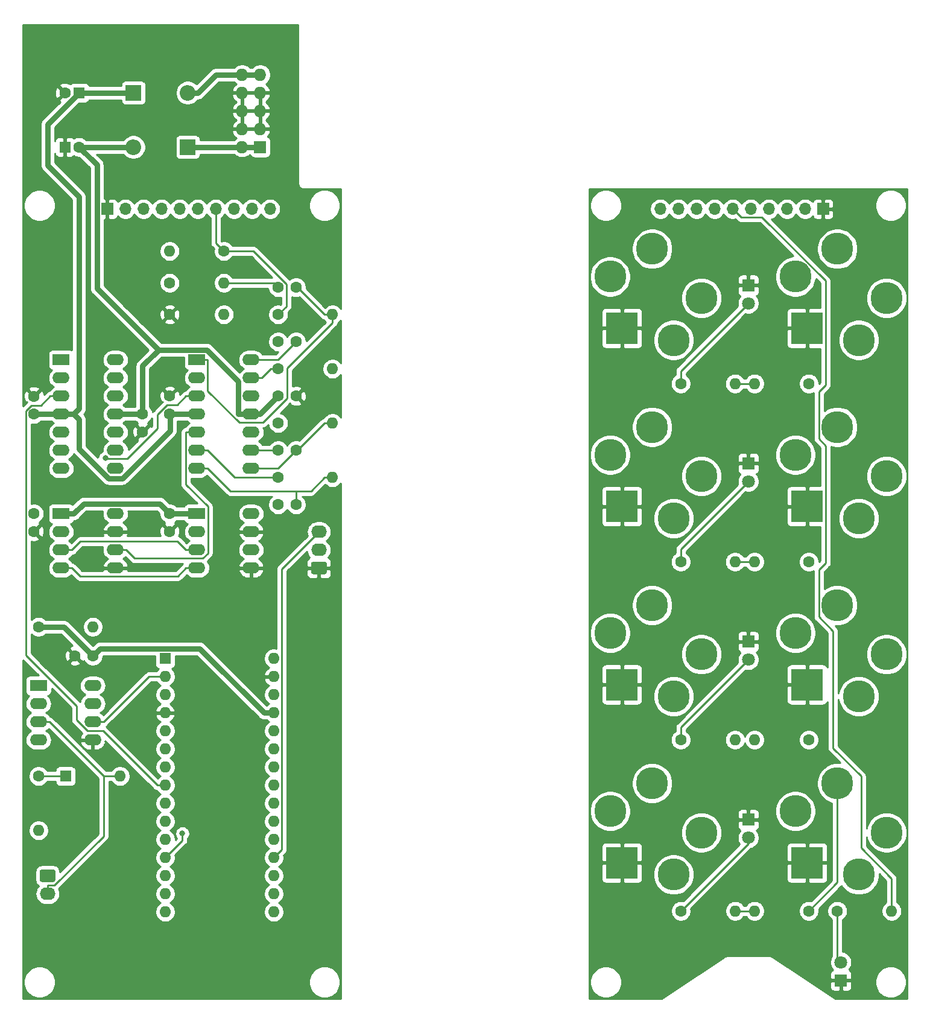
<source format=gbr>
%TF.GenerationSoftware,KiCad,Pcbnew,5.1.9-73d0e3b20d~88~ubuntu20.04.1*%
%TF.CreationDate,2021-03-06T21:53:08-05:00*%
%TF.ProjectId,MCVI,4d435649-2e6b-4696-9361-645f70636258,rev?*%
%TF.SameCoordinates,Original*%
%TF.FileFunction,Copper,L2,Bot*%
%TF.FilePolarity,Positive*%
%FSLAX46Y46*%
G04 Gerber Fmt 4.6, Leading zero omitted, Abs format (unit mm)*
G04 Created by KiCad (PCBNEW 5.1.9-73d0e3b20d~88~ubuntu20.04.1) date 2021-03-06 21:53:08*
%MOMM*%
%LPD*%
G01*
G04 APERTURE LIST*
%TA.AperFunction,ComponentPad*%
%ADD10C,4.500001*%
%TD*%
%TA.AperFunction,ComponentPad*%
%ADD11C,4.500000*%
%TD*%
%TA.AperFunction,ComponentPad*%
%ADD12R,4.500001X4.500001*%
%TD*%
%TA.AperFunction,ComponentPad*%
%ADD13O,1.600000X1.600000*%
%TD*%
%TA.AperFunction,ComponentPad*%
%ADD14C,1.600000*%
%TD*%
%TA.AperFunction,ComponentPad*%
%ADD15O,2.190000X1.740000*%
%TD*%
%TA.AperFunction,ComponentPad*%
%ADD16C,1.800000*%
%TD*%
%TA.AperFunction,ComponentPad*%
%ADD17R,1.800000X1.800000*%
%TD*%
%TA.AperFunction,ComponentPad*%
%ADD18O,1.700000X1.700000*%
%TD*%
%TA.AperFunction,ComponentPad*%
%ADD19R,1.700000X1.700000*%
%TD*%
%TA.AperFunction,ComponentPad*%
%ADD20O,2.400000X1.600000*%
%TD*%
%TA.AperFunction,ComponentPad*%
%ADD21R,2.400000X1.600000*%
%TD*%
%TA.AperFunction,ComponentPad*%
%ADD22R,1.600000X1.600000*%
%TD*%
%TA.AperFunction,ComponentPad*%
%ADD23O,2.200000X2.200000*%
%TD*%
%TA.AperFunction,ComponentPad*%
%ADD24R,2.200000X2.200000*%
%TD*%
%TA.AperFunction,ComponentPad*%
%ADD25O,1.727200X1.727200*%
%TD*%
%TA.AperFunction,ComponentPad*%
%ADD26R,1.727200X1.727200*%
%TD*%
%TA.AperFunction,ViaPad*%
%ADD27C,0.800000*%
%TD*%
%TA.AperFunction,Conductor*%
%ADD28C,0.750000*%
%TD*%
%TA.AperFunction,Conductor*%
%ADD29C,0.250000*%
%TD*%
%TA.AperFunction,Conductor*%
%ADD30C,0.254000*%
%TD*%
%TA.AperFunction,Conductor*%
%ADD31C,0.100000*%
%TD*%
G04 APERTURE END LIST*
D10*
%TO.P,J14,RN*%
%TO.N,N/C*%
X157500000Y-135900000D03*
D11*
%TO.P,J14,TN*%
X148600000Y-127000000D03*
D10*
%TO.P,J14,R*%
X161400000Y-130000000D03*
D12*
%TO.P,J14,S*%
%TO.N,GND1*%
X150260000Y-134240000D03*
D11*
%TO.P,J14,T*%
%TO.N,/Panel components/TRIGGER*%
X154500000Y-123100000D03*
%TD*%
D13*
%TO.P,R9,2*%
%TO.N,Net-(C13-Pad1)*%
X83625000Y-97560000D03*
D14*
%TO.P,R9,1*%
%TO.N,/CONTROL_A*%
X76005000Y-97560000D03*
%TD*%
D13*
%TO.P,R8,2*%
%TO.N,Net-(C12-Pad1)*%
X83625000Y-89940000D03*
D14*
%TO.P,R8,1*%
%TO.N,/PITCH_BEND_A*%
X76005000Y-89940000D03*
%TD*%
D13*
%TO.P,R7,2*%
%TO.N,Net-(C11-Pad1)*%
X83625000Y-105180000D03*
D14*
%TO.P,R7,1*%
%TO.N,/VELOCITY_A*%
X76005000Y-105180000D03*
%TD*%
D13*
%TO.P,R5,2*%
%TO.N,Net-(C10-Pad1)*%
X83625000Y-82320000D03*
D14*
%TO.P,R5,1*%
%TO.N,/NOTE_A*%
X76005000Y-82320000D03*
%TD*%
D15*
%TO.P,J4,2*%
%TO.N,/MIDIPIN5*%
X43620000Y-163600000D03*
%TO.P,J4,1*%
%TO.N,/MIDIPIN4*%
%TA.AperFunction,ComponentPad*%
G36*
G01*
X42774999Y-160190000D02*
X44465001Y-160190000D01*
G75*
G02*
X44715000Y-160439999I0J-249999D01*
G01*
X44715000Y-161680001D01*
G75*
G02*
X44465001Y-161930000I-249999J0D01*
G01*
X42774999Y-161930000D01*
G75*
G02*
X42525000Y-161680001I0J249999D01*
G01*
X42525000Y-160439999D01*
G75*
G02*
X42774999Y-160190000I249999J0D01*
G01*
G37*
%TD.AperFunction*%
%TD*%
%TO.P,J3,3*%
%TO.N,/SW3*%
X81720000Y-112800000D03*
%TO.P,J3,2*%
%TO.N,/SW1*%
X81720000Y-115340000D03*
%TO.P,J3,1*%
%TO.N,GND*%
%TA.AperFunction,ComponentPad*%
G36*
G01*
X82565001Y-118750000D02*
X80874999Y-118750000D01*
G75*
G02*
X80625000Y-118500001I0J249999D01*
G01*
X80625000Y-117259999D01*
G75*
G02*
X80874999Y-117010000I249999J0D01*
G01*
X82565001Y-117010000D01*
G75*
G02*
X82815000Y-117259999I0J-249999D01*
G01*
X82815000Y-118500001D01*
G75*
G02*
X82565001Y-118750000I-249999J0D01*
G01*
G37*
%TD.AperFunction*%
%TD*%
D14*
%TO.P,C13,2*%
%TO.N,/CONTROL_A*%
X76005000Y-101370000D03*
%TO.P,C13,1*%
%TO.N,Net-(C13-Pad1)*%
X78505000Y-101370000D03*
%TD*%
%TO.P,C12,2*%
%TO.N,/PITCH_BEND_A*%
X76005000Y-86130000D03*
%TO.P,C12,1*%
%TO.N,Net-(C12-Pad1)*%
X78505000Y-86130000D03*
%TD*%
%TO.P,C11,2*%
%TO.N,/VELOCITY_A*%
X76005000Y-108990000D03*
%TO.P,C11,1*%
%TO.N,Net-(C11-Pad1)*%
X78505000Y-108990000D03*
%TD*%
%TO.P,C10,2*%
%TO.N,Net-(C10-Pad2)*%
X76005000Y-78510000D03*
%TO.P,C10,1*%
%TO.N,Net-(C10-Pad1)*%
X78505000Y-78510000D03*
%TD*%
D13*
%TO.P,R18,2*%
%TO.N,/Panel components/CLOCK_4PQ_C*%
X140120000Y-92000000D03*
D14*
%TO.P,R18,1*%
%TO.N,Net-(D8-Pad2)*%
X132500000Y-92000000D03*
%TD*%
D10*
%TO.P,J15,RN*%
%TO.N,N/C*%
X157500000Y-110900000D03*
D11*
%TO.P,J15,TN*%
X148600000Y-102000000D03*
D10*
%TO.P,J15,R*%
X161400000Y-105000000D03*
D12*
%TO.P,J15,S*%
%TO.N,GND1*%
X150260000Y-109240000D03*
D11*
%TO.P,J15,T*%
%TO.N,/Panel components/CLOCK_1PQ*%
X154500000Y-98100000D03*
%TD*%
D10*
%TO.P,J11,RN*%
%TO.N,N/C*%
X131500000Y-135900000D03*
D11*
%TO.P,J11,TN*%
X122600000Y-127000000D03*
D10*
%TO.P,J11,R*%
X135400000Y-130000000D03*
D12*
%TO.P,J11,S*%
%TO.N,GND1*%
X124260000Y-134240000D03*
D11*
%TO.P,J11,T*%
%TO.N,/Panel components/VELOCITY*%
X128500000Y-123100000D03*
%TD*%
D16*
%TO.P,D8,2*%
%TO.N,Net-(D8-Pad2)*%
X142000000Y-80740000D03*
D17*
%TO.P,D8,1*%
%TO.N,GND1*%
X142000000Y-78200000D03*
%TD*%
D13*
%TO.P,R16,2*%
%TO.N,/Panel components/CLOCK_1PQ_C*%
X140120000Y-117000000D03*
D14*
%TO.P,R16,1*%
%TO.N,Net-(D7-Pad2)*%
X132500000Y-117000000D03*
%TD*%
D16*
%TO.P,D7,2*%
%TO.N,Net-(D7-Pad2)*%
X142000000Y-105740000D03*
D17*
%TO.P,D7,1*%
%TO.N,GND1*%
X142000000Y-103200000D03*
%TD*%
D13*
%TO.P,R11,2*%
%TO.N,/Panel components/GATE_C*%
X142880000Y-166000000D03*
D14*
%TO.P,R11,1*%
%TO.N,/Panel components/GATE*%
X150500000Y-166000000D03*
%TD*%
D16*
%TO.P,D4,2*%
%TO.N,Net-(D4-Pad2)*%
X155000000Y-173210000D03*
D17*
%TO.P,D4,1*%
%TO.N,GND1*%
X155000000Y-175750000D03*
%TD*%
D13*
%TO.P,R15,2*%
%TO.N,/Panel components/CLOCK_1PQ_C*%
X142880000Y-117000000D03*
D14*
%TO.P,R15,1*%
%TO.N,/Panel components/CLOCK_1PQ*%
X150500000Y-117000000D03*
%TD*%
D13*
%TO.P,R13,2*%
%TO.N,/Panel components/TRIGGER_C*%
X142880000Y-142000000D03*
D14*
%TO.P,R13,1*%
%TO.N,/Panel components/TRIGGER*%
X150500000Y-142000000D03*
%TD*%
D13*
%TO.P,R10,2*%
%TO.N,/Panel components/MIDI_LED_C*%
X162120000Y-166000000D03*
D14*
%TO.P,R10,1*%
%TO.N,Net-(D4-Pad2)*%
X154500000Y-166000000D03*
%TD*%
D16*
%TO.P,D6,2*%
%TO.N,Net-(D6-Pad2)*%
X142000000Y-130740000D03*
D17*
%TO.P,D6,1*%
%TO.N,GND1*%
X142000000Y-128200000D03*
%TD*%
D13*
%TO.P,R17,2*%
%TO.N,/Panel components/CLOCK_4PQ_C*%
X142880000Y-92000000D03*
D14*
%TO.P,R17,1*%
%TO.N,/Panel components/CLOCK_4PQ*%
X150500000Y-92000000D03*
%TD*%
D10*
%TO.P,J12,RN*%
%TO.N,N/C*%
X131500000Y-110900000D03*
D11*
%TO.P,J12,TN*%
X122600000Y-102000000D03*
D10*
%TO.P,J12,R*%
X135400000Y-105000000D03*
D12*
%TO.P,J12,S*%
%TO.N,GND1*%
X124260000Y-109240000D03*
D11*
%TO.P,J12,T*%
%TO.N,/Panel components/NOTE*%
X128500000Y-98100000D03*
%TD*%
D10*
%TO.P,J10,RN*%
%TO.N,N/C*%
X131500000Y-160900000D03*
D11*
%TO.P,J10,TN*%
X122600000Y-152000000D03*
D10*
%TO.P,J10,R*%
X135400000Y-155000000D03*
D12*
%TO.P,J10,S*%
%TO.N,GND1*%
X124260000Y-159240000D03*
D11*
%TO.P,J10,T*%
%TO.N,/Panel components/CONTROL*%
X128500000Y-148100000D03*
%TD*%
D10*
%TO.P,J16,RN*%
%TO.N,N/C*%
X157500000Y-85900000D03*
D11*
%TO.P,J16,TN*%
X148600000Y-77000000D03*
D10*
%TO.P,J16,R*%
X161400000Y-80000000D03*
D12*
%TO.P,J16,S*%
%TO.N,GND1*%
X150260000Y-84240000D03*
D11*
%TO.P,J16,T*%
%TO.N,/Panel components/CLOCK_4PQ*%
X154500000Y-73100000D03*
%TD*%
D18*
%TO.P,J8,10*%
%TO.N,/Panel components/PITCH_BEND*%
X129640000Y-67500000D03*
%TO.P,J8,9*%
%TO.N,/Panel components/CONTROL*%
X132180000Y-67500000D03*
%TO.P,J8,8*%
%TO.N,/Panel components/VELOCITY*%
X134720000Y-67500000D03*
%TO.P,J8,7*%
%TO.N,/Panel components/NOTE*%
X137260000Y-67500000D03*
%TO.P,J8,6*%
%TO.N,/Panel components/MIDI_LED_C*%
X139800000Y-67500000D03*
%TO.P,J8,5*%
%TO.N,/Panel components/GATE_C*%
X142340000Y-67500000D03*
%TO.P,J8,4*%
%TO.N,/Panel components/TRIGGER_C*%
X144880000Y-67500000D03*
%TO.P,J8,3*%
%TO.N,/Panel components/CLOCK_1PQ_C*%
X147420000Y-67500000D03*
%TO.P,J8,2*%
%TO.N,/Panel components/CLOCK_4PQ_C*%
X149960000Y-67500000D03*
D19*
%TO.P,J8,1*%
%TO.N,GND1*%
X152500000Y-67500000D03*
%TD*%
D13*
%TO.P,R14,2*%
%TO.N,/Panel components/TRIGGER_C*%
X140120000Y-142000000D03*
D14*
%TO.P,R14,1*%
%TO.N,Net-(D6-Pad2)*%
X132500000Y-142000000D03*
%TD*%
D16*
%TO.P,D5,2*%
%TO.N,Net-(D5-Pad2)*%
X142000000Y-155740000D03*
D17*
%TO.P,D5,1*%
%TO.N,GND1*%
X142000000Y-153200000D03*
%TD*%
D13*
%TO.P,R12,2*%
%TO.N,/Panel components/GATE_C*%
X140140000Y-166000000D03*
D14*
%TO.P,R12,1*%
%TO.N,Net-(D5-Pad2)*%
X132520000Y-166000000D03*
%TD*%
D10*
%TO.P,J9,RN*%
%TO.N,N/C*%
X131500000Y-85900000D03*
D11*
%TO.P,J9,TN*%
X122600000Y-77000000D03*
D10*
%TO.P,J9,R*%
X135400000Y-80000000D03*
D12*
%TO.P,J9,S*%
%TO.N,GND1*%
X124260000Y-84240000D03*
D11*
%TO.P,J9,T*%
%TO.N,/Panel components/PITCH_BEND*%
X128500000Y-73100000D03*
%TD*%
D10*
%TO.P,J13,RN*%
%TO.N,N/C*%
X157500000Y-160900000D03*
D11*
%TO.P,J13,TN*%
X148600000Y-152000000D03*
D10*
%TO.P,J13,R*%
X161400000Y-155000000D03*
D12*
%TO.P,J13,S*%
%TO.N,GND1*%
X150260000Y-159240000D03*
D11*
%TO.P,J13,T*%
%TO.N,/Panel components/GATE*%
X154500000Y-148100000D03*
%TD*%
D20*
%TO.P,IC2,14*%
%TO.N,/GATE_A*%
X53145000Y-88670000D03*
%TO.P,IC2,7*%
%TO.N,/CLOCK_1PQ_A*%
X45525000Y-103910000D03*
%TO.P,IC2,13*%
%TO.N,/GATE_A*%
X53145000Y-91210000D03*
%TO.P,IC2,6*%
%TO.N,/CLOCK_1PQ_A*%
X45525000Y-101370000D03*
%TO.P,IC2,12*%
%TO.N,/GATE_B*%
X53145000Y-93750000D03*
%TO.P,IC2,5*%
%TO.N,/CLOCK_1PQ_B*%
X45525000Y-98830000D03*
%TO.P,IC2,11*%
%TO.N,-12V*%
X53145000Y-96290000D03*
%TO.P,IC2,4*%
%TO.N,+12V*%
X45525000Y-96290000D03*
%TO.P,IC2,10*%
%TO.N,/TRIGGER_B*%
X53145000Y-98830000D03*
%TO.P,IC2,3*%
%TO.N,/CLOCK_4PQ_B*%
X45525000Y-93750000D03*
%TO.P,IC2,9*%
%TO.N,/TRIGGER_A*%
X53145000Y-101370000D03*
%TO.P,IC2,2*%
%TO.N,/CLOCK_4PQ_A*%
X45525000Y-91210000D03*
%TO.P,IC2,8*%
%TO.N,/TRIGGER_A*%
X53145000Y-103910000D03*
D21*
%TO.P,IC2,1*%
%TO.N,/CLOCK_4PQ_A*%
X45525000Y-88670000D03*
%TD*%
D13*
%TO.P,D1,2*%
%TO.N,/MIDIPIN5*%
X53780000Y-147090000D03*
D22*
%TO.P,D1,1*%
%TO.N,Net-(D1-Pad1)*%
X46160000Y-147090000D03*
%TD*%
D20*
%TO.P,U1,8*%
%TO.N,+5V*%
X49970000Y-134390000D03*
%TO.P,U1,4*%
%TO.N,N/C*%
X42350000Y-142010000D03*
%TO.P,U1,7*%
%TO.N,Net-(U1-Pad7)*%
X49970000Y-136930000D03*
%TO.P,U1,3*%
%TO.N,/MIDIPIN5*%
X42350000Y-139470000D03*
%TO.P,U1,6*%
%TO.N,/RX0*%
X49970000Y-139470000D03*
%TO.P,U1,2*%
%TO.N,Net-(D1-Pad1)*%
X42350000Y-136930000D03*
%TO.P,U1,5*%
%TO.N,GND*%
X49970000Y-142010000D03*
D21*
%TO.P,U1,1*%
%TO.N,Net-(U1-Pad1)*%
X42350000Y-134390000D03*
%TD*%
D14*
%TO.P,C4,2*%
%TO.N,GND*%
X41715000Y-112760000D03*
%TO.P,C4,1*%
%TO.N,+5V*%
X41715000Y-110260000D03*
%TD*%
%TO.P,C5,2*%
%TO.N,GND*%
X60765000Y-112760000D03*
%TO.P,C5,1*%
%TO.N,+5V*%
X60765000Y-110260000D03*
%TD*%
%TO.P,C8,2*%
%TO.N,GND*%
X60765000Y-93750000D03*
%TO.P,C8,1*%
%TO.N,+12V*%
X60765000Y-96250000D03*
%TD*%
D20*
%TO.P,IC1,14*%
%TO.N,Net-(C12-Pad1)*%
X72195000Y-88670000D03*
%TO.P,IC1,7*%
%TO.N,Net-(C11-Pad1)*%
X64575000Y-103910000D03*
%TO.P,IC1,13*%
%TO.N,/PITCH_BEND_A*%
X72195000Y-91210000D03*
%TO.P,IC1,6*%
%TO.N,/VELOCITY_A*%
X64575000Y-101370000D03*
%TO.P,IC1,12*%
%TO.N,/PITCH_BEND_B*%
X72195000Y-93750000D03*
%TO.P,IC1,5*%
%TO.N,/VELOCITY_B*%
X64575000Y-98830000D03*
%TO.P,IC1,11*%
%TO.N,-12V*%
X72195000Y-96290000D03*
%TO.P,IC1,4*%
%TO.N,+12V*%
X64575000Y-96290000D03*
%TO.P,IC1,10*%
%TO.N,/CONTROL_B*%
X72195000Y-98830000D03*
%TO.P,IC1,3*%
%TO.N,/NOTE_B*%
X64575000Y-93750000D03*
%TO.P,IC1,9*%
%TO.N,/CONTROL_A*%
X72195000Y-101370000D03*
%TO.P,IC1,2*%
%TO.N,Net-(C10-Pad2)*%
X64575000Y-91210000D03*
%TO.P,IC1,8*%
%TO.N,Net-(C13-Pad1)*%
X72195000Y-103910000D03*
D21*
%TO.P,IC1,1*%
%TO.N,Net-(C10-Pad1)*%
X64575000Y-88670000D03*
%TD*%
D14*
%TO.P,C6,2*%
%TO.N,GND*%
X41715000Y-93790000D03*
%TO.P,C6,1*%
%TO.N,+12V*%
X41715000Y-96290000D03*
%TD*%
D23*
%TO.P,D2,2*%
%TO.N,Net-(D2-Pad2)*%
X63305000Y-51205000D03*
D24*
%TO.P,D2,1*%
%TO.N,+12V*%
X55685000Y-51205000D03*
%TD*%
D13*
%TO.P,R6,2*%
%TO.N,Net-(R4-Pad1)*%
X60765000Y-73430000D03*
D14*
%TO.P,R6,1*%
%TO.N,/NOTE_A*%
X68385000Y-73430000D03*
%TD*%
D13*
%TO.P,R4,2*%
%TO.N,Net-(C10-Pad2)*%
X68385000Y-77875000D03*
D14*
%TO.P,R4,1*%
%TO.N,Net-(R4-Pad1)*%
X60765000Y-77875000D03*
%TD*%
%TO.P,C9,2*%
%TO.N,-12V*%
X76005000Y-93750000D03*
%TO.P,C9,1*%
%TO.N,GND*%
X78505000Y-93750000D03*
%TD*%
%TO.P,C2,2*%
%TO.N,GND*%
X46065000Y-51205000D03*
D22*
%TO.P,C2,1*%
%TO.N,+12V*%
X48065000Y-51205000D03*
%TD*%
D14*
%TO.P,C7,2*%
%TO.N,-12V*%
X56955000Y-96290000D03*
%TO.P,C7,1*%
%TO.N,GND*%
X56955000Y-98790000D03*
%TD*%
D25*
%TO.P,J1,10*%
%TO.N,Net-(D2-Pad2)*%
X70925000Y-48665000D03*
%TO.P,J1,9*%
X73465000Y-48665000D03*
%TO.P,J1,8*%
%TO.N,GND*%
X70925000Y-51205000D03*
%TO.P,J1,7*%
X73465000Y-51205000D03*
%TO.P,J1,6*%
X70925000Y-53745000D03*
%TO.P,J1,5*%
X73465000Y-53745000D03*
%TO.P,J1,4*%
X70925000Y-56285000D03*
%TO.P,J1,3*%
X73465000Y-56285000D03*
%TO.P,J1,2*%
%TO.N,Net-(D3-Pad1)*%
X70925000Y-58825000D03*
D26*
%TO.P,J1,1*%
X73465000Y-58825000D03*
%TD*%
D13*
%TO.P,R2,2*%
%TO.N,/RX0*%
X49970000Y-126135000D03*
D14*
%TO.P,R2,1*%
%TO.N,+5V*%
X42350000Y-126135000D03*
%TD*%
D13*
%TO.P,R3,2*%
%TO.N,Net-(C10-Pad2)*%
X68385000Y-82320000D03*
D14*
%TO.P,R3,1*%
%TO.N,GND*%
X60765000Y-82320000D03*
%TD*%
D13*
%TO.P,R1,2*%
%TO.N,/MIDIPIN4*%
X42350000Y-154710000D03*
D14*
%TO.P,R1,1*%
%TO.N,Net-(D1-Pad1)*%
X42350000Y-147090000D03*
%TD*%
D18*
%TO.P,J2,10*%
%TO.N,/PITCH_BEND_A*%
X74860000Y-67500000D03*
%TO.P,J2,9*%
%TO.N,/CONTROL_A*%
X72320000Y-67500000D03*
%TO.P,J2,8*%
%TO.N,/VELOCITY_A*%
X69780000Y-67500000D03*
%TO.P,J2,7*%
%TO.N,/NOTE_A*%
X67240000Y-67500000D03*
%TO.P,J2,6*%
%TO.N,/MIDI_LED_A*%
X64700000Y-67500000D03*
%TO.P,J2,5*%
%TO.N,/GATE_A*%
X62160000Y-67500000D03*
%TO.P,J2,4*%
%TO.N,/TRIGGER_A*%
X59620000Y-67500000D03*
%TO.P,J2,3*%
%TO.N,/CLOCK_1PQ_A*%
X57080000Y-67500000D03*
%TO.P,J2,2*%
%TO.N,/CLOCK_4PQ_A*%
X54540000Y-67500000D03*
D19*
%TO.P,J2,1*%
%TO.N,GND*%
X52000000Y-67500000D03*
%TD*%
D23*
%TO.P,D3,2*%
%TO.N,-12V*%
X55685000Y-58825000D03*
D24*
%TO.P,D3,1*%
%TO.N,Net-(D3-Pad1)*%
X63305000Y-58825000D03*
%TD*%
D20*
%TO.P,DAC2,8*%
%TO.N,/PITCH_BEND_B*%
X72195000Y-110260000D03*
%TO.P,DAC2,4*%
%TO.N,/SDI*%
X64575000Y-117880000D03*
%TO.P,DAC2,7*%
%TO.N,GND*%
X72195000Y-112800000D03*
%TO.P,DAC2,3*%
%TO.N,/SCK*%
X64575000Y-115340000D03*
%TO.P,DAC2,6*%
%TO.N,/CONTROL_B*%
X72195000Y-115340000D03*
%TO.P,DAC2,2*%
%TO.N,/DAC2_SEL*%
X64575000Y-112800000D03*
%TO.P,DAC2,5*%
%TO.N,GND*%
X72195000Y-117880000D03*
D21*
%TO.P,DAC2,1*%
%TO.N,+5V*%
X64575000Y-110260000D03*
%TD*%
D20*
%TO.P,DAC1,8*%
%TO.N,/NOTE_B*%
X53145000Y-110260000D03*
%TO.P,DAC1,4*%
%TO.N,/SDI*%
X45525000Y-117880000D03*
%TO.P,DAC1,7*%
%TO.N,GND*%
X53145000Y-112800000D03*
%TO.P,DAC1,3*%
%TO.N,/SCK*%
X45525000Y-115340000D03*
%TO.P,DAC1,6*%
%TO.N,/VELOCITY_B*%
X53145000Y-115340000D03*
%TO.P,DAC1,2*%
%TO.N,/DAC1_SEL*%
X45525000Y-112800000D03*
%TO.P,DAC1,5*%
%TO.N,GND*%
X53145000Y-117880000D03*
D21*
%TO.P,DAC1,1*%
%TO.N,+5V*%
X45525000Y-110260000D03*
%TD*%
D13*
%TO.P,A1,16*%
%TO.N,/SCK*%
X75370000Y-166140000D03*
%TO.P,A1,15*%
%TO.N,Net-(A1-Pad15)*%
X60130000Y-166140000D03*
%TO.P,A1,30*%
%TO.N,+12V*%
X75370000Y-130580000D03*
%TO.P,A1,14*%
%TO.N,/SDI*%
X60130000Y-163600000D03*
%TO.P,A1,29*%
%TO.N,GND*%
X75370000Y-133120000D03*
%TO.P,A1,13*%
%TO.N,/MIDI_LED_A*%
X60130000Y-161060000D03*
%TO.P,A1,28*%
%TO.N,Net-(A1-Pad28)*%
X75370000Y-135660000D03*
%TO.P,A1,12*%
%TO.N,/DAC2_SEL*%
X60130000Y-158520000D03*
%TO.P,A1,27*%
%TO.N,+5V*%
X75370000Y-138200000D03*
%TO.P,A1,11*%
%TO.N,/DAC1_SEL*%
X60130000Y-155980000D03*
%TO.P,A1,26*%
%TO.N,Net-(A1-Pad26)*%
X75370000Y-140740000D03*
%TO.P,A1,10*%
%TO.N,Net-(A1-Pad10)*%
X60130000Y-153440000D03*
%TO.P,A1,25*%
%TO.N,Net-(A1-Pad25)*%
X75370000Y-143280000D03*
%TO.P,A1,9*%
%TO.N,Net-(A1-Pad9)*%
X60130000Y-150900000D03*
%TO.P,A1,24*%
%TO.N,Net-(A1-Pad24)*%
X75370000Y-145820000D03*
%TO.P,A1,8*%
%TO.N,/CLOCK_4PQ_B*%
X60130000Y-148360000D03*
%TO.P,A1,23*%
%TO.N,Net-(A1-Pad23)*%
X75370000Y-148360000D03*
%TO.P,A1,7*%
%TO.N,/CLOCK_1PQ_B*%
X60130000Y-145820000D03*
%TO.P,A1,22*%
%TO.N,Net-(A1-Pad22)*%
X75370000Y-150900000D03*
%TO.P,A1,6*%
%TO.N,/TRIGGER_B*%
X60130000Y-143280000D03*
%TO.P,A1,21*%
%TO.N,/SW1*%
X75370000Y-153440000D03*
%TO.P,A1,5*%
%TO.N,/GATE_B*%
X60130000Y-140740000D03*
%TO.P,A1,20*%
%TO.N,Net-(A1-Pad20)*%
X75370000Y-155980000D03*
%TO.P,A1,4*%
%TO.N,GND*%
X60130000Y-138200000D03*
%TO.P,A1,19*%
%TO.N,/SW3*%
X75370000Y-158520000D03*
%TO.P,A1,3*%
%TO.N,Net-(A1-Pad3)*%
X60130000Y-135660000D03*
%TO.P,A1,18*%
%TO.N,Net-(A1-Pad18)*%
X75370000Y-161060000D03*
%TO.P,A1,2*%
%TO.N,/RX0*%
X60130000Y-133120000D03*
%TO.P,A1,17*%
%TO.N,Net-(A1-Pad17)*%
X75370000Y-163600000D03*
D22*
%TO.P,A1,1*%
%TO.N,Net-(A1-Pad1)*%
X60130000Y-130580000D03*
%TD*%
D14*
%TO.P,C1,2*%
%TO.N,+5V*%
X49970000Y-130201000D03*
%TO.P,C1,1*%
%TO.N,GND*%
X47470000Y-130201000D03*
%TD*%
%TO.P,C3,2*%
%TO.N,-12V*%
X48065000Y-58825000D03*
D22*
%TO.P,C3,1*%
%TO.N,GND*%
X46065000Y-58825000D03*
%TD*%
D27*
%TO.N,/DAC2_SEL*%
X62545300Y-155119400D03*
%TO.N,/NOTE_B*%
X51740500Y-102464300D03*
%TD*%
D28*
%TO.N,+12V*%
X60805000Y-96290000D02*
X60765000Y-96250000D01*
X64575000Y-96290000D02*
X60805000Y-96290000D01*
X45525000Y-96290000D02*
X47300300Y-96290000D01*
X41715000Y-96290000D02*
X45525000Y-96290000D01*
X54009700Y-51205000D02*
X55685000Y-51205000D01*
X48752600Y-51205000D02*
X54009700Y-51205000D01*
X52181700Y-105295400D02*
X54118600Y-105295400D01*
X54118600Y-105295400D02*
X60805000Y-98609000D01*
X48065000Y-101178700D02*
X52181700Y-105295400D01*
X60805000Y-98609000D02*
X60805000Y-96290000D01*
X48065000Y-97054700D02*
X48065000Y-101178700D01*
X47300300Y-96290000D02*
X48065000Y-97054700D01*
X48065000Y-95525300D02*
X47300300Y-96290000D01*
X48065000Y-65810000D02*
X48065000Y-95525300D01*
X43620000Y-61365000D02*
X48065000Y-65810000D01*
X43620000Y-55650000D02*
X43620000Y-61365000D01*
X48065000Y-51205000D02*
X43620000Y-55650000D01*
%TO.N,+5V*%
X49970000Y-130201000D02*
X45904000Y-126135000D01*
X45904000Y-126135000D02*
X42350000Y-126135000D01*
X73994700Y-138200000D02*
X64999300Y-129204600D01*
X64999300Y-129204600D02*
X50966400Y-129204600D01*
X50966400Y-129204600D02*
X49970000Y-130201000D01*
X60765000Y-110260000D02*
X59389700Y-108884700D01*
X59389700Y-108884700D02*
X48675600Y-108884700D01*
X48675600Y-108884700D02*
X47300300Y-110260000D01*
X64575000Y-110260000D02*
X60765000Y-110260000D01*
X45525000Y-110260000D02*
X47300300Y-110260000D01*
X75370000Y-138200000D02*
X73994700Y-138200000D01*
D29*
%TO.N,/RX0*%
X51495300Y-139470000D02*
X57845300Y-133120000D01*
X57845300Y-133120000D02*
X59004700Y-133120000D01*
X49970000Y-139470000D02*
X51495300Y-139470000D01*
X60130000Y-133120000D02*
X59004700Y-133120000D01*
D28*
%TO.N,-12V*%
X72195000Y-96290000D02*
X70419700Y-96290000D01*
X59184800Y-87294600D02*
X56955000Y-89524400D01*
X56955000Y-89524400D02*
X56955000Y-96290000D01*
X70419700Y-96290000D02*
X70419700Y-91701100D01*
X70419700Y-91701100D02*
X66013200Y-87294600D01*
X66013200Y-87294600D02*
X59184800Y-87294600D01*
X54009700Y-58825000D02*
X48065000Y-58825000D01*
X55685000Y-58825000D02*
X54009700Y-58825000D01*
X56955000Y-96290000D02*
X54920300Y-96290000D01*
X53145000Y-96290000D02*
X54920300Y-96290000D01*
X73465000Y-96290000D02*
X76005000Y-93750000D01*
X72195000Y-96290000D02*
X73465000Y-96290000D01*
X50552500Y-78662300D02*
X59184800Y-87294600D01*
X50552500Y-61312500D02*
X50552500Y-78662300D01*
X48065000Y-58825000D02*
X50552500Y-61312500D01*
%TO.N,Net-(D3-Pad1)*%
X70925000Y-58825000D02*
X63305000Y-58825000D01*
X73465000Y-58825000D02*
X70925000Y-58825000D01*
D29*
%TO.N,/SCK*%
X45525000Y-115340000D02*
X47050300Y-115340000D01*
X64575000Y-115340000D02*
X63049700Y-115340000D01*
X63049700Y-115340000D02*
X61859200Y-114149500D01*
X61859200Y-114149500D02*
X48240800Y-114149500D01*
X48240800Y-114149500D02*
X47050300Y-115340000D01*
%TO.N,/SDI*%
X45525000Y-117880000D02*
X47050300Y-117880000D01*
X64575000Y-117880000D02*
X63049700Y-117880000D01*
X63049700Y-117880000D02*
X61915200Y-119014500D01*
X61915200Y-119014500D02*
X48184800Y-119014500D01*
X48184800Y-119014500D02*
X47050300Y-117880000D01*
%TO.N,/DAC2_SEL*%
X62545300Y-156104700D02*
X62545300Y-155119400D01*
X60130000Y-158520000D02*
X62545300Y-156104700D01*
%TO.N,/CONTROL_A*%
X72195000Y-101370000D02*
X76005000Y-101370000D01*
%TO.N,/VELOCITY_A*%
X64575000Y-101370000D02*
X66100300Y-101370000D01*
X66100300Y-101370000D02*
X69910300Y-105180000D01*
X69910300Y-105180000D02*
X76005000Y-105180000D01*
%TO.N,/PITCH_BEND_A*%
X72195000Y-91210000D02*
X73720300Y-91210000D01*
X76005000Y-89940000D02*
X74990300Y-89940000D01*
X74990300Y-89940000D02*
X73720300Y-91210000D01*
%TO.N,/NOTE_A*%
X76005000Y-82320000D02*
X77147700Y-81177300D01*
X77147700Y-81177300D02*
X77147700Y-78045200D01*
X77147700Y-78045200D02*
X72532500Y-73430000D01*
X72532500Y-73430000D02*
X68385000Y-73430000D01*
X67240000Y-67500000D02*
X67240000Y-72285000D01*
X67240000Y-72285000D02*
X68385000Y-73430000D01*
%TO.N,/SW3*%
X76495300Y-157394700D02*
X75370000Y-158520000D01*
X76495300Y-118006050D02*
X76495300Y-157394700D01*
X81701350Y-112800000D02*
X76495300Y-118006050D01*
X81720000Y-112800000D02*
X81701350Y-112800000D01*
%TO.N,/MIDIPIN5*%
X43620000Y-163600000D02*
X43620000Y-162404700D01*
X51495300Y-147090000D02*
X51495300Y-155500600D01*
X51495300Y-155500600D02*
X44591200Y-162404700D01*
X44591200Y-162404700D02*
X43620000Y-162404700D01*
X51495300Y-147090000D02*
X53780000Y-147090000D01*
X43875300Y-139470000D02*
X51495300Y-147090000D01*
X42350000Y-139470000D02*
X43875300Y-139470000D01*
%TO.N,Net-(D5-Pad2)*%
X142000000Y-156520000D02*
X132520000Y-166000000D01*
X142000000Y-155740000D02*
X142000000Y-156520000D01*
%TO.N,Net-(D6-Pad2)*%
X142000000Y-130740000D02*
X132500000Y-140240000D01*
X132500000Y-140240000D02*
X132500000Y-142000000D01*
%TO.N,Net-(D7-Pad2)*%
X142000000Y-105740000D02*
X132500000Y-115240000D01*
X132500000Y-115240000D02*
X132500000Y-117000000D01*
%TO.N,Net-(D8-Pad2)*%
X142000000Y-80740000D02*
X132500000Y-90240000D01*
X132500000Y-90240000D02*
X132500000Y-92000000D01*
%TO.N,/Panel components/GATE*%
X154500000Y-148100000D02*
X154500000Y-162000000D01*
X154500000Y-162000000D02*
X150500000Y-166000000D01*
%TO.N,/CLOCK_4PQ_B*%
X45525000Y-93750000D02*
X43999700Y-93750000D01*
X60130000Y-148360000D02*
X59004700Y-148360000D01*
X59004700Y-148360000D02*
X51384700Y-140740000D01*
X51384700Y-140740000D02*
X49224800Y-140740000D01*
X49224800Y-140740000D02*
X47693600Y-139208800D01*
X47693600Y-139208800D02*
X47693600Y-137214900D01*
X47693600Y-137214900D02*
X40589600Y-130110900D01*
X40589600Y-130110900D02*
X40589600Y-95823700D01*
X40589600Y-95823700D02*
X41373300Y-95040000D01*
X41373300Y-95040000D02*
X42709700Y-95040000D01*
X42709700Y-95040000D02*
X43999700Y-93750000D01*
%TO.N,Net-(C10-Pad2)*%
X68385000Y-77875000D02*
X75370000Y-77875000D01*
X75370000Y-77875000D02*
X76005000Y-78510000D01*
%TO.N,Net-(C10-Pad1)*%
X83625000Y-82320000D02*
X82499700Y-82320000D01*
X78505000Y-78510000D02*
X78689700Y-78510000D01*
X78689700Y-78510000D02*
X82499700Y-82320000D01*
X83625000Y-82320000D02*
X83625000Y-83445300D01*
X64575000Y-88670000D02*
X66100300Y-88670000D01*
X66100300Y-88670000D02*
X66100300Y-93007100D01*
X66100300Y-93007100D02*
X70551200Y-97458000D01*
X70551200Y-97458000D02*
X73893600Y-97458000D01*
X73893600Y-97458000D02*
X77255000Y-94096600D01*
X77255000Y-94096600D02*
X77255000Y-89815300D01*
X77255000Y-89815300D02*
X83625000Y-83445300D01*
%TO.N,Net-(C11-Pad1)*%
X83625000Y-105180000D02*
X82499700Y-105180000D01*
X78505000Y-107085000D02*
X69275300Y-107085000D01*
X69275300Y-107085000D02*
X66100300Y-103910000D01*
X82499700Y-105180000D02*
X80594700Y-107085000D01*
X80594700Y-107085000D02*
X78505000Y-107085000D01*
X78505000Y-107085000D02*
X78505000Y-108990000D01*
X64575000Y-103910000D02*
X66100300Y-103910000D01*
%TO.N,Net-(C12-Pad1)*%
X72195000Y-88670000D02*
X75965000Y-88670000D01*
X75965000Y-88670000D02*
X78505000Y-86130000D01*
%TO.N,Net-(C13-Pad1)*%
X78505000Y-101370000D02*
X78689700Y-101370000D01*
X78689700Y-101370000D02*
X82499700Y-97560000D01*
X72195000Y-103910000D02*
X75965000Y-103910000D01*
X75965000Y-103910000D02*
X78505000Y-101370000D01*
X83625000Y-97560000D02*
X82499700Y-97560000D01*
%TO.N,Net-(D1-Pad1)*%
X42350000Y-147090000D02*
X46160000Y-147090000D01*
D28*
%TO.N,Net-(D2-Pad2)*%
X63305000Y-51205000D02*
X64730300Y-51205000D01*
X70925000Y-48665000D02*
X67270300Y-48665000D01*
X67270300Y-48665000D02*
X64730300Y-51205000D01*
X73465000Y-48665000D02*
X70925000Y-48665000D01*
D29*
%TO.N,Net-(D4-Pad2)*%
X154500000Y-172710000D02*
X154500000Y-166000000D01*
X155000000Y-173210000D02*
X154500000Y-172710000D01*
%TO.N,/Panel components/MIDI_LED_C*%
X162120000Y-161464200D02*
X162120000Y-166000000D01*
X157817600Y-157161800D02*
X162120000Y-161464200D01*
X157817600Y-147089800D02*
X157817600Y-157161800D01*
X152888100Y-100728100D02*
X152888100Y-117161900D01*
X140975300Y-68675300D02*
X143917500Y-68675300D01*
X143917500Y-68675300D02*
X152837800Y-77595600D01*
X152837800Y-77595600D02*
X152837800Y-92212200D01*
X153880000Y-126720000D02*
X153880000Y-143152200D01*
X153880000Y-143152200D02*
X157817600Y-147089800D01*
X152837800Y-92212200D02*
X151901600Y-93148400D01*
X151901600Y-93148400D02*
X151901600Y-99741600D01*
X151901600Y-99741600D02*
X152888100Y-100728100D01*
X139800000Y-67500000D02*
X140975300Y-68675300D01*
X152888100Y-117161900D02*
X151901600Y-118148400D01*
X151901600Y-124741600D02*
X153880000Y-126720000D01*
X151901600Y-118148400D02*
X151901600Y-124741600D01*
%TO.N,/Panel components/CLOCK_4PQ_C*%
X140120000Y-92000000D02*
X142880000Y-92000000D01*
%TO.N,/Panel components/CLOCK_1PQ_C*%
X142880000Y-117000000D02*
X140120000Y-117000000D01*
%TO.N,/Panel components/GATE_C*%
X140140000Y-166000000D02*
X142880000Y-166000000D01*
%TO.N,/VELOCITY_B*%
X53145000Y-115340000D02*
X54670300Y-115340000D01*
X64575000Y-98830000D02*
X63049700Y-98830000D01*
X54670300Y-115340000D02*
X55860900Y-116530600D01*
X55860900Y-116530600D02*
X65388100Y-116530600D01*
X65388100Y-116530600D02*
X66122900Y-115795800D01*
X66122900Y-115795800D02*
X66122900Y-109234600D01*
X66122900Y-109234600D02*
X63049700Y-106161400D01*
X63049700Y-106161400D02*
X63049700Y-98830000D01*
%TO.N,/NOTE_B*%
X64575000Y-93750000D02*
X63049700Y-93750000D01*
X51740500Y-102464300D02*
X51791000Y-102514800D01*
X51791000Y-102514800D02*
X54836200Y-102514800D01*
X54836200Y-102514800D02*
X59035800Y-98315200D01*
X59035800Y-98315200D02*
X59035800Y-96384900D01*
X59035800Y-96384900D02*
X60420700Y-95000000D01*
X60420700Y-95000000D02*
X61799700Y-95000000D01*
X61799700Y-95000000D02*
X63049700Y-93750000D01*
%TD*%
D30*
%TO.N,GND*%
X44105392Y-97309608D02*
X44323899Y-97488932D01*
X44456858Y-97560000D01*
X44323899Y-97631068D01*
X44105392Y-97810392D01*
X43926068Y-98028899D01*
X43792818Y-98278192D01*
X43710764Y-98548691D01*
X43683057Y-98830000D01*
X43710764Y-99111309D01*
X43792818Y-99381808D01*
X43926068Y-99631101D01*
X44105392Y-99849608D01*
X44323899Y-100028932D01*
X44456858Y-100100000D01*
X44323899Y-100171068D01*
X44105392Y-100350392D01*
X43926068Y-100568899D01*
X43792818Y-100818192D01*
X43710764Y-101088691D01*
X43683057Y-101370000D01*
X43710764Y-101651309D01*
X43792818Y-101921808D01*
X43926068Y-102171101D01*
X44105392Y-102389608D01*
X44323899Y-102568932D01*
X44456858Y-102640000D01*
X44323899Y-102711068D01*
X44105392Y-102890392D01*
X43926068Y-103108899D01*
X43792818Y-103358192D01*
X43710764Y-103628691D01*
X43683057Y-103910000D01*
X43710764Y-104191309D01*
X43792818Y-104461808D01*
X43926068Y-104711101D01*
X44105392Y-104929608D01*
X44323899Y-105108932D01*
X44573192Y-105242182D01*
X44843691Y-105324236D01*
X45054508Y-105345000D01*
X45995492Y-105345000D01*
X46206309Y-105324236D01*
X46476808Y-105242182D01*
X46726101Y-105108932D01*
X46944608Y-104929608D01*
X47123932Y-104711101D01*
X47257182Y-104461808D01*
X47339236Y-104191309D01*
X47366943Y-103910000D01*
X47339236Y-103628691D01*
X47257182Y-103358192D01*
X47123932Y-103108899D01*
X46944608Y-102890392D01*
X46726101Y-102711068D01*
X46593142Y-102640000D01*
X46726101Y-102568932D01*
X46944608Y-102389608D01*
X47123932Y-102171101D01*
X47257182Y-101921808D01*
X47287163Y-101822973D01*
X47347368Y-101896333D01*
X47385901Y-101927956D01*
X51432444Y-105974500D01*
X51464067Y-106013033D01*
X51617860Y-106139247D01*
X51729149Y-106198732D01*
X51793320Y-106233032D01*
X51983705Y-106290785D01*
X52181700Y-106310286D01*
X52231308Y-106305400D01*
X54068992Y-106305400D01*
X54118600Y-106310286D01*
X54316594Y-106290785D01*
X54506980Y-106233032D01*
X54682440Y-106139247D01*
X54836233Y-106013033D01*
X54867861Y-105974494D01*
X61484100Y-99358256D01*
X61522633Y-99326633D01*
X61648847Y-99172840D01*
X61742632Y-98997380D01*
X61748212Y-98978986D01*
X61800385Y-98806995D01*
X61819886Y-98609000D01*
X61815000Y-98559392D01*
X61815000Y-97300000D01*
X63147507Y-97300000D01*
X63155392Y-97309608D01*
X63373899Y-97488932D01*
X63506858Y-97560000D01*
X63373899Y-97631068D01*
X63155392Y-97810392D01*
X62976068Y-98028899D01*
X62950861Y-98076058D01*
X62900714Y-98080997D01*
X62757453Y-98124454D01*
X62625424Y-98195026D01*
X62509699Y-98289999D01*
X62414726Y-98405724D01*
X62344154Y-98537753D01*
X62300697Y-98681014D01*
X62286023Y-98830000D01*
X62289701Y-98867343D01*
X62289700Y-106124078D01*
X62286024Y-106161400D01*
X62289700Y-106198722D01*
X62289700Y-106198732D01*
X62300697Y-106310385D01*
X62343056Y-106450026D01*
X62344154Y-106453646D01*
X62414726Y-106585676D01*
X62438792Y-106615000D01*
X62509699Y-106701401D01*
X62538703Y-106725204D01*
X64635426Y-108821928D01*
X63375000Y-108821928D01*
X63250518Y-108834188D01*
X63130820Y-108870498D01*
X63020506Y-108929463D01*
X62923815Y-109008815D01*
X62844463Y-109105506D01*
X62785498Y-109215820D01*
X62775130Y-109250000D01*
X61784396Y-109250000D01*
X61679759Y-109145363D01*
X61444727Y-108988320D01*
X61183574Y-108880147D01*
X60906335Y-108825000D01*
X60758355Y-108825000D01*
X60138961Y-108205606D01*
X60107333Y-108167067D01*
X59953540Y-108040853D01*
X59778080Y-107947068D01*
X59587694Y-107889315D01*
X59439308Y-107874700D01*
X59389700Y-107869814D01*
X59340092Y-107874700D01*
X48725208Y-107874700D01*
X48675600Y-107869814D01*
X48477605Y-107889315D01*
X48287220Y-107947068D01*
X48111760Y-108040853D01*
X47957967Y-108167067D01*
X47926343Y-108205601D01*
X47147045Y-108984900D01*
X47079494Y-108929463D01*
X46969180Y-108870498D01*
X46849482Y-108834188D01*
X46725000Y-108821928D01*
X44325000Y-108821928D01*
X44200518Y-108834188D01*
X44080820Y-108870498D01*
X43970506Y-108929463D01*
X43873815Y-109008815D01*
X43794463Y-109105506D01*
X43735498Y-109215820D01*
X43699188Y-109335518D01*
X43686928Y-109460000D01*
X43686928Y-111060000D01*
X43699188Y-111184482D01*
X43735498Y-111304180D01*
X43794463Y-111414494D01*
X43873815Y-111511185D01*
X43970506Y-111590537D01*
X44080820Y-111649502D01*
X44200518Y-111685812D01*
X44218482Y-111687581D01*
X44105392Y-111780392D01*
X43926068Y-111998899D01*
X43792818Y-112248192D01*
X43710764Y-112518691D01*
X43683057Y-112800000D01*
X43710764Y-113081309D01*
X43792818Y-113351808D01*
X43926068Y-113601101D01*
X44105392Y-113819608D01*
X44323899Y-113998932D01*
X44456858Y-114070000D01*
X44323899Y-114141068D01*
X44105392Y-114320392D01*
X43926068Y-114538899D01*
X43792818Y-114788192D01*
X43710764Y-115058691D01*
X43683057Y-115340000D01*
X43710764Y-115621309D01*
X43792818Y-115891808D01*
X43926068Y-116141101D01*
X44105392Y-116359608D01*
X44323899Y-116538932D01*
X44456858Y-116610000D01*
X44323899Y-116681068D01*
X44105392Y-116860392D01*
X43926068Y-117078899D01*
X43792818Y-117328192D01*
X43710764Y-117598691D01*
X43683057Y-117880000D01*
X43710764Y-118161309D01*
X43792818Y-118431808D01*
X43926068Y-118681101D01*
X44105392Y-118899608D01*
X44323899Y-119078932D01*
X44573192Y-119212182D01*
X44843691Y-119294236D01*
X45054508Y-119315000D01*
X45995492Y-119315000D01*
X46206309Y-119294236D01*
X46476808Y-119212182D01*
X46726101Y-119078932D01*
X46944608Y-118899608D01*
X46967370Y-118871872D01*
X47621001Y-119525503D01*
X47644799Y-119554501D01*
X47760524Y-119649474D01*
X47892553Y-119720046D01*
X48035814Y-119763503D01*
X48147467Y-119774500D01*
X48147476Y-119774500D01*
X48184799Y-119778176D01*
X48222122Y-119774500D01*
X61877878Y-119774500D01*
X61915200Y-119778176D01*
X61952522Y-119774500D01*
X61952533Y-119774500D01*
X62064186Y-119763503D01*
X62207447Y-119720046D01*
X62339476Y-119649474D01*
X62455201Y-119554501D01*
X62479004Y-119525498D01*
X63132630Y-118871872D01*
X63155392Y-118899608D01*
X63373899Y-119078932D01*
X63623192Y-119212182D01*
X63893691Y-119294236D01*
X64104508Y-119315000D01*
X65045492Y-119315000D01*
X65256309Y-119294236D01*
X65526808Y-119212182D01*
X65776101Y-119078932D01*
X65994608Y-118899608D01*
X66173932Y-118681101D01*
X66307182Y-118431808D01*
X66368690Y-118229039D01*
X70403096Y-118229039D01*
X70420633Y-118311818D01*
X70531285Y-118571646D01*
X70690500Y-118804895D01*
X70892161Y-119002601D01*
X71128517Y-119157166D01*
X71390486Y-119262650D01*
X71668000Y-119315000D01*
X72068000Y-119315000D01*
X72068000Y-118007000D01*
X72322000Y-118007000D01*
X72322000Y-119315000D01*
X72722000Y-119315000D01*
X72999514Y-119262650D01*
X73261483Y-119157166D01*
X73497839Y-119002601D01*
X73699500Y-118804895D01*
X73858715Y-118571646D01*
X73969367Y-118311818D01*
X73986904Y-118229039D01*
X73864915Y-118007000D01*
X72322000Y-118007000D01*
X72068000Y-118007000D01*
X70525085Y-118007000D01*
X70403096Y-118229039D01*
X66368690Y-118229039D01*
X66389236Y-118161309D01*
X66416943Y-117880000D01*
X66389236Y-117598691D01*
X66307182Y-117328192D01*
X66173932Y-117078899D01*
X66057038Y-116936463D01*
X66633904Y-116359598D01*
X66662901Y-116335801D01*
X66742874Y-116238354D01*
X66757874Y-116220077D01*
X66828446Y-116088047D01*
X66849209Y-116019598D01*
X66871903Y-115944786D01*
X66882900Y-115833133D01*
X66882900Y-115833124D01*
X66886576Y-115795801D01*
X66882900Y-115758478D01*
X66882900Y-115340000D01*
X70353057Y-115340000D01*
X70380764Y-115621309D01*
X70462818Y-115891808D01*
X70596068Y-116141101D01*
X70775392Y-116359608D01*
X70993899Y-116538932D01*
X71121741Y-116607265D01*
X70892161Y-116757399D01*
X70690500Y-116955105D01*
X70531285Y-117188354D01*
X70420633Y-117448182D01*
X70403096Y-117530961D01*
X70525085Y-117753000D01*
X72068000Y-117753000D01*
X72068000Y-117733000D01*
X72322000Y-117733000D01*
X72322000Y-117753000D01*
X73864915Y-117753000D01*
X73986904Y-117530961D01*
X73969367Y-117448182D01*
X73858715Y-117188354D01*
X73699500Y-116955105D01*
X73497839Y-116757399D01*
X73268259Y-116607265D01*
X73396101Y-116538932D01*
X73614608Y-116359608D01*
X73793932Y-116141101D01*
X73927182Y-115891808D01*
X74009236Y-115621309D01*
X74036943Y-115340000D01*
X74009236Y-115058691D01*
X73927182Y-114788192D01*
X73793932Y-114538899D01*
X73614608Y-114320392D01*
X73396101Y-114141068D01*
X73268259Y-114072735D01*
X73497839Y-113922601D01*
X73699500Y-113724895D01*
X73858715Y-113491646D01*
X73969367Y-113231818D01*
X73986904Y-113149039D01*
X73864915Y-112927000D01*
X72322000Y-112927000D01*
X72322000Y-112947000D01*
X72068000Y-112947000D01*
X72068000Y-112927000D01*
X70525085Y-112927000D01*
X70403096Y-113149039D01*
X70420633Y-113231818D01*
X70531285Y-113491646D01*
X70690500Y-113724895D01*
X70892161Y-113922601D01*
X71121741Y-114072735D01*
X70993899Y-114141068D01*
X70775392Y-114320392D01*
X70596068Y-114538899D01*
X70462818Y-114788192D01*
X70380764Y-115058691D01*
X70353057Y-115340000D01*
X66882900Y-115340000D01*
X66882900Y-110260000D01*
X70353057Y-110260000D01*
X70380764Y-110541309D01*
X70462818Y-110811808D01*
X70596068Y-111061101D01*
X70775392Y-111279608D01*
X70993899Y-111458932D01*
X71121741Y-111527265D01*
X70892161Y-111677399D01*
X70690500Y-111875105D01*
X70531285Y-112108354D01*
X70420633Y-112368182D01*
X70403096Y-112450961D01*
X70525085Y-112673000D01*
X72068000Y-112673000D01*
X72068000Y-112653000D01*
X72322000Y-112653000D01*
X72322000Y-112673000D01*
X73864915Y-112673000D01*
X73986904Y-112450961D01*
X73969367Y-112368182D01*
X73858715Y-112108354D01*
X73699500Y-111875105D01*
X73497839Y-111677399D01*
X73268259Y-111527265D01*
X73396101Y-111458932D01*
X73614608Y-111279608D01*
X73793932Y-111061101D01*
X73927182Y-110811808D01*
X74009236Y-110541309D01*
X74036943Y-110260000D01*
X74009236Y-109978691D01*
X73927182Y-109708192D01*
X73793932Y-109458899D01*
X73614608Y-109240392D01*
X73396101Y-109061068D01*
X73146808Y-108927818D01*
X72876309Y-108845764D01*
X72665492Y-108825000D01*
X71724508Y-108825000D01*
X71513691Y-108845764D01*
X71243192Y-108927818D01*
X70993899Y-109061068D01*
X70775392Y-109240392D01*
X70596068Y-109458899D01*
X70462818Y-109708192D01*
X70380764Y-109978691D01*
X70353057Y-110260000D01*
X66882900Y-110260000D01*
X66882900Y-109271922D01*
X66886576Y-109234599D01*
X66882900Y-109197276D01*
X66882900Y-109197267D01*
X66871903Y-109085614D01*
X66828446Y-108942353D01*
X66820677Y-108927818D01*
X66757874Y-108810323D01*
X66686699Y-108723597D01*
X66662901Y-108694599D01*
X66633903Y-108670801D01*
X63809700Y-105846599D01*
X63809700Y-105298758D01*
X63893691Y-105324236D01*
X64104508Y-105345000D01*
X65045492Y-105345000D01*
X65256309Y-105324236D01*
X65526808Y-105242182D01*
X65776101Y-105108932D01*
X65994608Y-104929608D01*
X66017371Y-104901872D01*
X68711501Y-107596003D01*
X68735299Y-107625001D01*
X68764297Y-107648799D01*
X68851023Y-107719974D01*
X68983053Y-107790546D01*
X69126314Y-107834003D01*
X69237967Y-107845000D01*
X69237976Y-107845000D01*
X69275299Y-107848676D01*
X69312622Y-107845000D01*
X75135683Y-107845000D01*
X75090241Y-107875363D01*
X74890363Y-108075241D01*
X74733320Y-108310273D01*
X74625147Y-108571426D01*
X74570000Y-108848665D01*
X74570000Y-109131335D01*
X74625147Y-109408574D01*
X74733320Y-109669727D01*
X74890363Y-109904759D01*
X75090241Y-110104637D01*
X75325273Y-110261680D01*
X75586426Y-110369853D01*
X75863665Y-110425000D01*
X76146335Y-110425000D01*
X76423574Y-110369853D01*
X76684727Y-110261680D01*
X76919759Y-110104637D01*
X77119637Y-109904759D01*
X77255000Y-109702173D01*
X77390363Y-109904759D01*
X77590241Y-110104637D01*
X77825273Y-110261680D01*
X78086426Y-110369853D01*
X78363665Y-110425000D01*
X78646335Y-110425000D01*
X78923574Y-110369853D01*
X79184727Y-110261680D01*
X79419759Y-110104637D01*
X79619637Y-109904759D01*
X79776680Y-109669727D01*
X79884853Y-109408574D01*
X79940000Y-109131335D01*
X79940000Y-108848665D01*
X79884853Y-108571426D01*
X79776680Y-108310273D01*
X79619637Y-108075241D01*
X79419759Y-107875363D01*
X79374317Y-107845000D01*
X80557378Y-107845000D01*
X80594700Y-107848676D01*
X80632022Y-107845000D01*
X80632033Y-107845000D01*
X80743686Y-107834003D01*
X80886947Y-107790546D01*
X81018976Y-107719974D01*
X81134701Y-107625001D01*
X81158504Y-107595997D01*
X82585053Y-106169449D01*
X82710241Y-106294637D01*
X82945273Y-106451680D01*
X83206426Y-106559853D01*
X83483665Y-106615000D01*
X83766335Y-106615000D01*
X84043574Y-106559853D01*
X84304727Y-106451680D01*
X84539759Y-106294637D01*
X84739637Y-106094759D01*
X84815001Y-105981969D01*
X84815000Y-178315000D01*
X40185000Y-178315000D01*
X40185000Y-175779872D01*
X40265000Y-175779872D01*
X40265000Y-176220128D01*
X40350890Y-176651925D01*
X40519369Y-177058669D01*
X40763962Y-177424729D01*
X41075271Y-177736038D01*
X41441331Y-177980631D01*
X41848075Y-178149110D01*
X42279872Y-178235000D01*
X42720128Y-178235000D01*
X43151925Y-178149110D01*
X43558669Y-177980631D01*
X43924729Y-177736038D01*
X44236038Y-177424729D01*
X44480631Y-177058669D01*
X44649110Y-176651925D01*
X44735000Y-176220128D01*
X44735000Y-175779872D01*
X80265000Y-175779872D01*
X80265000Y-176220128D01*
X80350890Y-176651925D01*
X80519369Y-177058669D01*
X80763962Y-177424729D01*
X81075271Y-177736038D01*
X81441331Y-177980631D01*
X81848075Y-178149110D01*
X82279872Y-178235000D01*
X82720128Y-178235000D01*
X83151925Y-178149110D01*
X83558669Y-177980631D01*
X83924729Y-177736038D01*
X84236038Y-177424729D01*
X84480631Y-177058669D01*
X84649110Y-176651925D01*
X84735000Y-176220128D01*
X84735000Y-175779872D01*
X84649110Y-175348075D01*
X84480631Y-174941331D01*
X84236038Y-174575271D01*
X83924729Y-174263962D01*
X83558669Y-174019369D01*
X83151925Y-173850890D01*
X82720128Y-173765000D01*
X82279872Y-173765000D01*
X81848075Y-173850890D01*
X81441331Y-174019369D01*
X81075271Y-174263962D01*
X80763962Y-174575271D01*
X80519369Y-174941331D01*
X80350890Y-175348075D01*
X80265000Y-175779872D01*
X44735000Y-175779872D01*
X44649110Y-175348075D01*
X44480631Y-174941331D01*
X44236038Y-174575271D01*
X43924729Y-174263962D01*
X43558669Y-174019369D01*
X43151925Y-173850890D01*
X42720128Y-173765000D01*
X42279872Y-173765000D01*
X41848075Y-173850890D01*
X41441331Y-174019369D01*
X41075271Y-174263962D01*
X40763962Y-174575271D01*
X40519369Y-174941331D01*
X40350890Y-175348075D01*
X40265000Y-175779872D01*
X40185000Y-175779872D01*
X40185000Y-154568665D01*
X40915000Y-154568665D01*
X40915000Y-154851335D01*
X40970147Y-155128574D01*
X41078320Y-155389727D01*
X41235363Y-155624759D01*
X41435241Y-155824637D01*
X41670273Y-155981680D01*
X41931426Y-156089853D01*
X42208665Y-156145000D01*
X42491335Y-156145000D01*
X42768574Y-156089853D01*
X43029727Y-155981680D01*
X43264759Y-155824637D01*
X43464637Y-155624759D01*
X43621680Y-155389727D01*
X43729853Y-155128574D01*
X43785000Y-154851335D01*
X43785000Y-154568665D01*
X43729853Y-154291426D01*
X43621680Y-154030273D01*
X43464637Y-153795241D01*
X43264759Y-153595363D01*
X43029727Y-153438320D01*
X42768574Y-153330147D01*
X42491335Y-153275000D01*
X42208665Y-153275000D01*
X41931426Y-153330147D01*
X41670273Y-153438320D01*
X41435241Y-153595363D01*
X41235363Y-153795241D01*
X41078320Y-154030273D01*
X40970147Y-154291426D01*
X40915000Y-154568665D01*
X40185000Y-154568665D01*
X40185000Y-146948665D01*
X40915000Y-146948665D01*
X40915000Y-147231335D01*
X40970147Y-147508574D01*
X41078320Y-147769727D01*
X41235363Y-148004759D01*
X41435241Y-148204637D01*
X41670273Y-148361680D01*
X41931426Y-148469853D01*
X42208665Y-148525000D01*
X42491335Y-148525000D01*
X42768574Y-148469853D01*
X43029727Y-148361680D01*
X43264759Y-148204637D01*
X43464637Y-148004759D01*
X43568043Y-147850000D01*
X44721928Y-147850000D01*
X44721928Y-147890000D01*
X44734188Y-148014482D01*
X44770498Y-148134180D01*
X44829463Y-148244494D01*
X44908815Y-148341185D01*
X45005506Y-148420537D01*
X45115820Y-148479502D01*
X45235518Y-148515812D01*
X45360000Y-148528072D01*
X46960000Y-148528072D01*
X47084482Y-148515812D01*
X47204180Y-148479502D01*
X47314494Y-148420537D01*
X47411185Y-148341185D01*
X47490537Y-148244494D01*
X47549502Y-148134180D01*
X47585812Y-148014482D01*
X47598072Y-147890000D01*
X47598072Y-146290000D01*
X47585812Y-146165518D01*
X47549502Y-146045820D01*
X47490537Y-145935506D01*
X47411185Y-145838815D01*
X47314494Y-145759463D01*
X47204180Y-145700498D01*
X47084482Y-145664188D01*
X46960000Y-145651928D01*
X45360000Y-145651928D01*
X45235518Y-145664188D01*
X45115820Y-145700498D01*
X45005506Y-145759463D01*
X44908815Y-145838815D01*
X44829463Y-145935506D01*
X44770498Y-146045820D01*
X44734188Y-146165518D01*
X44721928Y-146290000D01*
X44721928Y-146330000D01*
X43568043Y-146330000D01*
X43464637Y-146175241D01*
X43264759Y-145975363D01*
X43029727Y-145818320D01*
X42768574Y-145710147D01*
X42491335Y-145655000D01*
X42208665Y-145655000D01*
X41931426Y-145710147D01*
X41670273Y-145818320D01*
X41435241Y-145975363D01*
X41235363Y-146175241D01*
X41078320Y-146410273D01*
X40970147Y-146671426D01*
X40915000Y-146948665D01*
X40185000Y-146948665D01*
X40185000Y-130781101D01*
X42355827Y-132951928D01*
X41150000Y-132951928D01*
X41025518Y-132964188D01*
X40905820Y-133000498D01*
X40795506Y-133059463D01*
X40698815Y-133138815D01*
X40619463Y-133235506D01*
X40560498Y-133345820D01*
X40524188Y-133465518D01*
X40511928Y-133590000D01*
X40511928Y-135190000D01*
X40524188Y-135314482D01*
X40560498Y-135434180D01*
X40619463Y-135544494D01*
X40698815Y-135641185D01*
X40795506Y-135720537D01*
X40905820Y-135779502D01*
X41025518Y-135815812D01*
X41043482Y-135817581D01*
X40930392Y-135910392D01*
X40751068Y-136128899D01*
X40617818Y-136378192D01*
X40535764Y-136648691D01*
X40508057Y-136930000D01*
X40535764Y-137211309D01*
X40617818Y-137481808D01*
X40751068Y-137731101D01*
X40930392Y-137949608D01*
X41148899Y-138128932D01*
X41281858Y-138200000D01*
X41148899Y-138271068D01*
X40930392Y-138450392D01*
X40751068Y-138668899D01*
X40617818Y-138918192D01*
X40535764Y-139188691D01*
X40508057Y-139470000D01*
X40535764Y-139751309D01*
X40617818Y-140021808D01*
X40751068Y-140271101D01*
X40930392Y-140489608D01*
X41148899Y-140668932D01*
X41281858Y-140740000D01*
X41148899Y-140811068D01*
X40930392Y-140990392D01*
X40751068Y-141208899D01*
X40617818Y-141458192D01*
X40535764Y-141728691D01*
X40508057Y-142010000D01*
X40535764Y-142291309D01*
X40617818Y-142561808D01*
X40751068Y-142811101D01*
X40930392Y-143029608D01*
X41148899Y-143208932D01*
X41398192Y-143342182D01*
X41668691Y-143424236D01*
X41879508Y-143445000D01*
X42820492Y-143445000D01*
X43031309Y-143424236D01*
X43301808Y-143342182D01*
X43551101Y-143208932D01*
X43769608Y-143029608D01*
X43948932Y-142811101D01*
X44082182Y-142561808D01*
X44164236Y-142291309D01*
X44191943Y-142010000D01*
X44164236Y-141728691D01*
X44082182Y-141458192D01*
X43948932Y-141208899D01*
X43769608Y-140990392D01*
X43551101Y-140811068D01*
X43418142Y-140740000D01*
X43551101Y-140668932D01*
X43769608Y-140489608D01*
X43792371Y-140461872D01*
X50735300Y-147404802D01*
X50735301Y-155185797D01*
X45353072Y-160568027D01*
X45353072Y-160439999D01*
X45336008Y-160266745D01*
X45285472Y-160100149D01*
X45203405Y-159946613D01*
X45092962Y-159812038D01*
X44958387Y-159701595D01*
X44804851Y-159619528D01*
X44638255Y-159568992D01*
X44465001Y-159551928D01*
X42774999Y-159551928D01*
X42601745Y-159568992D01*
X42435149Y-159619528D01*
X42281613Y-159701595D01*
X42147038Y-159812038D01*
X42036595Y-159946613D01*
X41954528Y-160100149D01*
X41903992Y-160266745D01*
X41886928Y-160439999D01*
X41886928Y-161680001D01*
X41903992Y-161853255D01*
X41954528Y-162019851D01*
X42036595Y-162173387D01*
X42147038Y-162307962D01*
X42281613Y-162418405D01*
X42391114Y-162476934D01*
X42325655Y-162530655D01*
X42137583Y-162759821D01*
X41997834Y-163021275D01*
X41911776Y-163304968D01*
X41882718Y-163600000D01*
X41911776Y-163895032D01*
X41997834Y-164178725D01*
X42137583Y-164440179D01*
X42325655Y-164669345D01*
X42554821Y-164857417D01*
X42816275Y-164997166D01*
X43099968Y-165083224D01*
X43321064Y-165105000D01*
X43918936Y-165105000D01*
X44140032Y-165083224D01*
X44423725Y-164997166D01*
X44685179Y-164857417D01*
X44914345Y-164669345D01*
X45102417Y-164440179D01*
X45242166Y-164178725D01*
X45328224Y-163895032D01*
X45357282Y-163600000D01*
X45328224Y-163304968D01*
X45242166Y-163021275D01*
X45175030Y-162895671D01*
X52006303Y-156064399D01*
X52035301Y-156040601D01*
X52130274Y-155924876D01*
X52200846Y-155792847D01*
X52244303Y-155649586D01*
X52255300Y-155537933D01*
X52255300Y-155537923D01*
X52258976Y-155500600D01*
X52255300Y-155463277D01*
X52255300Y-147850000D01*
X52561957Y-147850000D01*
X52665363Y-148004759D01*
X52865241Y-148204637D01*
X53100273Y-148361680D01*
X53361426Y-148469853D01*
X53638665Y-148525000D01*
X53921335Y-148525000D01*
X54198574Y-148469853D01*
X54459727Y-148361680D01*
X54694759Y-148204637D01*
X54894637Y-148004759D01*
X55051680Y-147769727D01*
X55159853Y-147508574D01*
X55215000Y-147231335D01*
X55215000Y-146948665D01*
X55159853Y-146671426D01*
X55051680Y-146410273D01*
X54894637Y-146175241D01*
X54694759Y-145975363D01*
X54459727Y-145818320D01*
X54198574Y-145710147D01*
X53921335Y-145655000D01*
X53638665Y-145655000D01*
X53361426Y-145710147D01*
X53100273Y-145818320D01*
X52865241Y-145975363D01*
X52665363Y-146175241D01*
X52561957Y-146330000D01*
X51810102Y-146330000D01*
X47839141Y-142359039D01*
X48178096Y-142359039D01*
X48195633Y-142441818D01*
X48306285Y-142701646D01*
X48465500Y-142934895D01*
X48667161Y-143132601D01*
X48903517Y-143287166D01*
X49165486Y-143392650D01*
X49443000Y-143445000D01*
X49843000Y-143445000D01*
X49843000Y-142137000D01*
X48300085Y-142137000D01*
X48178096Y-142359039D01*
X47839141Y-142359039D01*
X44439104Y-138959003D01*
X44415301Y-138929999D01*
X44299576Y-138835026D01*
X44167547Y-138764454D01*
X44024286Y-138720997D01*
X43974139Y-138716058D01*
X43948932Y-138668899D01*
X43769608Y-138450392D01*
X43551101Y-138271068D01*
X43418142Y-138200000D01*
X43551101Y-138128932D01*
X43769608Y-137949608D01*
X43948932Y-137731101D01*
X44082182Y-137481808D01*
X44164236Y-137211309D01*
X44191943Y-136930000D01*
X44164236Y-136648691D01*
X44082182Y-136378192D01*
X43948932Y-136128899D01*
X43769608Y-135910392D01*
X43656518Y-135817581D01*
X43674482Y-135815812D01*
X43794180Y-135779502D01*
X43904494Y-135720537D01*
X44001185Y-135641185D01*
X44080537Y-135544494D01*
X44139502Y-135434180D01*
X44175812Y-135314482D01*
X44188072Y-135190000D01*
X44188072Y-134784174D01*
X46933601Y-137529703D01*
X46933600Y-139171477D01*
X46929924Y-139208800D01*
X46933600Y-139246122D01*
X46933600Y-139246132D01*
X46944597Y-139357785D01*
X46978826Y-139470624D01*
X46988054Y-139501046D01*
X47058626Y-139633076D01*
X47098471Y-139681626D01*
X47153599Y-139748801D01*
X47182603Y-139772604D01*
X48480448Y-141070450D01*
X48465500Y-141085105D01*
X48306285Y-141318354D01*
X48195633Y-141578182D01*
X48178096Y-141660961D01*
X48300085Y-141883000D01*
X49843000Y-141883000D01*
X49843000Y-141863000D01*
X50097000Y-141863000D01*
X50097000Y-141883000D01*
X50117000Y-141883000D01*
X50117000Y-142137000D01*
X50097000Y-142137000D01*
X50097000Y-143445000D01*
X50497000Y-143445000D01*
X50774514Y-143392650D01*
X51036483Y-143287166D01*
X51272839Y-143132601D01*
X51474500Y-142934895D01*
X51633715Y-142701646D01*
X51744367Y-142441818D01*
X51761904Y-142359039D01*
X51639916Y-142137002D01*
X51706901Y-142137002D01*
X58440901Y-148871003D01*
X58464699Y-148900001D01*
X58580424Y-148994974D01*
X58712453Y-149065546D01*
X58855714Y-149109003D01*
X58908053Y-149114158D01*
X59015363Y-149274759D01*
X59215241Y-149474637D01*
X59447759Y-149630000D01*
X59215241Y-149785363D01*
X59015363Y-149985241D01*
X58858320Y-150220273D01*
X58750147Y-150481426D01*
X58695000Y-150758665D01*
X58695000Y-151041335D01*
X58750147Y-151318574D01*
X58858320Y-151579727D01*
X59015363Y-151814759D01*
X59215241Y-152014637D01*
X59447759Y-152170000D01*
X59215241Y-152325363D01*
X59015363Y-152525241D01*
X58858320Y-152760273D01*
X58750147Y-153021426D01*
X58695000Y-153298665D01*
X58695000Y-153581335D01*
X58750147Y-153858574D01*
X58858320Y-154119727D01*
X59015363Y-154354759D01*
X59215241Y-154554637D01*
X59447759Y-154710000D01*
X59215241Y-154865363D01*
X59015363Y-155065241D01*
X58858320Y-155300273D01*
X58750147Y-155561426D01*
X58695000Y-155838665D01*
X58695000Y-156121335D01*
X58750147Y-156398574D01*
X58858320Y-156659727D01*
X59015363Y-156894759D01*
X59215241Y-157094637D01*
X59447759Y-157250000D01*
X59215241Y-157405363D01*
X59015363Y-157605241D01*
X58858320Y-157840273D01*
X58750147Y-158101426D01*
X58695000Y-158378665D01*
X58695000Y-158661335D01*
X58750147Y-158938574D01*
X58858320Y-159199727D01*
X59015363Y-159434759D01*
X59215241Y-159634637D01*
X59447759Y-159790000D01*
X59215241Y-159945363D01*
X59015363Y-160145241D01*
X58858320Y-160380273D01*
X58750147Y-160641426D01*
X58695000Y-160918665D01*
X58695000Y-161201335D01*
X58750147Y-161478574D01*
X58858320Y-161739727D01*
X59015363Y-161974759D01*
X59215241Y-162174637D01*
X59447759Y-162330000D01*
X59215241Y-162485363D01*
X59015363Y-162685241D01*
X58858320Y-162920273D01*
X58750147Y-163181426D01*
X58695000Y-163458665D01*
X58695000Y-163741335D01*
X58750147Y-164018574D01*
X58858320Y-164279727D01*
X59015363Y-164514759D01*
X59215241Y-164714637D01*
X59447759Y-164870000D01*
X59215241Y-165025363D01*
X59015363Y-165225241D01*
X58858320Y-165460273D01*
X58750147Y-165721426D01*
X58695000Y-165998665D01*
X58695000Y-166281335D01*
X58750147Y-166558574D01*
X58858320Y-166819727D01*
X59015363Y-167054759D01*
X59215241Y-167254637D01*
X59450273Y-167411680D01*
X59711426Y-167519853D01*
X59988665Y-167575000D01*
X60271335Y-167575000D01*
X60548574Y-167519853D01*
X60809727Y-167411680D01*
X61044759Y-167254637D01*
X61244637Y-167054759D01*
X61401680Y-166819727D01*
X61509853Y-166558574D01*
X61565000Y-166281335D01*
X61565000Y-165998665D01*
X61509853Y-165721426D01*
X61401680Y-165460273D01*
X61244637Y-165225241D01*
X61044759Y-165025363D01*
X60812241Y-164870000D01*
X61044759Y-164714637D01*
X61244637Y-164514759D01*
X61401680Y-164279727D01*
X61509853Y-164018574D01*
X61565000Y-163741335D01*
X61565000Y-163458665D01*
X61509853Y-163181426D01*
X61401680Y-162920273D01*
X61244637Y-162685241D01*
X61044759Y-162485363D01*
X60812241Y-162330000D01*
X61044759Y-162174637D01*
X61244637Y-161974759D01*
X61401680Y-161739727D01*
X61509853Y-161478574D01*
X61565000Y-161201335D01*
X61565000Y-160918665D01*
X61509853Y-160641426D01*
X61401680Y-160380273D01*
X61244637Y-160145241D01*
X61044759Y-159945363D01*
X60812241Y-159790000D01*
X61044759Y-159634637D01*
X61244637Y-159434759D01*
X61401680Y-159199727D01*
X61509853Y-158938574D01*
X61565000Y-158661335D01*
X61565000Y-158378665D01*
X61528688Y-158196114D01*
X63056304Y-156668498D01*
X63085301Y-156644701D01*
X63111632Y-156612617D01*
X63180274Y-156528977D01*
X63250846Y-156396947D01*
X63250846Y-156396946D01*
X63294303Y-156253686D01*
X63305300Y-156142033D01*
X63305300Y-156142023D01*
X63308976Y-156104701D01*
X63305300Y-156067378D01*
X63305300Y-155823111D01*
X63349237Y-155779174D01*
X63462505Y-155609656D01*
X63540526Y-155421298D01*
X63580300Y-155221339D01*
X63580300Y-155017461D01*
X63540526Y-154817502D01*
X63462505Y-154629144D01*
X63349237Y-154459626D01*
X63205074Y-154315463D01*
X63035556Y-154202195D01*
X62847198Y-154124174D01*
X62647239Y-154084400D01*
X62443361Y-154084400D01*
X62243402Y-154124174D01*
X62055044Y-154202195D01*
X61885526Y-154315463D01*
X61741363Y-154459626D01*
X61628095Y-154629144D01*
X61550074Y-154817502D01*
X61510300Y-155017461D01*
X61510300Y-155221339D01*
X61550074Y-155421298D01*
X61628095Y-155609656D01*
X61741363Y-155779174D01*
X61768694Y-155806505D01*
X61565000Y-156010198D01*
X61565000Y-155838665D01*
X61509853Y-155561426D01*
X61401680Y-155300273D01*
X61244637Y-155065241D01*
X61044759Y-154865363D01*
X60812241Y-154710000D01*
X61044759Y-154554637D01*
X61244637Y-154354759D01*
X61401680Y-154119727D01*
X61509853Y-153858574D01*
X61565000Y-153581335D01*
X61565000Y-153298665D01*
X61509853Y-153021426D01*
X61401680Y-152760273D01*
X61244637Y-152525241D01*
X61044759Y-152325363D01*
X60812241Y-152170000D01*
X61044759Y-152014637D01*
X61244637Y-151814759D01*
X61401680Y-151579727D01*
X61509853Y-151318574D01*
X61565000Y-151041335D01*
X61565000Y-150758665D01*
X61509853Y-150481426D01*
X61401680Y-150220273D01*
X61244637Y-149985241D01*
X61044759Y-149785363D01*
X60812241Y-149630000D01*
X61044759Y-149474637D01*
X61244637Y-149274759D01*
X61401680Y-149039727D01*
X61509853Y-148778574D01*
X61565000Y-148501335D01*
X61565000Y-148218665D01*
X61509853Y-147941426D01*
X61401680Y-147680273D01*
X61244637Y-147445241D01*
X61044759Y-147245363D01*
X60812241Y-147090000D01*
X61044759Y-146934637D01*
X61244637Y-146734759D01*
X61401680Y-146499727D01*
X61509853Y-146238574D01*
X61565000Y-145961335D01*
X61565000Y-145678665D01*
X61509853Y-145401426D01*
X61401680Y-145140273D01*
X61244637Y-144905241D01*
X61044759Y-144705363D01*
X60812241Y-144550000D01*
X61044759Y-144394637D01*
X61244637Y-144194759D01*
X61401680Y-143959727D01*
X61509853Y-143698574D01*
X61565000Y-143421335D01*
X61565000Y-143138665D01*
X61509853Y-142861426D01*
X61401680Y-142600273D01*
X61244637Y-142365241D01*
X61044759Y-142165363D01*
X60812241Y-142010000D01*
X61044759Y-141854637D01*
X61244637Y-141654759D01*
X61401680Y-141419727D01*
X61509853Y-141158574D01*
X61565000Y-140881335D01*
X61565000Y-140598665D01*
X61509853Y-140321426D01*
X61401680Y-140060273D01*
X61244637Y-139825241D01*
X61044759Y-139625363D01*
X60809727Y-139468320D01*
X60799135Y-139463933D01*
X60985131Y-139352385D01*
X61193519Y-139163414D01*
X61361037Y-138937420D01*
X61481246Y-138683087D01*
X61521904Y-138549039D01*
X61399915Y-138327000D01*
X60257000Y-138327000D01*
X60257000Y-138347000D01*
X60003000Y-138347000D01*
X60003000Y-138327000D01*
X58860085Y-138327000D01*
X58738096Y-138549039D01*
X58778754Y-138683087D01*
X58898963Y-138937420D01*
X59066481Y-139163414D01*
X59274869Y-139352385D01*
X59460865Y-139463933D01*
X59450273Y-139468320D01*
X59215241Y-139625363D01*
X59015363Y-139825241D01*
X58858320Y-140060273D01*
X58750147Y-140321426D01*
X58695000Y-140598665D01*
X58695000Y-140881335D01*
X58750147Y-141158574D01*
X58858320Y-141419727D01*
X59015363Y-141654759D01*
X59215241Y-141854637D01*
X59447759Y-142010000D01*
X59215241Y-142165363D01*
X59015363Y-142365241D01*
X58858320Y-142600273D01*
X58750147Y-142861426D01*
X58695000Y-143138665D01*
X58695000Y-143421335D01*
X58750147Y-143698574D01*
X58858320Y-143959727D01*
X59015363Y-144194759D01*
X59215241Y-144394637D01*
X59447759Y-144550000D01*
X59215241Y-144705363D01*
X59015363Y-144905241D01*
X58858320Y-145140273D01*
X58750147Y-145401426D01*
X58695000Y-145678665D01*
X58695000Y-145961335D01*
X58750147Y-146238574D01*
X58858320Y-146499727D01*
X59015363Y-146734759D01*
X59215241Y-146934637D01*
X59447759Y-147090000D01*
X59215241Y-147245363D01*
X59090053Y-147370551D01*
X51948504Y-140229003D01*
X51924701Y-140199999D01*
X51852561Y-140140795D01*
X51919576Y-140104974D01*
X52035301Y-140010001D01*
X52059104Y-139980997D01*
X58160102Y-133880000D01*
X58911957Y-133880000D01*
X59015363Y-134034759D01*
X59215241Y-134234637D01*
X59447759Y-134390000D01*
X59215241Y-134545363D01*
X59015363Y-134745241D01*
X58858320Y-134980273D01*
X58750147Y-135241426D01*
X58695000Y-135518665D01*
X58695000Y-135801335D01*
X58750147Y-136078574D01*
X58858320Y-136339727D01*
X59015363Y-136574759D01*
X59215241Y-136774637D01*
X59450273Y-136931680D01*
X59460865Y-136936067D01*
X59274869Y-137047615D01*
X59066481Y-137236586D01*
X58898963Y-137462580D01*
X58778754Y-137716913D01*
X58738096Y-137850961D01*
X58860085Y-138073000D01*
X60003000Y-138073000D01*
X60003000Y-138053000D01*
X60257000Y-138053000D01*
X60257000Y-138073000D01*
X61399915Y-138073000D01*
X61521904Y-137850961D01*
X61481246Y-137716913D01*
X61361037Y-137462580D01*
X61193519Y-137236586D01*
X60985131Y-137047615D01*
X60799135Y-136936067D01*
X60809727Y-136931680D01*
X61044759Y-136774637D01*
X61244637Y-136574759D01*
X61401680Y-136339727D01*
X61509853Y-136078574D01*
X61565000Y-135801335D01*
X61565000Y-135518665D01*
X61509853Y-135241426D01*
X61401680Y-134980273D01*
X61244637Y-134745241D01*
X61044759Y-134545363D01*
X60812241Y-134390000D01*
X61044759Y-134234637D01*
X61244637Y-134034759D01*
X61401680Y-133799727D01*
X61509853Y-133538574D01*
X61565000Y-133261335D01*
X61565000Y-132978665D01*
X61509853Y-132701426D01*
X61401680Y-132440273D01*
X61244637Y-132205241D01*
X61046039Y-132006643D01*
X61054482Y-132005812D01*
X61174180Y-131969502D01*
X61284494Y-131910537D01*
X61381185Y-131831185D01*
X61460537Y-131734494D01*
X61519502Y-131624180D01*
X61555812Y-131504482D01*
X61568072Y-131380000D01*
X61568072Y-130214600D01*
X64580945Y-130214600D01*
X73245444Y-138879100D01*
X73277067Y-138917633D01*
X73430860Y-139043847D01*
X73606320Y-139137632D01*
X73796705Y-139195385D01*
X73994700Y-139214886D01*
X74044308Y-139210000D01*
X74350604Y-139210000D01*
X74455241Y-139314637D01*
X74687759Y-139470000D01*
X74455241Y-139625363D01*
X74255363Y-139825241D01*
X74098320Y-140060273D01*
X73990147Y-140321426D01*
X73935000Y-140598665D01*
X73935000Y-140881335D01*
X73990147Y-141158574D01*
X74098320Y-141419727D01*
X74255363Y-141654759D01*
X74455241Y-141854637D01*
X74687759Y-142010000D01*
X74455241Y-142165363D01*
X74255363Y-142365241D01*
X74098320Y-142600273D01*
X73990147Y-142861426D01*
X73935000Y-143138665D01*
X73935000Y-143421335D01*
X73990147Y-143698574D01*
X74098320Y-143959727D01*
X74255363Y-144194759D01*
X74455241Y-144394637D01*
X74687759Y-144550000D01*
X74455241Y-144705363D01*
X74255363Y-144905241D01*
X74098320Y-145140273D01*
X73990147Y-145401426D01*
X73935000Y-145678665D01*
X73935000Y-145961335D01*
X73990147Y-146238574D01*
X74098320Y-146499727D01*
X74255363Y-146734759D01*
X74455241Y-146934637D01*
X74687759Y-147090000D01*
X74455241Y-147245363D01*
X74255363Y-147445241D01*
X74098320Y-147680273D01*
X73990147Y-147941426D01*
X73935000Y-148218665D01*
X73935000Y-148501335D01*
X73990147Y-148778574D01*
X74098320Y-149039727D01*
X74255363Y-149274759D01*
X74455241Y-149474637D01*
X74687759Y-149630000D01*
X74455241Y-149785363D01*
X74255363Y-149985241D01*
X74098320Y-150220273D01*
X73990147Y-150481426D01*
X73935000Y-150758665D01*
X73935000Y-151041335D01*
X73990147Y-151318574D01*
X74098320Y-151579727D01*
X74255363Y-151814759D01*
X74455241Y-152014637D01*
X74687759Y-152170000D01*
X74455241Y-152325363D01*
X74255363Y-152525241D01*
X74098320Y-152760273D01*
X73990147Y-153021426D01*
X73935000Y-153298665D01*
X73935000Y-153581335D01*
X73990147Y-153858574D01*
X74098320Y-154119727D01*
X74255363Y-154354759D01*
X74455241Y-154554637D01*
X74687759Y-154710000D01*
X74455241Y-154865363D01*
X74255363Y-155065241D01*
X74098320Y-155300273D01*
X73990147Y-155561426D01*
X73935000Y-155838665D01*
X73935000Y-156121335D01*
X73990147Y-156398574D01*
X74098320Y-156659727D01*
X74255363Y-156894759D01*
X74455241Y-157094637D01*
X74687759Y-157250000D01*
X74455241Y-157405363D01*
X74255363Y-157605241D01*
X74098320Y-157840273D01*
X73990147Y-158101426D01*
X73935000Y-158378665D01*
X73935000Y-158661335D01*
X73990147Y-158938574D01*
X74098320Y-159199727D01*
X74255363Y-159434759D01*
X74455241Y-159634637D01*
X74687759Y-159790000D01*
X74455241Y-159945363D01*
X74255363Y-160145241D01*
X74098320Y-160380273D01*
X73990147Y-160641426D01*
X73935000Y-160918665D01*
X73935000Y-161201335D01*
X73990147Y-161478574D01*
X74098320Y-161739727D01*
X74255363Y-161974759D01*
X74455241Y-162174637D01*
X74687759Y-162330000D01*
X74455241Y-162485363D01*
X74255363Y-162685241D01*
X74098320Y-162920273D01*
X73990147Y-163181426D01*
X73935000Y-163458665D01*
X73935000Y-163741335D01*
X73990147Y-164018574D01*
X74098320Y-164279727D01*
X74255363Y-164514759D01*
X74455241Y-164714637D01*
X74687759Y-164870000D01*
X74455241Y-165025363D01*
X74255363Y-165225241D01*
X74098320Y-165460273D01*
X73990147Y-165721426D01*
X73935000Y-165998665D01*
X73935000Y-166281335D01*
X73990147Y-166558574D01*
X74098320Y-166819727D01*
X74255363Y-167054759D01*
X74455241Y-167254637D01*
X74690273Y-167411680D01*
X74951426Y-167519853D01*
X75228665Y-167575000D01*
X75511335Y-167575000D01*
X75788574Y-167519853D01*
X76049727Y-167411680D01*
X76284759Y-167254637D01*
X76484637Y-167054759D01*
X76641680Y-166819727D01*
X76749853Y-166558574D01*
X76805000Y-166281335D01*
X76805000Y-165998665D01*
X76749853Y-165721426D01*
X76641680Y-165460273D01*
X76484637Y-165225241D01*
X76284759Y-165025363D01*
X76052241Y-164870000D01*
X76284759Y-164714637D01*
X76484637Y-164514759D01*
X76641680Y-164279727D01*
X76749853Y-164018574D01*
X76805000Y-163741335D01*
X76805000Y-163458665D01*
X76749853Y-163181426D01*
X76641680Y-162920273D01*
X76484637Y-162685241D01*
X76284759Y-162485363D01*
X76052241Y-162330000D01*
X76284759Y-162174637D01*
X76484637Y-161974759D01*
X76641680Y-161739727D01*
X76749853Y-161478574D01*
X76805000Y-161201335D01*
X76805000Y-160918665D01*
X76749853Y-160641426D01*
X76641680Y-160380273D01*
X76484637Y-160145241D01*
X76284759Y-159945363D01*
X76052241Y-159790000D01*
X76284759Y-159634637D01*
X76484637Y-159434759D01*
X76641680Y-159199727D01*
X76749853Y-158938574D01*
X76805000Y-158661335D01*
X76805000Y-158378665D01*
X76768688Y-158196114D01*
X77006303Y-157958499D01*
X77035301Y-157934701D01*
X77130274Y-157818976D01*
X77200846Y-157686947D01*
X77244303Y-157543686D01*
X77255300Y-157432033D01*
X77258977Y-157394700D01*
X77255300Y-157357367D01*
X77255300Y-118750000D01*
X79986928Y-118750000D01*
X79999188Y-118874482D01*
X80035498Y-118994180D01*
X80094463Y-119104494D01*
X80173815Y-119201185D01*
X80270506Y-119280537D01*
X80380820Y-119339502D01*
X80500518Y-119375812D01*
X80625000Y-119388072D01*
X81434250Y-119385000D01*
X81593000Y-119226250D01*
X81593000Y-118007000D01*
X81847000Y-118007000D01*
X81847000Y-119226250D01*
X82005750Y-119385000D01*
X82815000Y-119388072D01*
X82939482Y-119375812D01*
X83059180Y-119339502D01*
X83169494Y-119280537D01*
X83266185Y-119201185D01*
X83345537Y-119104494D01*
X83404502Y-118994180D01*
X83440812Y-118874482D01*
X83453072Y-118750000D01*
X83450000Y-118165750D01*
X83291250Y-118007000D01*
X81847000Y-118007000D01*
X81593000Y-118007000D01*
X80148750Y-118007000D01*
X79990000Y-118165750D01*
X79986928Y-118750000D01*
X77255300Y-118750000D01*
X77255300Y-118320851D01*
X80005441Y-115570711D01*
X80011776Y-115635032D01*
X80097834Y-115918725D01*
X80237583Y-116180179D01*
X80424047Y-116407385D01*
X80380820Y-116420498D01*
X80270506Y-116479463D01*
X80173815Y-116558815D01*
X80094463Y-116655506D01*
X80035498Y-116765820D01*
X79999188Y-116885518D01*
X79986928Y-117010000D01*
X79990000Y-117594250D01*
X80148750Y-117753000D01*
X81593000Y-117753000D01*
X81593000Y-117733000D01*
X81847000Y-117733000D01*
X81847000Y-117753000D01*
X83291250Y-117753000D01*
X83450000Y-117594250D01*
X83453072Y-117010000D01*
X83440812Y-116885518D01*
X83404502Y-116765820D01*
X83345537Y-116655506D01*
X83266185Y-116558815D01*
X83169494Y-116479463D01*
X83059180Y-116420498D01*
X83015953Y-116407385D01*
X83202417Y-116180179D01*
X83342166Y-115918725D01*
X83428224Y-115635032D01*
X83457282Y-115340000D01*
X83428224Y-115044968D01*
X83342166Y-114761275D01*
X83202417Y-114499821D01*
X83014345Y-114270655D01*
X82785179Y-114082583D01*
X82761638Y-114070000D01*
X82785179Y-114057417D01*
X83014345Y-113869345D01*
X83202417Y-113640179D01*
X83342166Y-113378725D01*
X83428224Y-113095032D01*
X83457282Y-112800000D01*
X83428224Y-112504968D01*
X83342166Y-112221275D01*
X83202417Y-111959821D01*
X83014345Y-111730655D01*
X82785179Y-111542583D01*
X82523725Y-111402834D01*
X82240032Y-111316776D01*
X82018936Y-111295000D01*
X81421064Y-111295000D01*
X81199968Y-111316776D01*
X80916275Y-111402834D01*
X80654821Y-111542583D01*
X80425655Y-111730655D01*
X80237583Y-111959821D01*
X80097834Y-112221275D01*
X80011776Y-112504968D01*
X79982718Y-112800000D01*
X80011776Y-113095032D01*
X80086194Y-113340354D01*
X75984303Y-117442246D01*
X75955299Y-117466049D01*
X75902028Y-117530961D01*
X75860326Y-117581774D01*
X75851284Y-117598691D01*
X75789754Y-117713804D01*
X75746297Y-117857065D01*
X75735300Y-117968718D01*
X75735300Y-117968728D01*
X75731624Y-118006050D01*
X75735300Y-118043372D01*
X75735300Y-129189550D01*
X75511335Y-129145000D01*
X75228665Y-129145000D01*
X74951426Y-129200147D01*
X74690273Y-129308320D01*
X74455241Y-129465363D01*
X74255363Y-129665241D01*
X74098320Y-129900273D01*
X73990147Y-130161426D01*
X73935000Y-130438665D01*
X73935000Y-130721335D01*
X73990147Y-130998574D01*
X74098320Y-131259727D01*
X74255363Y-131494759D01*
X74455241Y-131694637D01*
X74690273Y-131851680D01*
X74700865Y-131856067D01*
X74514869Y-131967615D01*
X74306481Y-132156586D01*
X74138963Y-132382580D01*
X74018754Y-132636913D01*
X73978096Y-132770961D01*
X74100085Y-132993000D01*
X75243000Y-132993000D01*
X75243000Y-132973000D01*
X75497000Y-132973000D01*
X75497000Y-132993000D01*
X75517000Y-132993000D01*
X75517000Y-133247000D01*
X75497000Y-133247000D01*
X75497000Y-133267000D01*
X75243000Y-133267000D01*
X75243000Y-133247000D01*
X74100085Y-133247000D01*
X73978096Y-133469039D01*
X74018754Y-133603087D01*
X74138963Y-133857420D01*
X74306481Y-134083414D01*
X74514869Y-134272385D01*
X74700865Y-134383933D01*
X74690273Y-134388320D01*
X74455241Y-134545363D01*
X74255363Y-134745241D01*
X74098320Y-134980273D01*
X73990147Y-135241426D01*
X73935000Y-135518665D01*
X73935000Y-135801335D01*
X73990147Y-136078574D01*
X74098320Y-136339727D01*
X74255363Y-136574759D01*
X74455241Y-136774637D01*
X74687759Y-136930000D01*
X74455241Y-137085363D01*
X74381830Y-137158774D01*
X65748561Y-128525506D01*
X65716933Y-128486967D01*
X65563140Y-128360753D01*
X65387680Y-128266968D01*
X65197294Y-128209215D01*
X65048908Y-128194600D01*
X64999300Y-128189714D01*
X64949692Y-128194600D01*
X51016004Y-128194600D01*
X50966399Y-128189714D01*
X50916794Y-128194600D01*
X50916792Y-128194600D01*
X50768406Y-128209215D01*
X50578020Y-128266968D01*
X50402560Y-128360753D01*
X50248767Y-128486967D01*
X50217139Y-128525506D01*
X49976645Y-128766000D01*
X49963355Y-128766000D01*
X47191020Y-125993665D01*
X48535000Y-125993665D01*
X48535000Y-126276335D01*
X48590147Y-126553574D01*
X48698320Y-126814727D01*
X48855363Y-127049759D01*
X49055241Y-127249637D01*
X49290273Y-127406680D01*
X49551426Y-127514853D01*
X49828665Y-127570000D01*
X50111335Y-127570000D01*
X50388574Y-127514853D01*
X50649727Y-127406680D01*
X50884759Y-127249637D01*
X51084637Y-127049759D01*
X51241680Y-126814727D01*
X51349853Y-126553574D01*
X51405000Y-126276335D01*
X51405000Y-125993665D01*
X51349853Y-125716426D01*
X51241680Y-125455273D01*
X51084637Y-125220241D01*
X50884759Y-125020363D01*
X50649727Y-124863320D01*
X50388574Y-124755147D01*
X50111335Y-124700000D01*
X49828665Y-124700000D01*
X49551426Y-124755147D01*
X49290273Y-124863320D01*
X49055241Y-125020363D01*
X48855363Y-125220241D01*
X48698320Y-125455273D01*
X48590147Y-125716426D01*
X48535000Y-125993665D01*
X47191020Y-125993665D01*
X46653261Y-125455906D01*
X46621633Y-125417367D01*
X46467840Y-125291153D01*
X46292380Y-125197368D01*
X46101994Y-125139615D01*
X45953608Y-125125000D01*
X45904000Y-125120114D01*
X45854392Y-125125000D01*
X43369396Y-125125000D01*
X43264759Y-125020363D01*
X43029727Y-124863320D01*
X42768574Y-124755147D01*
X42491335Y-124700000D01*
X42208665Y-124700000D01*
X41931426Y-124755147D01*
X41670273Y-124863320D01*
X41435241Y-125020363D01*
X41349600Y-125106004D01*
X41349600Y-114147802D01*
X41503184Y-114186300D01*
X41785512Y-114200217D01*
X42065130Y-114158787D01*
X42331292Y-114063603D01*
X42456514Y-113996671D01*
X42528097Y-113752702D01*
X41715000Y-112939605D01*
X41700858Y-112953748D01*
X41521253Y-112774143D01*
X41535395Y-112760000D01*
X41894605Y-112760000D01*
X42707702Y-113573097D01*
X42951671Y-113501514D01*
X43072571Y-113246004D01*
X43141300Y-112971816D01*
X43155217Y-112689488D01*
X43113787Y-112409870D01*
X43018603Y-112143708D01*
X42951671Y-112018486D01*
X42707702Y-111946903D01*
X41894605Y-112760000D01*
X41535395Y-112760000D01*
X41521253Y-112745858D01*
X41700858Y-112566253D01*
X41715000Y-112580395D01*
X42528097Y-111767298D01*
X42456514Y-111523329D01*
X42427659Y-111509676D01*
X42629759Y-111374637D01*
X42829637Y-111174759D01*
X42986680Y-110939727D01*
X43094853Y-110678574D01*
X43150000Y-110401335D01*
X43150000Y-110118665D01*
X43094853Y-109841426D01*
X42986680Y-109580273D01*
X42829637Y-109345241D01*
X42629759Y-109145363D01*
X42394727Y-108988320D01*
X42133574Y-108880147D01*
X41856335Y-108825000D01*
X41573665Y-108825000D01*
X41349600Y-108869570D01*
X41349600Y-97680430D01*
X41573665Y-97725000D01*
X41856335Y-97725000D01*
X42133574Y-97669853D01*
X42394727Y-97561680D01*
X42629759Y-97404637D01*
X42734396Y-97300000D01*
X44097507Y-97300000D01*
X44105392Y-97309608D01*
%TA.AperFunction,Conductor*%
D31*
G36*
X44105392Y-97309608D02*
G01*
X44323899Y-97488932D01*
X44456858Y-97560000D01*
X44323899Y-97631068D01*
X44105392Y-97810392D01*
X43926068Y-98028899D01*
X43792818Y-98278192D01*
X43710764Y-98548691D01*
X43683057Y-98830000D01*
X43710764Y-99111309D01*
X43792818Y-99381808D01*
X43926068Y-99631101D01*
X44105392Y-99849608D01*
X44323899Y-100028932D01*
X44456858Y-100100000D01*
X44323899Y-100171068D01*
X44105392Y-100350392D01*
X43926068Y-100568899D01*
X43792818Y-100818192D01*
X43710764Y-101088691D01*
X43683057Y-101370000D01*
X43710764Y-101651309D01*
X43792818Y-101921808D01*
X43926068Y-102171101D01*
X44105392Y-102389608D01*
X44323899Y-102568932D01*
X44456858Y-102640000D01*
X44323899Y-102711068D01*
X44105392Y-102890392D01*
X43926068Y-103108899D01*
X43792818Y-103358192D01*
X43710764Y-103628691D01*
X43683057Y-103910000D01*
X43710764Y-104191309D01*
X43792818Y-104461808D01*
X43926068Y-104711101D01*
X44105392Y-104929608D01*
X44323899Y-105108932D01*
X44573192Y-105242182D01*
X44843691Y-105324236D01*
X45054508Y-105345000D01*
X45995492Y-105345000D01*
X46206309Y-105324236D01*
X46476808Y-105242182D01*
X46726101Y-105108932D01*
X46944608Y-104929608D01*
X47123932Y-104711101D01*
X47257182Y-104461808D01*
X47339236Y-104191309D01*
X47366943Y-103910000D01*
X47339236Y-103628691D01*
X47257182Y-103358192D01*
X47123932Y-103108899D01*
X46944608Y-102890392D01*
X46726101Y-102711068D01*
X46593142Y-102640000D01*
X46726101Y-102568932D01*
X46944608Y-102389608D01*
X47123932Y-102171101D01*
X47257182Y-101921808D01*
X47287163Y-101822973D01*
X47347368Y-101896333D01*
X47385901Y-101927956D01*
X51432444Y-105974500D01*
X51464067Y-106013033D01*
X51617860Y-106139247D01*
X51729149Y-106198732D01*
X51793320Y-106233032D01*
X51983705Y-106290785D01*
X52181700Y-106310286D01*
X52231308Y-106305400D01*
X54068992Y-106305400D01*
X54118600Y-106310286D01*
X54316594Y-106290785D01*
X54506980Y-106233032D01*
X54682440Y-106139247D01*
X54836233Y-106013033D01*
X54867861Y-105974494D01*
X61484100Y-99358256D01*
X61522633Y-99326633D01*
X61648847Y-99172840D01*
X61742632Y-98997380D01*
X61748212Y-98978986D01*
X61800385Y-98806995D01*
X61819886Y-98609000D01*
X61815000Y-98559392D01*
X61815000Y-97300000D01*
X63147507Y-97300000D01*
X63155392Y-97309608D01*
X63373899Y-97488932D01*
X63506858Y-97560000D01*
X63373899Y-97631068D01*
X63155392Y-97810392D01*
X62976068Y-98028899D01*
X62950861Y-98076058D01*
X62900714Y-98080997D01*
X62757453Y-98124454D01*
X62625424Y-98195026D01*
X62509699Y-98289999D01*
X62414726Y-98405724D01*
X62344154Y-98537753D01*
X62300697Y-98681014D01*
X62286023Y-98830000D01*
X62289701Y-98867343D01*
X62289700Y-106124078D01*
X62286024Y-106161400D01*
X62289700Y-106198722D01*
X62289700Y-106198732D01*
X62300697Y-106310385D01*
X62343056Y-106450026D01*
X62344154Y-106453646D01*
X62414726Y-106585676D01*
X62438792Y-106615000D01*
X62509699Y-106701401D01*
X62538703Y-106725204D01*
X64635426Y-108821928D01*
X63375000Y-108821928D01*
X63250518Y-108834188D01*
X63130820Y-108870498D01*
X63020506Y-108929463D01*
X62923815Y-109008815D01*
X62844463Y-109105506D01*
X62785498Y-109215820D01*
X62775130Y-109250000D01*
X61784396Y-109250000D01*
X61679759Y-109145363D01*
X61444727Y-108988320D01*
X61183574Y-108880147D01*
X60906335Y-108825000D01*
X60758355Y-108825000D01*
X60138961Y-108205606D01*
X60107333Y-108167067D01*
X59953540Y-108040853D01*
X59778080Y-107947068D01*
X59587694Y-107889315D01*
X59439308Y-107874700D01*
X59389700Y-107869814D01*
X59340092Y-107874700D01*
X48725208Y-107874700D01*
X48675600Y-107869814D01*
X48477605Y-107889315D01*
X48287220Y-107947068D01*
X48111760Y-108040853D01*
X47957967Y-108167067D01*
X47926343Y-108205601D01*
X47147045Y-108984900D01*
X47079494Y-108929463D01*
X46969180Y-108870498D01*
X46849482Y-108834188D01*
X46725000Y-108821928D01*
X44325000Y-108821928D01*
X44200518Y-108834188D01*
X44080820Y-108870498D01*
X43970506Y-108929463D01*
X43873815Y-109008815D01*
X43794463Y-109105506D01*
X43735498Y-109215820D01*
X43699188Y-109335518D01*
X43686928Y-109460000D01*
X43686928Y-111060000D01*
X43699188Y-111184482D01*
X43735498Y-111304180D01*
X43794463Y-111414494D01*
X43873815Y-111511185D01*
X43970506Y-111590537D01*
X44080820Y-111649502D01*
X44200518Y-111685812D01*
X44218482Y-111687581D01*
X44105392Y-111780392D01*
X43926068Y-111998899D01*
X43792818Y-112248192D01*
X43710764Y-112518691D01*
X43683057Y-112800000D01*
X43710764Y-113081309D01*
X43792818Y-113351808D01*
X43926068Y-113601101D01*
X44105392Y-113819608D01*
X44323899Y-113998932D01*
X44456858Y-114070000D01*
X44323899Y-114141068D01*
X44105392Y-114320392D01*
X43926068Y-114538899D01*
X43792818Y-114788192D01*
X43710764Y-115058691D01*
X43683057Y-115340000D01*
X43710764Y-115621309D01*
X43792818Y-115891808D01*
X43926068Y-116141101D01*
X44105392Y-116359608D01*
X44323899Y-116538932D01*
X44456858Y-116610000D01*
X44323899Y-116681068D01*
X44105392Y-116860392D01*
X43926068Y-117078899D01*
X43792818Y-117328192D01*
X43710764Y-117598691D01*
X43683057Y-117880000D01*
X43710764Y-118161309D01*
X43792818Y-118431808D01*
X43926068Y-118681101D01*
X44105392Y-118899608D01*
X44323899Y-119078932D01*
X44573192Y-119212182D01*
X44843691Y-119294236D01*
X45054508Y-119315000D01*
X45995492Y-119315000D01*
X46206309Y-119294236D01*
X46476808Y-119212182D01*
X46726101Y-119078932D01*
X46944608Y-118899608D01*
X46967370Y-118871872D01*
X47621001Y-119525503D01*
X47644799Y-119554501D01*
X47760524Y-119649474D01*
X47892553Y-119720046D01*
X48035814Y-119763503D01*
X48147467Y-119774500D01*
X48147476Y-119774500D01*
X48184799Y-119778176D01*
X48222122Y-119774500D01*
X61877878Y-119774500D01*
X61915200Y-119778176D01*
X61952522Y-119774500D01*
X61952533Y-119774500D01*
X62064186Y-119763503D01*
X62207447Y-119720046D01*
X62339476Y-119649474D01*
X62455201Y-119554501D01*
X62479004Y-119525498D01*
X63132630Y-118871872D01*
X63155392Y-118899608D01*
X63373899Y-119078932D01*
X63623192Y-119212182D01*
X63893691Y-119294236D01*
X64104508Y-119315000D01*
X65045492Y-119315000D01*
X65256309Y-119294236D01*
X65526808Y-119212182D01*
X65776101Y-119078932D01*
X65994608Y-118899608D01*
X66173932Y-118681101D01*
X66307182Y-118431808D01*
X66368690Y-118229039D01*
X70403096Y-118229039D01*
X70420633Y-118311818D01*
X70531285Y-118571646D01*
X70690500Y-118804895D01*
X70892161Y-119002601D01*
X71128517Y-119157166D01*
X71390486Y-119262650D01*
X71668000Y-119315000D01*
X72068000Y-119315000D01*
X72068000Y-118007000D01*
X72322000Y-118007000D01*
X72322000Y-119315000D01*
X72722000Y-119315000D01*
X72999514Y-119262650D01*
X73261483Y-119157166D01*
X73497839Y-119002601D01*
X73699500Y-118804895D01*
X73858715Y-118571646D01*
X73969367Y-118311818D01*
X73986904Y-118229039D01*
X73864915Y-118007000D01*
X72322000Y-118007000D01*
X72068000Y-118007000D01*
X70525085Y-118007000D01*
X70403096Y-118229039D01*
X66368690Y-118229039D01*
X66389236Y-118161309D01*
X66416943Y-117880000D01*
X66389236Y-117598691D01*
X66307182Y-117328192D01*
X66173932Y-117078899D01*
X66057038Y-116936463D01*
X66633904Y-116359598D01*
X66662901Y-116335801D01*
X66742874Y-116238354D01*
X66757874Y-116220077D01*
X66828446Y-116088047D01*
X66849209Y-116019598D01*
X66871903Y-115944786D01*
X66882900Y-115833133D01*
X66882900Y-115833124D01*
X66886576Y-115795801D01*
X66882900Y-115758478D01*
X66882900Y-115340000D01*
X70353057Y-115340000D01*
X70380764Y-115621309D01*
X70462818Y-115891808D01*
X70596068Y-116141101D01*
X70775392Y-116359608D01*
X70993899Y-116538932D01*
X71121741Y-116607265D01*
X70892161Y-116757399D01*
X70690500Y-116955105D01*
X70531285Y-117188354D01*
X70420633Y-117448182D01*
X70403096Y-117530961D01*
X70525085Y-117753000D01*
X72068000Y-117753000D01*
X72068000Y-117733000D01*
X72322000Y-117733000D01*
X72322000Y-117753000D01*
X73864915Y-117753000D01*
X73986904Y-117530961D01*
X73969367Y-117448182D01*
X73858715Y-117188354D01*
X73699500Y-116955105D01*
X73497839Y-116757399D01*
X73268259Y-116607265D01*
X73396101Y-116538932D01*
X73614608Y-116359608D01*
X73793932Y-116141101D01*
X73927182Y-115891808D01*
X74009236Y-115621309D01*
X74036943Y-115340000D01*
X74009236Y-115058691D01*
X73927182Y-114788192D01*
X73793932Y-114538899D01*
X73614608Y-114320392D01*
X73396101Y-114141068D01*
X73268259Y-114072735D01*
X73497839Y-113922601D01*
X73699500Y-113724895D01*
X73858715Y-113491646D01*
X73969367Y-113231818D01*
X73986904Y-113149039D01*
X73864915Y-112927000D01*
X72322000Y-112927000D01*
X72322000Y-112947000D01*
X72068000Y-112947000D01*
X72068000Y-112927000D01*
X70525085Y-112927000D01*
X70403096Y-113149039D01*
X70420633Y-113231818D01*
X70531285Y-113491646D01*
X70690500Y-113724895D01*
X70892161Y-113922601D01*
X71121741Y-114072735D01*
X70993899Y-114141068D01*
X70775392Y-114320392D01*
X70596068Y-114538899D01*
X70462818Y-114788192D01*
X70380764Y-115058691D01*
X70353057Y-115340000D01*
X66882900Y-115340000D01*
X66882900Y-110260000D01*
X70353057Y-110260000D01*
X70380764Y-110541309D01*
X70462818Y-110811808D01*
X70596068Y-111061101D01*
X70775392Y-111279608D01*
X70993899Y-111458932D01*
X71121741Y-111527265D01*
X70892161Y-111677399D01*
X70690500Y-111875105D01*
X70531285Y-112108354D01*
X70420633Y-112368182D01*
X70403096Y-112450961D01*
X70525085Y-112673000D01*
X72068000Y-112673000D01*
X72068000Y-112653000D01*
X72322000Y-112653000D01*
X72322000Y-112673000D01*
X73864915Y-112673000D01*
X73986904Y-112450961D01*
X73969367Y-112368182D01*
X73858715Y-112108354D01*
X73699500Y-111875105D01*
X73497839Y-111677399D01*
X73268259Y-111527265D01*
X73396101Y-111458932D01*
X73614608Y-111279608D01*
X73793932Y-111061101D01*
X73927182Y-110811808D01*
X74009236Y-110541309D01*
X74036943Y-110260000D01*
X74009236Y-109978691D01*
X73927182Y-109708192D01*
X73793932Y-109458899D01*
X73614608Y-109240392D01*
X73396101Y-109061068D01*
X73146808Y-108927818D01*
X72876309Y-108845764D01*
X72665492Y-108825000D01*
X71724508Y-108825000D01*
X71513691Y-108845764D01*
X71243192Y-108927818D01*
X70993899Y-109061068D01*
X70775392Y-109240392D01*
X70596068Y-109458899D01*
X70462818Y-109708192D01*
X70380764Y-109978691D01*
X70353057Y-110260000D01*
X66882900Y-110260000D01*
X66882900Y-109271922D01*
X66886576Y-109234599D01*
X66882900Y-109197276D01*
X66882900Y-109197267D01*
X66871903Y-109085614D01*
X66828446Y-108942353D01*
X66820677Y-108927818D01*
X66757874Y-108810323D01*
X66686699Y-108723597D01*
X66662901Y-108694599D01*
X66633903Y-108670801D01*
X63809700Y-105846599D01*
X63809700Y-105298758D01*
X63893691Y-105324236D01*
X64104508Y-105345000D01*
X65045492Y-105345000D01*
X65256309Y-105324236D01*
X65526808Y-105242182D01*
X65776101Y-105108932D01*
X65994608Y-104929608D01*
X66017371Y-104901872D01*
X68711501Y-107596003D01*
X68735299Y-107625001D01*
X68764297Y-107648799D01*
X68851023Y-107719974D01*
X68983053Y-107790546D01*
X69126314Y-107834003D01*
X69237967Y-107845000D01*
X69237976Y-107845000D01*
X69275299Y-107848676D01*
X69312622Y-107845000D01*
X75135683Y-107845000D01*
X75090241Y-107875363D01*
X74890363Y-108075241D01*
X74733320Y-108310273D01*
X74625147Y-108571426D01*
X74570000Y-108848665D01*
X74570000Y-109131335D01*
X74625147Y-109408574D01*
X74733320Y-109669727D01*
X74890363Y-109904759D01*
X75090241Y-110104637D01*
X75325273Y-110261680D01*
X75586426Y-110369853D01*
X75863665Y-110425000D01*
X76146335Y-110425000D01*
X76423574Y-110369853D01*
X76684727Y-110261680D01*
X76919759Y-110104637D01*
X77119637Y-109904759D01*
X77255000Y-109702173D01*
X77390363Y-109904759D01*
X77590241Y-110104637D01*
X77825273Y-110261680D01*
X78086426Y-110369853D01*
X78363665Y-110425000D01*
X78646335Y-110425000D01*
X78923574Y-110369853D01*
X79184727Y-110261680D01*
X79419759Y-110104637D01*
X79619637Y-109904759D01*
X79776680Y-109669727D01*
X79884853Y-109408574D01*
X79940000Y-109131335D01*
X79940000Y-108848665D01*
X79884853Y-108571426D01*
X79776680Y-108310273D01*
X79619637Y-108075241D01*
X79419759Y-107875363D01*
X79374317Y-107845000D01*
X80557378Y-107845000D01*
X80594700Y-107848676D01*
X80632022Y-107845000D01*
X80632033Y-107845000D01*
X80743686Y-107834003D01*
X80886947Y-107790546D01*
X81018976Y-107719974D01*
X81134701Y-107625001D01*
X81158504Y-107595997D01*
X82585053Y-106169449D01*
X82710241Y-106294637D01*
X82945273Y-106451680D01*
X83206426Y-106559853D01*
X83483665Y-106615000D01*
X83766335Y-106615000D01*
X84043574Y-106559853D01*
X84304727Y-106451680D01*
X84539759Y-106294637D01*
X84739637Y-106094759D01*
X84815001Y-105981969D01*
X84815000Y-178315000D01*
X40185000Y-178315000D01*
X40185000Y-175779872D01*
X40265000Y-175779872D01*
X40265000Y-176220128D01*
X40350890Y-176651925D01*
X40519369Y-177058669D01*
X40763962Y-177424729D01*
X41075271Y-177736038D01*
X41441331Y-177980631D01*
X41848075Y-178149110D01*
X42279872Y-178235000D01*
X42720128Y-178235000D01*
X43151925Y-178149110D01*
X43558669Y-177980631D01*
X43924729Y-177736038D01*
X44236038Y-177424729D01*
X44480631Y-177058669D01*
X44649110Y-176651925D01*
X44735000Y-176220128D01*
X44735000Y-175779872D01*
X80265000Y-175779872D01*
X80265000Y-176220128D01*
X80350890Y-176651925D01*
X80519369Y-177058669D01*
X80763962Y-177424729D01*
X81075271Y-177736038D01*
X81441331Y-177980631D01*
X81848075Y-178149110D01*
X82279872Y-178235000D01*
X82720128Y-178235000D01*
X83151925Y-178149110D01*
X83558669Y-177980631D01*
X83924729Y-177736038D01*
X84236038Y-177424729D01*
X84480631Y-177058669D01*
X84649110Y-176651925D01*
X84735000Y-176220128D01*
X84735000Y-175779872D01*
X84649110Y-175348075D01*
X84480631Y-174941331D01*
X84236038Y-174575271D01*
X83924729Y-174263962D01*
X83558669Y-174019369D01*
X83151925Y-173850890D01*
X82720128Y-173765000D01*
X82279872Y-173765000D01*
X81848075Y-173850890D01*
X81441331Y-174019369D01*
X81075271Y-174263962D01*
X80763962Y-174575271D01*
X80519369Y-174941331D01*
X80350890Y-175348075D01*
X80265000Y-175779872D01*
X44735000Y-175779872D01*
X44649110Y-175348075D01*
X44480631Y-174941331D01*
X44236038Y-174575271D01*
X43924729Y-174263962D01*
X43558669Y-174019369D01*
X43151925Y-173850890D01*
X42720128Y-173765000D01*
X42279872Y-173765000D01*
X41848075Y-173850890D01*
X41441331Y-174019369D01*
X41075271Y-174263962D01*
X40763962Y-174575271D01*
X40519369Y-174941331D01*
X40350890Y-175348075D01*
X40265000Y-175779872D01*
X40185000Y-175779872D01*
X40185000Y-154568665D01*
X40915000Y-154568665D01*
X40915000Y-154851335D01*
X40970147Y-155128574D01*
X41078320Y-155389727D01*
X41235363Y-155624759D01*
X41435241Y-155824637D01*
X41670273Y-155981680D01*
X41931426Y-156089853D01*
X42208665Y-156145000D01*
X42491335Y-156145000D01*
X42768574Y-156089853D01*
X43029727Y-155981680D01*
X43264759Y-155824637D01*
X43464637Y-155624759D01*
X43621680Y-155389727D01*
X43729853Y-155128574D01*
X43785000Y-154851335D01*
X43785000Y-154568665D01*
X43729853Y-154291426D01*
X43621680Y-154030273D01*
X43464637Y-153795241D01*
X43264759Y-153595363D01*
X43029727Y-153438320D01*
X42768574Y-153330147D01*
X42491335Y-153275000D01*
X42208665Y-153275000D01*
X41931426Y-153330147D01*
X41670273Y-153438320D01*
X41435241Y-153595363D01*
X41235363Y-153795241D01*
X41078320Y-154030273D01*
X40970147Y-154291426D01*
X40915000Y-154568665D01*
X40185000Y-154568665D01*
X40185000Y-146948665D01*
X40915000Y-146948665D01*
X40915000Y-147231335D01*
X40970147Y-147508574D01*
X41078320Y-147769727D01*
X41235363Y-148004759D01*
X41435241Y-148204637D01*
X41670273Y-148361680D01*
X41931426Y-148469853D01*
X42208665Y-148525000D01*
X42491335Y-148525000D01*
X42768574Y-148469853D01*
X43029727Y-148361680D01*
X43264759Y-148204637D01*
X43464637Y-148004759D01*
X43568043Y-147850000D01*
X44721928Y-147850000D01*
X44721928Y-147890000D01*
X44734188Y-148014482D01*
X44770498Y-148134180D01*
X44829463Y-148244494D01*
X44908815Y-148341185D01*
X45005506Y-148420537D01*
X45115820Y-148479502D01*
X45235518Y-148515812D01*
X45360000Y-148528072D01*
X46960000Y-148528072D01*
X47084482Y-148515812D01*
X47204180Y-148479502D01*
X47314494Y-148420537D01*
X47411185Y-148341185D01*
X47490537Y-148244494D01*
X47549502Y-148134180D01*
X47585812Y-148014482D01*
X47598072Y-147890000D01*
X47598072Y-146290000D01*
X47585812Y-146165518D01*
X47549502Y-146045820D01*
X47490537Y-145935506D01*
X47411185Y-145838815D01*
X47314494Y-145759463D01*
X47204180Y-145700498D01*
X47084482Y-145664188D01*
X46960000Y-145651928D01*
X45360000Y-145651928D01*
X45235518Y-145664188D01*
X45115820Y-145700498D01*
X45005506Y-145759463D01*
X44908815Y-145838815D01*
X44829463Y-145935506D01*
X44770498Y-146045820D01*
X44734188Y-146165518D01*
X44721928Y-146290000D01*
X44721928Y-146330000D01*
X43568043Y-146330000D01*
X43464637Y-146175241D01*
X43264759Y-145975363D01*
X43029727Y-145818320D01*
X42768574Y-145710147D01*
X42491335Y-145655000D01*
X42208665Y-145655000D01*
X41931426Y-145710147D01*
X41670273Y-145818320D01*
X41435241Y-145975363D01*
X41235363Y-146175241D01*
X41078320Y-146410273D01*
X40970147Y-146671426D01*
X40915000Y-146948665D01*
X40185000Y-146948665D01*
X40185000Y-130781101D01*
X42355827Y-132951928D01*
X41150000Y-132951928D01*
X41025518Y-132964188D01*
X40905820Y-133000498D01*
X40795506Y-133059463D01*
X40698815Y-133138815D01*
X40619463Y-133235506D01*
X40560498Y-133345820D01*
X40524188Y-133465518D01*
X40511928Y-133590000D01*
X40511928Y-135190000D01*
X40524188Y-135314482D01*
X40560498Y-135434180D01*
X40619463Y-135544494D01*
X40698815Y-135641185D01*
X40795506Y-135720537D01*
X40905820Y-135779502D01*
X41025518Y-135815812D01*
X41043482Y-135817581D01*
X40930392Y-135910392D01*
X40751068Y-136128899D01*
X40617818Y-136378192D01*
X40535764Y-136648691D01*
X40508057Y-136930000D01*
X40535764Y-137211309D01*
X40617818Y-137481808D01*
X40751068Y-137731101D01*
X40930392Y-137949608D01*
X41148899Y-138128932D01*
X41281858Y-138200000D01*
X41148899Y-138271068D01*
X40930392Y-138450392D01*
X40751068Y-138668899D01*
X40617818Y-138918192D01*
X40535764Y-139188691D01*
X40508057Y-139470000D01*
X40535764Y-139751309D01*
X40617818Y-140021808D01*
X40751068Y-140271101D01*
X40930392Y-140489608D01*
X41148899Y-140668932D01*
X41281858Y-140740000D01*
X41148899Y-140811068D01*
X40930392Y-140990392D01*
X40751068Y-141208899D01*
X40617818Y-141458192D01*
X40535764Y-141728691D01*
X40508057Y-142010000D01*
X40535764Y-142291309D01*
X40617818Y-142561808D01*
X40751068Y-142811101D01*
X40930392Y-143029608D01*
X41148899Y-143208932D01*
X41398192Y-143342182D01*
X41668691Y-143424236D01*
X41879508Y-143445000D01*
X42820492Y-143445000D01*
X43031309Y-143424236D01*
X43301808Y-143342182D01*
X43551101Y-143208932D01*
X43769608Y-143029608D01*
X43948932Y-142811101D01*
X44082182Y-142561808D01*
X44164236Y-142291309D01*
X44191943Y-142010000D01*
X44164236Y-141728691D01*
X44082182Y-141458192D01*
X43948932Y-141208899D01*
X43769608Y-140990392D01*
X43551101Y-140811068D01*
X43418142Y-140740000D01*
X43551101Y-140668932D01*
X43769608Y-140489608D01*
X43792371Y-140461872D01*
X50735300Y-147404802D01*
X50735301Y-155185797D01*
X45353072Y-160568027D01*
X45353072Y-160439999D01*
X45336008Y-160266745D01*
X45285472Y-160100149D01*
X45203405Y-159946613D01*
X45092962Y-159812038D01*
X44958387Y-159701595D01*
X44804851Y-159619528D01*
X44638255Y-159568992D01*
X44465001Y-159551928D01*
X42774999Y-159551928D01*
X42601745Y-159568992D01*
X42435149Y-159619528D01*
X42281613Y-159701595D01*
X42147038Y-159812038D01*
X42036595Y-159946613D01*
X41954528Y-160100149D01*
X41903992Y-160266745D01*
X41886928Y-160439999D01*
X41886928Y-161680001D01*
X41903992Y-161853255D01*
X41954528Y-162019851D01*
X42036595Y-162173387D01*
X42147038Y-162307962D01*
X42281613Y-162418405D01*
X42391114Y-162476934D01*
X42325655Y-162530655D01*
X42137583Y-162759821D01*
X41997834Y-163021275D01*
X41911776Y-163304968D01*
X41882718Y-163600000D01*
X41911776Y-163895032D01*
X41997834Y-164178725D01*
X42137583Y-164440179D01*
X42325655Y-164669345D01*
X42554821Y-164857417D01*
X42816275Y-164997166D01*
X43099968Y-165083224D01*
X43321064Y-165105000D01*
X43918936Y-165105000D01*
X44140032Y-165083224D01*
X44423725Y-164997166D01*
X44685179Y-164857417D01*
X44914345Y-164669345D01*
X45102417Y-164440179D01*
X45242166Y-164178725D01*
X45328224Y-163895032D01*
X45357282Y-163600000D01*
X45328224Y-163304968D01*
X45242166Y-163021275D01*
X45175030Y-162895671D01*
X52006303Y-156064399D01*
X52035301Y-156040601D01*
X52130274Y-155924876D01*
X52200846Y-155792847D01*
X52244303Y-155649586D01*
X52255300Y-155537933D01*
X52255300Y-155537923D01*
X52258976Y-155500600D01*
X52255300Y-155463277D01*
X52255300Y-147850000D01*
X52561957Y-147850000D01*
X52665363Y-148004759D01*
X52865241Y-148204637D01*
X53100273Y-148361680D01*
X53361426Y-148469853D01*
X53638665Y-148525000D01*
X53921335Y-148525000D01*
X54198574Y-148469853D01*
X54459727Y-148361680D01*
X54694759Y-148204637D01*
X54894637Y-148004759D01*
X55051680Y-147769727D01*
X55159853Y-147508574D01*
X55215000Y-147231335D01*
X55215000Y-146948665D01*
X55159853Y-146671426D01*
X55051680Y-146410273D01*
X54894637Y-146175241D01*
X54694759Y-145975363D01*
X54459727Y-145818320D01*
X54198574Y-145710147D01*
X53921335Y-145655000D01*
X53638665Y-145655000D01*
X53361426Y-145710147D01*
X53100273Y-145818320D01*
X52865241Y-145975363D01*
X52665363Y-146175241D01*
X52561957Y-146330000D01*
X51810102Y-146330000D01*
X47839141Y-142359039D01*
X48178096Y-142359039D01*
X48195633Y-142441818D01*
X48306285Y-142701646D01*
X48465500Y-142934895D01*
X48667161Y-143132601D01*
X48903517Y-143287166D01*
X49165486Y-143392650D01*
X49443000Y-143445000D01*
X49843000Y-143445000D01*
X49843000Y-142137000D01*
X48300085Y-142137000D01*
X48178096Y-142359039D01*
X47839141Y-142359039D01*
X44439104Y-138959003D01*
X44415301Y-138929999D01*
X44299576Y-138835026D01*
X44167547Y-138764454D01*
X44024286Y-138720997D01*
X43974139Y-138716058D01*
X43948932Y-138668899D01*
X43769608Y-138450392D01*
X43551101Y-138271068D01*
X43418142Y-138200000D01*
X43551101Y-138128932D01*
X43769608Y-137949608D01*
X43948932Y-137731101D01*
X44082182Y-137481808D01*
X44164236Y-137211309D01*
X44191943Y-136930000D01*
X44164236Y-136648691D01*
X44082182Y-136378192D01*
X43948932Y-136128899D01*
X43769608Y-135910392D01*
X43656518Y-135817581D01*
X43674482Y-135815812D01*
X43794180Y-135779502D01*
X43904494Y-135720537D01*
X44001185Y-135641185D01*
X44080537Y-135544494D01*
X44139502Y-135434180D01*
X44175812Y-135314482D01*
X44188072Y-135190000D01*
X44188072Y-134784174D01*
X46933601Y-137529703D01*
X46933600Y-139171477D01*
X46929924Y-139208800D01*
X46933600Y-139246122D01*
X46933600Y-139246132D01*
X46944597Y-139357785D01*
X46978826Y-139470624D01*
X46988054Y-139501046D01*
X47058626Y-139633076D01*
X47098471Y-139681626D01*
X47153599Y-139748801D01*
X47182603Y-139772604D01*
X48480448Y-141070450D01*
X48465500Y-141085105D01*
X48306285Y-141318354D01*
X48195633Y-141578182D01*
X48178096Y-141660961D01*
X48300085Y-141883000D01*
X49843000Y-141883000D01*
X49843000Y-141863000D01*
X50097000Y-141863000D01*
X50097000Y-141883000D01*
X50117000Y-141883000D01*
X50117000Y-142137000D01*
X50097000Y-142137000D01*
X50097000Y-143445000D01*
X50497000Y-143445000D01*
X50774514Y-143392650D01*
X51036483Y-143287166D01*
X51272839Y-143132601D01*
X51474500Y-142934895D01*
X51633715Y-142701646D01*
X51744367Y-142441818D01*
X51761904Y-142359039D01*
X51639916Y-142137002D01*
X51706901Y-142137002D01*
X58440901Y-148871003D01*
X58464699Y-148900001D01*
X58580424Y-148994974D01*
X58712453Y-149065546D01*
X58855714Y-149109003D01*
X58908053Y-149114158D01*
X59015363Y-149274759D01*
X59215241Y-149474637D01*
X59447759Y-149630000D01*
X59215241Y-149785363D01*
X59015363Y-149985241D01*
X58858320Y-150220273D01*
X58750147Y-150481426D01*
X58695000Y-150758665D01*
X58695000Y-151041335D01*
X58750147Y-151318574D01*
X58858320Y-151579727D01*
X59015363Y-151814759D01*
X59215241Y-152014637D01*
X59447759Y-152170000D01*
X59215241Y-152325363D01*
X59015363Y-152525241D01*
X58858320Y-152760273D01*
X58750147Y-153021426D01*
X58695000Y-153298665D01*
X58695000Y-153581335D01*
X58750147Y-153858574D01*
X58858320Y-154119727D01*
X59015363Y-154354759D01*
X59215241Y-154554637D01*
X59447759Y-154710000D01*
X59215241Y-154865363D01*
X59015363Y-155065241D01*
X58858320Y-155300273D01*
X58750147Y-155561426D01*
X58695000Y-155838665D01*
X58695000Y-156121335D01*
X58750147Y-156398574D01*
X58858320Y-156659727D01*
X59015363Y-156894759D01*
X59215241Y-157094637D01*
X59447759Y-157250000D01*
X59215241Y-157405363D01*
X59015363Y-157605241D01*
X58858320Y-157840273D01*
X58750147Y-158101426D01*
X58695000Y-158378665D01*
X58695000Y-158661335D01*
X58750147Y-158938574D01*
X58858320Y-159199727D01*
X59015363Y-159434759D01*
X59215241Y-159634637D01*
X59447759Y-159790000D01*
X59215241Y-159945363D01*
X59015363Y-160145241D01*
X58858320Y-160380273D01*
X58750147Y-160641426D01*
X58695000Y-160918665D01*
X58695000Y-161201335D01*
X58750147Y-161478574D01*
X58858320Y-161739727D01*
X59015363Y-161974759D01*
X59215241Y-162174637D01*
X59447759Y-162330000D01*
X59215241Y-162485363D01*
X59015363Y-162685241D01*
X58858320Y-162920273D01*
X58750147Y-163181426D01*
X58695000Y-163458665D01*
X58695000Y-163741335D01*
X58750147Y-164018574D01*
X58858320Y-164279727D01*
X59015363Y-164514759D01*
X59215241Y-164714637D01*
X59447759Y-164870000D01*
X59215241Y-165025363D01*
X59015363Y-165225241D01*
X58858320Y-165460273D01*
X58750147Y-165721426D01*
X58695000Y-165998665D01*
X58695000Y-166281335D01*
X58750147Y-166558574D01*
X58858320Y-166819727D01*
X59015363Y-167054759D01*
X59215241Y-167254637D01*
X59450273Y-167411680D01*
X59711426Y-167519853D01*
X59988665Y-167575000D01*
X60271335Y-167575000D01*
X60548574Y-167519853D01*
X60809727Y-167411680D01*
X61044759Y-167254637D01*
X61244637Y-167054759D01*
X61401680Y-166819727D01*
X61509853Y-166558574D01*
X61565000Y-166281335D01*
X61565000Y-165998665D01*
X61509853Y-165721426D01*
X61401680Y-165460273D01*
X61244637Y-165225241D01*
X61044759Y-165025363D01*
X60812241Y-164870000D01*
X61044759Y-164714637D01*
X61244637Y-164514759D01*
X61401680Y-164279727D01*
X61509853Y-164018574D01*
X61565000Y-163741335D01*
X61565000Y-163458665D01*
X61509853Y-163181426D01*
X61401680Y-162920273D01*
X61244637Y-162685241D01*
X61044759Y-162485363D01*
X60812241Y-162330000D01*
X61044759Y-162174637D01*
X61244637Y-161974759D01*
X61401680Y-161739727D01*
X61509853Y-161478574D01*
X61565000Y-161201335D01*
X61565000Y-160918665D01*
X61509853Y-160641426D01*
X61401680Y-160380273D01*
X61244637Y-160145241D01*
X61044759Y-159945363D01*
X60812241Y-159790000D01*
X61044759Y-159634637D01*
X61244637Y-159434759D01*
X61401680Y-159199727D01*
X61509853Y-158938574D01*
X61565000Y-158661335D01*
X61565000Y-158378665D01*
X61528688Y-158196114D01*
X63056304Y-156668498D01*
X63085301Y-156644701D01*
X63111632Y-156612617D01*
X63180274Y-156528977D01*
X63250846Y-156396947D01*
X63250846Y-156396946D01*
X63294303Y-156253686D01*
X63305300Y-156142033D01*
X63305300Y-156142023D01*
X63308976Y-156104701D01*
X63305300Y-156067378D01*
X63305300Y-155823111D01*
X63349237Y-155779174D01*
X63462505Y-155609656D01*
X63540526Y-155421298D01*
X63580300Y-155221339D01*
X63580300Y-155017461D01*
X63540526Y-154817502D01*
X63462505Y-154629144D01*
X63349237Y-154459626D01*
X63205074Y-154315463D01*
X63035556Y-154202195D01*
X62847198Y-154124174D01*
X62647239Y-154084400D01*
X62443361Y-154084400D01*
X62243402Y-154124174D01*
X62055044Y-154202195D01*
X61885526Y-154315463D01*
X61741363Y-154459626D01*
X61628095Y-154629144D01*
X61550074Y-154817502D01*
X61510300Y-155017461D01*
X61510300Y-155221339D01*
X61550074Y-155421298D01*
X61628095Y-155609656D01*
X61741363Y-155779174D01*
X61768694Y-155806505D01*
X61565000Y-156010198D01*
X61565000Y-155838665D01*
X61509853Y-155561426D01*
X61401680Y-155300273D01*
X61244637Y-155065241D01*
X61044759Y-154865363D01*
X60812241Y-154710000D01*
X61044759Y-154554637D01*
X61244637Y-154354759D01*
X61401680Y-154119727D01*
X61509853Y-153858574D01*
X61565000Y-153581335D01*
X61565000Y-153298665D01*
X61509853Y-153021426D01*
X61401680Y-152760273D01*
X61244637Y-152525241D01*
X61044759Y-152325363D01*
X60812241Y-152170000D01*
X61044759Y-152014637D01*
X61244637Y-151814759D01*
X61401680Y-151579727D01*
X61509853Y-151318574D01*
X61565000Y-151041335D01*
X61565000Y-150758665D01*
X61509853Y-150481426D01*
X61401680Y-150220273D01*
X61244637Y-149985241D01*
X61044759Y-149785363D01*
X60812241Y-149630000D01*
X61044759Y-149474637D01*
X61244637Y-149274759D01*
X61401680Y-149039727D01*
X61509853Y-148778574D01*
X61565000Y-148501335D01*
X61565000Y-148218665D01*
X61509853Y-147941426D01*
X61401680Y-147680273D01*
X61244637Y-147445241D01*
X61044759Y-147245363D01*
X60812241Y-147090000D01*
X61044759Y-146934637D01*
X61244637Y-146734759D01*
X61401680Y-146499727D01*
X61509853Y-146238574D01*
X61565000Y-145961335D01*
X61565000Y-145678665D01*
X61509853Y-145401426D01*
X61401680Y-145140273D01*
X61244637Y-144905241D01*
X61044759Y-144705363D01*
X60812241Y-144550000D01*
X61044759Y-144394637D01*
X61244637Y-144194759D01*
X61401680Y-143959727D01*
X61509853Y-143698574D01*
X61565000Y-143421335D01*
X61565000Y-143138665D01*
X61509853Y-142861426D01*
X61401680Y-142600273D01*
X61244637Y-142365241D01*
X61044759Y-142165363D01*
X60812241Y-142010000D01*
X61044759Y-141854637D01*
X61244637Y-141654759D01*
X61401680Y-141419727D01*
X61509853Y-141158574D01*
X61565000Y-140881335D01*
X61565000Y-140598665D01*
X61509853Y-140321426D01*
X61401680Y-140060273D01*
X61244637Y-139825241D01*
X61044759Y-139625363D01*
X60809727Y-139468320D01*
X60799135Y-139463933D01*
X60985131Y-139352385D01*
X61193519Y-139163414D01*
X61361037Y-138937420D01*
X61481246Y-138683087D01*
X61521904Y-138549039D01*
X61399915Y-138327000D01*
X60257000Y-138327000D01*
X60257000Y-138347000D01*
X60003000Y-138347000D01*
X60003000Y-138327000D01*
X58860085Y-138327000D01*
X58738096Y-138549039D01*
X58778754Y-138683087D01*
X58898963Y-138937420D01*
X59066481Y-139163414D01*
X59274869Y-139352385D01*
X59460865Y-139463933D01*
X59450273Y-139468320D01*
X59215241Y-139625363D01*
X59015363Y-139825241D01*
X58858320Y-140060273D01*
X58750147Y-140321426D01*
X58695000Y-140598665D01*
X58695000Y-140881335D01*
X58750147Y-141158574D01*
X58858320Y-141419727D01*
X59015363Y-141654759D01*
X59215241Y-141854637D01*
X59447759Y-142010000D01*
X59215241Y-142165363D01*
X59015363Y-142365241D01*
X58858320Y-142600273D01*
X58750147Y-142861426D01*
X58695000Y-143138665D01*
X58695000Y-143421335D01*
X58750147Y-143698574D01*
X58858320Y-143959727D01*
X59015363Y-144194759D01*
X59215241Y-144394637D01*
X59447759Y-144550000D01*
X59215241Y-144705363D01*
X59015363Y-144905241D01*
X58858320Y-145140273D01*
X58750147Y-145401426D01*
X58695000Y-145678665D01*
X58695000Y-145961335D01*
X58750147Y-146238574D01*
X58858320Y-146499727D01*
X59015363Y-146734759D01*
X59215241Y-146934637D01*
X59447759Y-147090000D01*
X59215241Y-147245363D01*
X59090053Y-147370551D01*
X51948504Y-140229003D01*
X51924701Y-140199999D01*
X51852561Y-140140795D01*
X51919576Y-140104974D01*
X52035301Y-140010001D01*
X52059104Y-139980997D01*
X58160102Y-133880000D01*
X58911957Y-133880000D01*
X59015363Y-134034759D01*
X59215241Y-134234637D01*
X59447759Y-134390000D01*
X59215241Y-134545363D01*
X59015363Y-134745241D01*
X58858320Y-134980273D01*
X58750147Y-135241426D01*
X58695000Y-135518665D01*
X58695000Y-135801335D01*
X58750147Y-136078574D01*
X58858320Y-136339727D01*
X59015363Y-136574759D01*
X59215241Y-136774637D01*
X59450273Y-136931680D01*
X59460865Y-136936067D01*
X59274869Y-137047615D01*
X59066481Y-137236586D01*
X58898963Y-137462580D01*
X58778754Y-137716913D01*
X58738096Y-137850961D01*
X58860085Y-138073000D01*
X60003000Y-138073000D01*
X60003000Y-138053000D01*
X60257000Y-138053000D01*
X60257000Y-138073000D01*
X61399915Y-138073000D01*
X61521904Y-137850961D01*
X61481246Y-137716913D01*
X61361037Y-137462580D01*
X61193519Y-137236586D01*
X60985131Y-137047615D01*
X60799135Y-136936067D01*
X60809727Y-136931680D01*
X61044759Y-136774637D01*
X61244637Y-136574759D01*
X61401680Y-136339727D01*
X61509853Y-136078574D01*
X61565000Y-135801335D01*
X61565000Y-135518665D01*
X61509853Y-135241426D01*
X61401680Y-134980273D01*
X61244637Y-134745241D01*
X61044759Y-134545363D01*
X60812241Y-134390000D01*
X61044759Y-134234637D01*
X61244637Y-134034759D01*
X61401680Y-133799727D01*
X61509853Y-133538574D01*
X61565000Y-133261335D01*
X61565000Y-132978665D01*
X61509853Y-132701426D01*
X61401680Y-132440273D01*
X61244637Y-132205241D01*
X61046039Y-132006643D01*
X61054482Y-132005812D01*
X61174180Y-131969502D01*
X61284494Y-131910537D01*
X61381185Y-131831185D01*
X61460537Y-131734494D01*
X61519502Y-131624180D01*
X61555812Y-131504482D01*
X61568072Y-131380000D01*
X61568072Y-130214600D01*
X64580945Y-130214600D01*
X73245444Y-138879100D01*
X73277067Y-138917633D01*
X73430860Y-139043847D01*
X73606320Y-139137632D01*
X73796705Y-139195385D01*
X73994700Y-139214886D01*
X74044308Y-139210000D01*
X74350604Y-139210000D01*
X74455241Y-139314637D01*
X74687759Y-139470000D01*
X74455241Y-139625363D01*
X74255363Y-139825241D01*
X74098320Y-140060273D01*
X73990147Y-140321426D01*
X73935000Y-140598665D01*
X73935000Y-140881335D01*
X73990147Y-141158574D01*
X74098320Y-141419727D01*
X74255363Y-141654759D01*
X74455241Y-141854637D01*
X74687759Y-142010000D01*
X74455241Y-142165363D01*
X74255363Y-142365241D01*
X74098320Y-142600273D01*
X73990147Y-142861426D01*
X73935000Y-143138665D01*
X73935000Y-143421335D01*
X73990147Y-143698574D01*
X74098320Y-143959727D01*
X74255363Y-144194759D01*
X74455241Y-144394637D01*
X74687759Y-144550000D01*
X74455241Y-144705363D01*
X74255363Y-144905241D01*
X74098320Y-145140273D01*
X73990147Y-145401426D01*
X73935000Y-145678665D01*
X73935000Y-145961335D01*
X73990147Y-146238574D01*
X74098320Y-146499727D01*
X74255363Y-146734759D01*
X74455241Y-146934637D01*
X74687759Y-147090000D01*
X74455241Y-147245363D01*
X74255363Y-147445241D01*
X74098320Y-147680273D01*
X73990147Y-147941426D01*
X73935000Y-148218665D01*
X73935000Y-148501335D01*
X73990147Y-148778574D01*
X74098320Y-149039727D01*
X74255363Y-149274759D01*
X74455241Y-149474637D01*
X74687759Y-149630000D01*
X74455241Y-149785363D01*
X74255363Y-149985241D01*
X74098320Y-150220273D01*
X73990147Y-150481426D01*
X73935000Y-150758665D01*
X73935000Y-151041335D01*
X73990147Y-151318574D01*
X74098320Y-151579727D01*
X74255363Y-151814759D01*
X74455241Y-152014637D01*
X74687759Y-152170000D01*
X74455241Y-152325363D01*
X74255363Y-152525241D01*
X74098320Y-152760273D01*
X73990147Y-153021426D01*
X73935000Y-153298665D01*
X73935000Y-153581335D01*
X73990147Y-153858574D01*
X74098320Y-154119727D01*
X74255363Y-154354759D01*
X74455241Y-154554637D01*
X74687759Y-154710000D01*
X74455241Y-154865363D01*
X74255363Y-155065241D01*
X74098320Y-155300273D01*
X73990147Y-155561426D01*
X73935000Y-155838665D01*
X73935000Y-156121335D01*
X73990147Y-156398574D01*
X74098320Y-156659727D01*
X74255363Y-156894759D01*
X74455241Y-157094637D01*
X74687759Y-157250000D01*
X74455241Y-157405363D01*
X74255363Y-157605241D01*
X74098320Y-157840273D01*
X73990147Y-158101426D01*
X73935000Y-158378665D01*
X73935000Y-158661335D01*
X73990147Y-158938574D01*
X74098320Y-159199727D01*
X74255363Y-159434759D01*
X74455241Y-159634637D01*
X74687759Y-159790000D01*
X74455241Y-159945363D01*
X74255363Y-160145241D01*
X74098320Y-160380273D01*
X73990147Y-160641426D01*
X73935000Y-160918665D01*
X73935000Y-161201335D01*
X73990147Y-161478574D01*
X74098320Y-161739727D01*
X74255363Y-161974759D01*
X74455241Y-162174637D01*
X74687759Y-162330000D01*
X74455241Y-162485363D01*
X74255363Y-162685241D01*
X74098320Y-162920273D01*
X73990147Y-163181426D01*
X73935000Y-163458665D01*
X73935000Y-163741335D01*
X73990147Y-164018574D01*
X74098320Y-164279727D01*
X74255363Y-164514759D01*
X74455241Y-164714637D01*
X74687759Y-164870000D01*
X74455241Y-165025363D01*
X74255363Y-165225241D01*
X74098320Y-165460273D01*
X73990147Y-165721426D01*
X73935000Y-165998665D01*
X73935000Y-166281335D01*
X73990147Y-166558574D01*
X74098320Y-166819727D01*
X74255363Y-167054759D01*
X74455241Y-167254637D01*
X74690273Y-167411680D01*
X74951426Y-167519853D01*
X75228665Y-167575000D01*
X75511335Y-167575000D01*
X75788574Y-167519853D01*
X76049727Y-167411680D01*
X76284759Y-167254637D01*
X76484637Y-167054759D01*
X76641680Y-166819727D01*
X76749853Y-166558574D01*
X76805000Y-166281335D01*
X76805000Y-165998665D01*
X76749853Y-165721426D01*
X76641680Y-165460273D01*
X76484637Y-165225241D01*
X76284759Y-165025363D01*
X76052241Y-164870000D01*
X76284759Y-164714637D01*
X76484637Y-164514759D01*
X76641680Y-164279727D01*
X76749853Y-164018574D01*
X76805000Y-163741335D01*
X76805000Y-163458665D01*
X76749853Y-163181426D01*
X76641680Y-162920273D01*
X76484637Y-162685241D01*
X76284759Y-162485363D01*
X76052241Y-162330000D01*
X76284759Y-162174637D01*
X76484637Y-161974759D01*
X76641680Y-161739727D01*
X76749853Y-161478574D01*
X76805000Y-161201335D01*
X76805000Y-160918665D01*
X76749853Y-160641426D01*
X76641680Y-160380273D01*
X76484637Y-160145241D01*
X76284759Y-159945363D01*
X76052241Y-159790000D01*
X76284759Y-159634637D01*
X76484637Y-159434759D01*
X76641680Y-159199727D01*
X76749853Y-158938574D01*
X76805000Y-158661335D01*
X76805000Y-158378665D01*
X76768688Y-158196114D01*
X77006303Y-157958499D01*
X77035301Y-157934701D01*
X77130274Y-157818976D01*
X77200846Y-157686947D01*
X77244303Y-157543686D01*
X77255300Y-157432033D01*
X77258977Y-157394700D01*
X77255300Y-157357367D01*
X77255300Y-118750000D01*
X79986928Y-118750000D01*
X79999188Y-118874482D01*
X80035498Y-118994180D01*
X80094463Y-119104494D01*
X80173815Y-119201185D01*
X80270506Y-119280537D01*
X80380820Y-119339502D01*
X80500518Y-119375812D01*
X80625000Y-119388072D01*
X81434250Y-119385000D01*
X81593000Y-119226250D01*
X81593000Y-118007000D01*
X81847000Y-118007000D01*
X81847000Y-119226250D01*
X82005750Y-119385000D01*
X82815000Y-119388072D01*
X82939482Y-119375812D01*
X83059180Y-119339502D01*
X83169494Y-119280537D01*
X83266185Y-119201185D01*
X83345537Y-119104494D01*
X83404502Y-118994180D01*
X83440812Y-118874482D01*
X83453072Y-118750000D01*
X83450000Y-118165750D01*
X83291250Y-118007000D01*
X81847000Y-118007000D01*
X81593000Y-118007000D01*
X80148750Y-118007000D01*
X79990000Y-118165750D01*
X79986928Y-118750000D01*
X77255300Y-118750000D01*
X77255300Y-118320851D01*
X80005441Y-115570711D01*
X80011776Y-115635032D01*
X80097834Y-115918725D01*
X80237583Y-116180179D01*
X80424047Y-116407385D01*
X80380820Y-116420498D01*
X80270506Y-116479463D01*
X80173815Y-116558815D01*
X80094463Y-116655506D01*
X80035498Y-116765820D01*
X79999188Y-116885518D01*
X79986928Y-117010000D01*
X79990000Y-117594250D01*
X80148750Y-117753000D01*
X81593000Y-117753000D01*
X81593000Y-117733000D01*
X81847000Y-117733000D01*
X81847000Y-117753000D01*
X83291250Y-117753000D01*
X83450000Y-117594250D01*
X83453072Y-117010000D01*
X83440812Y-116885518D01*
X83404502Y-116765820D01*
X83345537Y-116655506D01*
X83266185Y-116558815D01*
X83169494Y-116479463D01*
X83059180Y-116420498D01*
X83015953Y-116407385D01*
X83202417Y-116180179D01*
X83342166Y-115918725D01*
X83428224Y-115635032D01*
X83457282Y-115340000D01*
X83428224Y-115044968D01*
X83342166Y-114761275D01*
X83202417Y-114499821D01*
X83014345Y-114270655D01*
X82785179Y-114082583D01*
X82761638Y-114070000D01*
X82785179Y-114057417D01*
X83014345Y-113869345D01*
X83202417Y-113640179D01*
X83342166Y-113378725D01*
X83428224Y-113095032D01*
X83457282Y-112800000D01*
X83428224Y-112504968D01*
X83342166Y-112221275D01*
X83202417Y-111959821D01*
X83014345Y-111730655D01*
X82785179Y-111542583D01*
X82523725Y-111402834D01*
X82240032Y-111316776D01*
X82018936Y-111295000D01*
X81421064Y-111295000D01*
X81199968Y-111316776D01*
X80916275Y-111402834D01*
X80654821Y-111542583D01*
X80425655Y-111730655D01*
X80237583Y-111959821D01*
X80097834Y-112221275D01*
X80011776Y-112504968D01*
X79982718Y-112800000D01*
X80011776Y-113095032D01*
X80086194Y-113340354D01*
X75984303Y-117442246D01*
X75955299Y-117466049D01*
X75902028Y-117530961D01*
X75860326Y-117581774D01*
X75851284Y-117598691D01*
X75789754Y-117713804D01*
X75746297Y-117857065D01*
X75735300Y-117968718D01*
X75735300Y-117968728D01*
X75731624Y-118006050D01*
X75735300Y-118043372D01*
X75735300Y-129189550D01*
X75511335Y-129145000D01*
X75228665Y-129145000D01*
X74951426Y-129200147D01*
X74690273Y-129308320D01*
X74455241Y-129465363D01*
X74255363Y-129665241D01*
X74098320Y-129900273D01*
X73990147Y-130161426D01*
X73935000Y-130438665D01*
X73935000Y-130721335D01*
X73990147Y-130998574D01*
X74098320Y-131259727D01*
X74255363Y-131494759D01*
X74455241Y-131694637D01*
X74690273Y-131851680D01*
X74700865Y-131856067D01*
X74514869Y-131967615D01*
X74306481Y-132156586D01*
X74138963Y-132382580D01*
X74018754Y-132636913D01*
X73978096Y-132770961D01*
X74100085Y-132993000D01*
X75243000Y-132993000D01*
X75243000Y-132973000D01*
X75497000Y-132973000D01*
X75497000Y-132993000D01*
X75517000Y-132993000D01*
X75517000Y-133247000D01*
X75497000Y-133247000D01*
X75497000Y-133267000D01*
X75243000Y-133267000D01*
X75243000Y-133247000D01*
X74100085Y-133247000D01*
X73978096Y-133469039D01*
X74018754Y-133603087D01*
X74138963Y-133857420D01*
X74306481Y-134083414D01*
X74514869Y-134272385D01*
X74700865Y-134383933D01*
X74690273Y-134388320D01*
X74455241Y-134545363D01*
X74255363Y-134745241D01*
X74098320Y-134980273D01*
X73990147Y-135241426D01*
X73935000Y-135518665D01*
X73935000Y-135801335D01*
X73990147Y-136078574D01*
X74098320Y-136339727D01*
X74255363Y-136574759D01*
X74455241Y-136774637D01*
X74687759Y-136930000D01*
X74455241Y-137085363D01*
X74381830Y-137158774D01*
X65748561Y-128525506D01*
X65716933Y-128486967D01*
X65563140Y-128360753D01*
X65387680Y-128266968D01*
X65197294Y-128209215D01*
X65048908Y-128194600D01*
X64999300Y-128189714D01*
X64949692Y-128194600D01*
X51016004Y-128194600D01*
X50966399Y-128189714D01*
X50916794Y-128194600D01*
X50916792Y-128194600D01*
X50768406Y-128209215D01*
X50578020Y-128266968D01*
X50402560Y-128360753D01*
X50248767Y-128486967D01*
X50217139Y-128525506D01*
X49976645Y-128766000D01*
X49963355Y-128766000D01*
X47191020Y-125993665D01*
X48535000Y-125993665D01*
X48535000Y-126276335D01*
X48590147Y-126553574D01*
X48698320Y-126814727D01*
X48855363Y-127049759D01*
X49055241Y-127249637D01*
X49290273Y-127406680D01*
X49551426Y-127514853D01*
X49828665Y-127570000D01*
X50111335Y-127570000D01*
X50388574Y-127514853D01*
X50649727Y-127406680D01*
X50884759Y-127249637D01*
X51084637Y-127049759D01*
X51241680Y-126814727D01*
X51349853Y-126553574D01*
X51405000Y-126276335D01*
X51405000Y-125993665D01*
X51349853Y-125716426D01*
X51241680Y-125455273D01*
X51084637Y-125220241D01*
X50884759Y-125020363D01*
X50649727Y-124863320D01*
X50388574Y-124755147D01*
X50111335Y-124700000D01*
X49828665Y-124700000D01*
X49551426Y-124755147D01*
X49290273Y-124863320D01*
X49055241Y-125020363D01*
X48855363Y-125220241D01*
X48698320Y-125455273D01*
X48590147Y-125716426D01*
X48535000Y-125993665D01*
X47191020Y-125993665D01*
X46653261Y-125455906D01*
X46621633Y-125417367D01*
X46467840Y-125291153D01*
X46292380Y-125197368D01*
X46101994Y-125139615D01*
X45953608Y-125125000D01*
X45904000Y-125120114D01*
X45854392Y-125125000D01*
X43369396Y-125125000D01*
X43264759Y-125020363D01*
X43029727Y-124863320D01*
X42768574Y-124755147D01*
X42491335Y-124700000D01*
X42208665Y-124700000D01*
X41931426Y-124755147D01*
X41670273Y-124863320D01*
X41435241Y-125020363D01*
X41349600Y-125106004D01*
X41349600Y-114147802D01*
X41503184Y-114186300D01*
X41785512Y-114200217D01*
X42065130Y-114158787D01*
X42331292Y-114063603D01*
X42456514Y-113996671D01*
X42528097Y-113752702D01*
X41715000Y-112939605D01*
X41700858Y-112953748D01*
X41521253Y-112774143D01*
X41535395Y-112760000D01*
X41894605Y-112760000D01*
X42707702Y-113573097D01*
X42951671Y-113501514D01*
X43072571Y-113246004D01*
X43141300Y-112971816D01*
X43155217Y-112689488D01*
X43113787Y-112409870D01*
X43018603Y-112143708D01*
X42951671Y-112018486D01*
X42707702Y-111946903D01*
X41894605Y-112760000D01*
X41535395Y-112760000D01*
X41521253Y-112745858D01*
X41700858Y-112566253D01*
X41715000Y-112580395D01*
X42528097Y-111767298D01*
X42456514Y-111523329D01*
X42427659Y-111509676D01*
X42629759Y-111374637D01*
X42829637Y-111174759D01*
X42986680Y-110939727D01*
X43094853Y-110678574D01*
X43150000Y-110401335D01*
X43150000Y-110118665D01*
X43094853Y-109841426D01*
X42986680Y-109580273D01*
X42829637Y-109345241D01*
X42629759Y-109145363D01*
X42394727Y-108988320D01*
X42133574Y-108880147D01*
X41856335Y-108825000D01*
X41573665Y-108825000D01*
X41349600Y-108869570D01*
X41349600Y-97680430D01*
X41573665Y-97725000D01*
X41856335Y-97725000D01*
X42133574Y-97669853D01*
X42394727Y-97561680D01*
X42629759Y-97404637D01*
X42734396Y-97300000D01*
X44097507Y-97300000D01*
X44105392Y-97309608D01*
G37*
%TD.AperFunction*%
D30*
X47139891Y-128799246D02*
X47119870Y-128802213D01*
X46853708Y-128897397D01*
X46728486Y-128964329D01*
X46656903Y-129208298D01*
X47470000Y-130021395D01*
X47484143Y-130007253D01*
X47663748Y-130186858D01*
X47649605Y-130201000D01*
X48462702Y-131014097D01*
X48706671Y-130942514D01*
X48720324Y-130913659D01*
X48855363Y-131115759D01*
X49055241Y-131315637D01*
X49290273Y-131472680D01*
X49551426Y-131580853D01*
X49828665Y-131636000D01*
X50111335Y-131636000D01*
X50388574Y-131580853D01*
X50649727Y-131472680D01*
X50884759Y-131315637D01*
X51084637Y-131115759D01*
X51241680Y-130880727D01*
X51349853Y-130619574D01*
X51405000Y-130342335D01*
X51405000Y-130214600D01*
X58691928Y-130214600D01*
X58691928Y-131380000D01*
X58704188Y-131504482D01*
X58740498Y-131624180D01*
X58799463Y-131734494D01*
X58878815Y-131831185D01*
X58975506Y-131910537D01*
X59085820Y-131969502D01*
X59205518Y-132005812D01*
X59213961Y-132006643D01*
X59015363Y-132205241D01*
X58911957Y-132360000D01*
X57882622Y-132360000D01*
X57845299Y-132356324D01*
X57807976Y-132360000D01*
X57807967Y-132360000D01*
X57696314Y-132370997D01*
X57553053Y-132414454D01*
X57421023Y-132485026D01*
X57337383Y-132553668D01*
X57305299Y-132579999D01*
X57281501Y-132608997D01*
X51412371Y-138478128D01*
X51389608Y-138450392D01*
X51171101Y-138271068D01*
X51038142Y-138200000D01*
X51171101Y-138128932D01*
X51389608Y-137949608D01*
X51568932Y-137731101D01*
X51702182Y-137481808D01*
X51784236Y-137211309D01*
X51811943Y-136930000D01*
X51784236Y-136648691D01*
X51702182Y-136378192D01*
X51568932Y-136128899D01*
X51389608Y-135910392D01*
X51171101Y-135731068D01*
X51038142Y-135660000D01*
X51171101Y-135588932D01*
X51389608Y-135409608D01*
X51568932Y-135191101D01*
X51702182Y-134941808D01*
X51784236Y-134671309D01*
X51811943Y-134390000D01*
X51784236Y-134108691D01*
X51702182Y-133838192D01*
X51568932Y-133588899D01*
X51389608Y-133370392D01*
X51171101Y-133191068D01*
X50921808Y-133057818D01*
X50651309Y-132975764D01*
X50440492Y-132955000D01*
X49499508Y-132955000D01*
X49288691Y-132975764D01*
X49018192Y-133057818D01*
X48768899Y-133191068D01*
X48550392Y-133370392D01*
X48371068Y-133588899D01*
X48237818Y-133838192D01*
X48155764Y-134108691D01*
X48128057Y-134390000D01*
X48155764Y-134671309D01*
X48237818Y-134941808D01*
X48371068Y-135191101D01*
X48550392Y-135409608D01*
X48768899Y-135588932D01*
X48901858Y-135660000D01*
X48768899Y-135731068D01*
X48550392Y-135910392D01*
X48371068Y-136128899D01*
X48237818Y-136378192D01*
X48166570Y-136613068D01*
X42747204Y-131193702D01*
X46656903Y-131193702D01*
X46728486Y-131437671D01*
X46983996Y-131558571D01*
X47258184Y-131627300D01*
X47540512Y-131641217D01*
X47820130Y-131599787D01*
X48086292Y-131504603D01*
X48211514Y-131437671D01*
X48283097Y-131193702D01*
X47470000Y-130380605D01*
X46656903Y-131193702D01*
X42747204Y-131193702D01*
X41825014Y-130271512D01*
X46029783Y-130271512D01*
X46071213Y-130551130D01*
X46166397Y-130817292D01*
X46233329Y-130942514D01*
X46477298Y-131014097D01*
X47290395Y-130201000D01*
X46477298Y-129387903D01*
X46233329Y-129459486D01*
X46112429Y-129714996D01*
X46043700Y-129989184D01*
X46029783Y-130271512D01*
X41825014Y-130271512D01*
X41349600Y-129796099D01*
X41349600Y-127163996D01*
X41435241Y-127249637D01*
X41670273Y-127406680D01*
X41931426Y-127514853D01*
X42208665Y-127570000D01*
X42491335Y-127570000D01*
X42768574Y-127514853D01*
X43029727Y-127406680D01*
X43264759Y-127249637D01*
X43369396Y-127145000D01*
X45485645Y-127145000D01*
X47139891Y-128799246D01*
%TA.AperFunction,Conductor*%
D31*
G36*
X47139891Y-128799246D02*
G01*
X47119870Y-128802213D01*
X46853708Y-128897397D01*
X46728486Y-128964329D01*
X46656903Y-129208298D01*
X47470000Y-130021395D01*
X47484143Y-130007253D01*
X47663748Y-130186858D01*
X47649605Y-130201000D01*
X48462702Y-131014097D01*
X48706671Y-130942514D01*
X48720324Y-130913659D01*
X48855363Y-131115759D01*
X49055241Y-131315637D01*
X49290273Y-131472680D01*
X49551426Y-131580853D01*
X49828665Y-131636000D01*
X50111335Y-131636000D01*
X50388574Y-131580853D01*
X50649727Y-131472680D01*
X50884759Y-131315637D01*
X51084637Y-131115759D01*
X51241680Y-130880727D01*
X51349853Y-130619574D01*
X51405000Y-130342335D01*
X51405000Y-130214600D01*
X58691928Y-130214600D01*
X58691928Y-131380000D01*
X58704188Y-131504482D01*
X58740498Y-131624180D01*
X58799463Y-131734494D01*
X58878815Y-131831185D01*
X58975506Y-131910537D01*
X59085820Y-131969502D01*
X59205518Y-132005812D01*
X59213961Y-132006643D01*
X59015363Y-132205241D01*
X58911957Y-132360000D01*
X57882622Y-132360000D01*
X57845299Y-132356324D01*
X57807976Y-132360000D01*
X57807967Y-132360000D01*
X57696314Y-132370997D01*
X57553053Y-132414454D01*
X57421023Y-132485026D01*
X57337383Y-132553668D01*
X57305299Y-132579999D01*
X57281501Y-132608997D01*
X51412371Y-138478128D01*
X51389608Y-138450392D01*
X51171101Y-138271068D01*
X51038142Y-138200000D01*
X51171101Y-138128932D01*
X51389608Y-137949608D01*
X51568932Y-137731101D01*
X51702182Y-137481808D01*
X51784236Y-137211309D01*
X51811943Y-136930000D01*
X51784236Y-136648691D01*
X51702182Y-136378192D01*
X51568932Y-136128899D01*
X51389608Y-135910392D01*
X51171101Y-135731068D01*
X51038142Y-135660000D01*
X51171101Y-135588932D01*
X51389608Y-135409608D01*
X51568932Y-135191101D01*
X51702182Y-134941808D01*
X51784236Y-134671309D01*
X51811943Y-134390000D01*
X51784236Y-134108691D01*
X51702182Y-133838192D01*
X51568932Y-133588899D01*
X51389608Y-133370392D01*
X51171101Y-133191068D01*
X50921808Y-133057818D01*
X50651309Y-132975764D01*
X50440492Y-132955000D01*
X49499508Y-132955000D01*
X49288691Y-132975764D01*
X49018192Y-133057818D01*
X48768899Y-133191068D01*
X48550392Y-133370392D01*
X48371068Y-133588899D01*
X48237818Y-133838192D01*
X48155764Y-134108691D01*
X48128057Y-134390000D01*
X48155764Y-134671309D01*
X48237818Y-134941808D01*
X48371068Y-135191101D01*
X48550392Y-135409608D01*
X48768899Y-135588932D01*
X48901858Y-135660000D01*
X48768899Y-135731068D01*
X48550392Y-135910392D01*
X48371068Y-136128899D01*
X48237818Y-136378192D01*
X48166570Y-136613068D01*
X42747204Y-131193702D01*
X46656903Y-131193702D01*
X46728486Y-131437671D01*
X46983996Y-131558571D01*
X47258184Y-131627300D01*
X47540512Y-131641217D01*
X47820130Y-131599787D01*
X48086292Y-131504603D01*
X48211514Y-131437671D01*
X48283097Y-131193702D01*
X47470000Y-130380605D01*
X46656903Y-131193702D01*
X42747204Y-131193702D01*
X41825014Y-130271512D01*
X46029783Y-130271512D01*
X46071213Y-130551130D01*
X46166397Y-130817292D01*
X46233329Y-130942514D01*
X46477298Y-131014097D01*
X47290395Y-130201000D01*
X46477298Y-129387903D01*
X46233329Y-129459486D01*
X46112429Y-129714996D01*
X46043700Y-129989184D01*
X46029783Y-130271512D01*
X41825014Y-130271512D01*
X41349600Y-129796099D01*
X41349600Y-127163996D01*
X41435241Y-127249637D01*
X41670273Y-127406680D01*
X41931426Y-127514853D01*
X42208665Y-127570000D01*
X42491335Y-127570000D01*
X42768574Y-127514853D01*
X43029727Y-127406680D01*
X43264759Y-127249637D01*
X43369396Y-127145000D01*
X45485645Y-127145000D01*
X47139891Y-128799246D01*
G37*
%TD.AperFunction*%
D30*
X51330764Y-115058691D02*
X51303057Y-115340000D01*
X51330764Y-115621309D01*
X51412818Y-115891808D01*
X51546068Y-116141101D01*
X51725392Y-116359608D01*
X51943899Y-116538932D01*
X52071741Y-116607265D01*
X51842161Y-116757399D01*
X51640500Y-116955105D01*
X51481285Y-117188354D01*
X51370633Y-117448182D01*
X51353096Y-117530961D01*
X51475085Y-117753000D01*
X53018000Y-117753000D01*
X53018000Y-117733000D01*
X53272000Y-117733000D01*
X53272000Y-117753000D01*
X54814915Y-117753000D01*
X54936904Y-117530961D01*
X54919367Y-117448182D01*
X54808715Y-117188354D01*
X54649500Y-116955105D01*
X54447839Y-116757399D01*
X54218259Y-116607265D01*
X54346101Y-116538932D01*
X54564608Y-116359608D01*
X54587370Y-116331872D01*
X55297101Y-117041603D01*
X55320899Y-117070601D01*
X55436624Y-117165574D01*
X55568653Y-117236146D01*
X55711914Y-117279603D01*
X55823567Y-117290600D01*
X55823575Y-117290600D01*
X55860900Y-117294276D01*
X55898225Y-117290600D01*
X62569892Y-117290600D01*
X62509699Y-117339999D01*
X62485901Y-117368997D01*
X61600399Y-118254500D01*
X54931510Y-118254500D01*
X54936904Y-118229039D01*
X54814915Y-118007000D01*
X53272000Y-118007000D01*
X53272000Y-118027000D01*
X53018000Y-118027000D01*
X53018000Y-118007000D01*
X51475085Y-118007000D01*
X51353096Y-118229039D01*
X51358490Y-118254500D01*
X48499602Y-118254500D01*
X47614104Y-117369002D01*
X47590301Y-117339999D01*
X47474576Y-117245026D01*
X47342547Y-117174454D01*
X47199286Y-117130997D01*
X47149139Y-117126058D01*
X47123932Y-117078899D01*
X46944608Y-116860392D01*
X46726101Y-116681068D01*
X46593142Y-116610000D01*
X46726101Y-116538932D01*
X46944608Y-116359608D01*
X47123932Y-116141101D01*
X47149139Y-116093942D01*
X47199286Y-116089003D01*
X47342547Y-116045546D01*
X47474576Y-115974974D01*
X47590301Y-115880001D01*
X47614104Y-115850997D01*
X48555602Y-114909500D01*
X51376020Y-114909500D01*
X51330764Y-115058691D01*
%TA.AperFunction,Conductor*%
D31*
G36*
X51330764Y-115058691D02*
G01*
X51303057Y-115340000D01*
X51330764Y-115621309D01*
X51412818Y-115891808D01*
X51546068Y-116141101D01*
X51725392Y-116359608D01*
X51943899Y-116538932D01*
X52071741Y-116607265D01*
X51842161Y-116757399D01*
X51640500Y-116955105D01*
X51481285Y-117188354D01*
X51370633Y-117448182D01*
X51353096Y-117530961D01*
X51475085Y-117753000D01*
X53018000Y-117753000D01*
X53018000Y-117733000D01*
X53272000Y-117733000D01*
X53272000Y-117753000D01*
X54814915Y-117753000D01*
X54936904Y-117530961D01*
X54919367Y-117448182D01*
X54808715Y-117188354D01*
X54649500Y-116955105D01*
X54447839Y-116757399D01*
X54218259Y-116607265D01*
X54346101Y-116538932D01*
X54564608Y-116359608D01*
X54587370Y-116331872D01*
X55297101Y-117041603D01*
X55320899Y-117070601D01*
X55436624Y-117165574D01*
X55568653Y-117236146D01*
X55711914Y-117279603D01*
X55823567Y-117290600D01*
X55823575Y-117290600D01*
X55860900Y-117294276D01*
X55898225Y-117290600D01*
X62569892Y-117290600D01*
X62509699Y-117339999D01*
X62485901Y-117368997D01*
X61600399Y-118254500D01*
X54931510Y-118254500D01*
X54936904Y-118229039D01*
X54814915Y-118007000D01*
X53272000Y-118007000D01*
X53272000Y-118027000D01*
X53018000Y-118027000D01*
X53018000Y-118007000D01*
X51475085Y-118007000D01*
X51353096Y-118229039D01*
X51358490Y-118254500D01*
X48499602Y-118254500D01*
X47614104Y-117369002D01*
X47590301Y-117339999D01*
X47474576Y-117245026D01*
X47342547Y-117174454D01*
X47199286Y-117130997D01*
X47149139Y-117126058D01*
X47123932Y-117078899D01*
X46944608Y-116860392D01*
X46726101Y-116681068D01*
X46593142Y-116610000D01*
X46726101Y-116538932D01*
X46944608Y-116359608D01*
X47123932Y-116141101D01*
X47149139Y-116093942D01*
X47199286Y-116089003D01*
X47342547Y-116045546D01*
X47474576Y-115974974D01*
X47590301Y-115880001D01*
X47614104Y-115850997D01*
X48555602Y-114909500D01*
X51376020Y-114909500D01*
X51330764Y-115058691D01*
G37*
%TD.AperFunction*%
D30*
X51330764Y-109978691D02*
X51303057Y-110260000D01*
X51330764Y-110541309D01*
X51412818Y-110811808D01*
X51546068Y-111061101D01*
X51725392Y-111279608D01*
X51943899Y-111458932D01*
X52071741Y-111527265D01*
X51842161Y-111677399D01*
X51640500Y-111875105D01*
X51481285Y-112108354D01*
X51370633Y-112368182D01*
X51353096Y-112450961D01*
X51475085Y-112673000D01*
X53018000Y-112673000D01*
X53018000Y-112653000D01*
X53272000Y-112653000D01*
X53272000Y-112673000D01*
X54814915Y-112673000D01*
X54936904Y-112450961D01*
X54919367Y-112368182D01*
X54808715Y-112108354D01*
X54649500Y-111875105D01*
X54447839Y-111677399D01*
X54218259Y-111527265D01*
X54346101Y-111458932D01*
X54564608Y-111279608D01*
X54743932Y-111061101D01*
X54877182Y-110811808D01*
X54959236Y-110541309D01*
X54986943Y-110260000D01*
X54959236Y-109978691D01*
X54933758Y-109894700D01*
X58971345Y-109894700D01*
X59330000Y-110253355D01*
X59330000Y-110401335D01*
X59385147Y-110678574D01*
X59493320Y-110939727D01*
X59650363Y-111174759D01*
X59850241Y-111374637D01*
X60050869Y-111508692D01*
X60023486Y-111523329D01*
X59951903Y-111767298D01*
X60765000Y-112580395D01*
X61578097Y-111767298D01*
X61506514Y-111523329D01*
X61477659Y-111509676D01*
X61679759Y-111374637D01*
X61784396Y-111270000D01*
X62775130Y-111270000D01*
X62785498Y-111304180D01*
X62844463Y-111414494D01*
X62923815Y-111511185D01*
X63020506Y-111590537D01*
X63130820Y-111649502D01*
X63250518Y-111685812D01*
X63268482Y-111687581D01*
X63155392Y-111780392D01*
X62976068Y-111998899D01*
X62842818Y-112248192D01*
X62760764Y-112518691D01*
X62733057Y-112800000D01*
X62760764Y-113081309D01*
X62842818Y-113351808D01*
X62976068Y-113601101D01*
X63155392Y-113819608D01*
X63373899Y-113998932D01*
X63506858Y-114070000D01*
X63373899Y-114141068D01*
X63155392Y-114320392D01*
X63132630Y-114348128D01*
X62423004Y-113638503D01*
X62399201Y-113609499D01*
X62283476Y-113514526D01*
X62151447Y-113443954D01*
X62044288Y-113411448D01*
X62122571Y-113246004D01*
X62191300Y-112971816D01*
X62205217Y-112689488D01*
X62163787Y-112409870D01*
X62068603Y-112143708D01*
X62001671Y-112018486D01*
X61757702Y-111946903D01*
X60944605Y-112760000D01*
X60958748Y-112774143D01*
X60779143Y-112953748D01*
X60765000Y-112939605D01*
X60750858Y-112953748D01*
X60571253Y-112774143D01*
X60585395Y-112760000D01*
X59772298Y-111946903D01*
X59528329Y-112018486D01*
X59407429Y-112273996D01*
X59338700Y-112548184D01*
X59324783Y-112830512D01*
X59366213Y-113110130D01*
X59461397Y-113376292D01*
X59468457Y-113389500D01*
X54852216Y-113389500D01*
X54919367Y-113231818D01*
X54936904Y-113149039D01*
X54814915Y-112927000D01*
X53272000Y-112927000D01*
X53272000Y-112947000D01*
X53018000Y-112947000D01*
X53018000Y-112927000D01*
X51475085Y-112927000D01*
X51353096Y-113149039D01*
X51370633Y-113231818D01*
X51437784Y-113389500D01*
X48278122Y-113389500D01*
X48240799Y-113385824D01*
X48203476Y-113389500D01*
X48203467Y-113389500D01*
X48091814Y-113400497D01*
X47948553Y-113443954D01*
X47816524Y-113514526D01*
X47700799Y-113609499D01*
X47677001Y-113638497D01*
X46967370Y-114348128D01*
X46944608Y-114320392D01*
X46726101Y-114141068D01*
X46593142Y-114070000D01*
X46726101Y-113998932D01*
X46944608Y-113819608D01*
X47123932Y-113601101D01*
X47257182Y-113351808D01*
X47339236Y-113081309D01*
X47366943Y-112800000D01*
X47339236Y-112518691D01*
X47257182Y-112248192D01*
X47123932Y-111998899D01*
X46944608Y-111780392D01*
X46831518Y-111687581D01*
X46849482Y-111685812D01*
X46969180Y-111649502D01*
X47079494Y-111590537D01*
X47176185Y-111511185D01*
X47255537Y-111414494D01*
X47314502Y-111304180D01*
X47324099Y-111272542D01*
X47498294Y-111255385D01*
X47688680Y-111197632D01*
X47864140Y-111103847D01*
X48017933Y-110977633D01*
X48049561Y-110939094D01*
X49093956Y-109894700D01*
X51356242Y-109894700D01*
X51330764Y-109978691D01*
%TA.AperFunction,Conductor*%
D31*
G36*
X51330764Y-109978691D02*
G01*
X51303057Y-110260000D01*
X51330764Y-110541309D01*
X51412818Y-110811808D01*
X51546068Y-111061101D01*
X51725392Y-111279608D01*
X51943899Y-111458932D01*
X52071741Y-111527265D01*
X51842161Y-111677399D01*
X51640500Y-111875105D01*
X51481285Y-112108354D01*
X51370633Y-112368182D01*
X51353096Y-112450961D01*
X51475085Y-112673000D01*
X53018000Y-112673000D01*
X53018000Y-112653000D01*
X53272000Y-112653000D01*
X53272000Y-112673000D01*
X54814915Y-112673000D01*
X54936904Y-112450961D01*
X54919367Y-112368182D01*
X54808715Y-112108354D01*
X54649500Y-111875105D01*
X54447839Y-111677399D01*
X54218259Y-111527265D01*
X54346101Y-111458932D01*
X54564608Y-111279608D01*
X54743932Y-111061101D01*
X54877182Y-110811808D01*
X54959236Y-110541309D01*
X54986943Y-110260000D01*
X54959236Y-109978691D01*
X54933758Y-109894700D01*
X58971345Y-109894700D01*
X59330000Y-110253355D01*
X59330000Y-110401335D01*
X59385147Y-110678574D01*
X59493320Y-110939727D01*
X59650363Y-111174759D01*
X59850241Y-111374637D01*
X60050869Y-111508692D01*
X60023486Y-111523329D01*
X59951903Y-111767298D01*
X60765000Y-112580395D01*
X61578097Y-111767298D01*
X61506514Y-111523329D01*
X61477659Y-111509676D01*
X61679759Y-111374637D01*
X61784396Y-111270000D01*
X62775130Y-111270000D01*
X62785498Y-111304180D01*
X62844463Y-111414494D01*
X62923815Y-111511185D01*
X63020506Y-111590537D01*
X63130820Y-111649502D01*
X63250518Y-111685812D01*
X63268482Y-111687581D01*
X63155392Y-111780392D01*
X62976068Y-111998899D01*
X62842818Y-112248192D01*
X62760764Y-112518691D01*
X62733057Y-112800000D01*
X62760764Y-113081309D01*
X62842818Y-113351808D01*
X62976068Y-113601101D01*
X63155392Y-113819608D01*
X63373899Y-113998932D01*
X63506858Y-114070000D01*
X63373899Y-114141068D01*
X63155392Y-114320392D01*
X63132630Y-114348128D01*
X62423004Y-113638503D01*
X62399201Y-113609499D01*
X62283476Y-113514526D01*
X62151447Y-113443954D01*
X62044288Y-113411448D01*
X62122571Y-113246004D01*
X62191300Y-112971816D01*
X62205217Y-112689488D01*
X62163787Y-112409870D01*
X62068603Y-112143708D01*
X62001671Y-112018486D01*
X61757702Y-111946903D01*
X60944605Y-112760000D01*
X60958748Y-112774143D01*
X60779143Y-112953748D01*
X60765000Y-112939605D01*
X60750858Y-112953748D01*
X60571253Y-112774143D01*
X60585395Y-112760000D01*
X59772298Y-111946903D01*
X59528329Y-112018486D01*
X59407429Y-112273996D01*
X59338700Y-112548184D01*
X59324783Y-112830512D01*
X59366213Y-113110130D01*
X59461397Y-113376292D01*
X59468457Y-113389500D01*
X54852216Y-113389500D01*
X54919367Y-113231818D01*
X54936904Y-113149039D01*
X54814915Y-112927000D01*
X53272000Y-112927000D01*
X53272000Y-112947000D01*
X53018000Y-112947000D01*
X53018000Y-112927000D01*
X51475085Y-112927000D01*
X51353096Y-113149039D01*
X51370633Y-113231818D01*
X51437784Y-113389500D01*
X48278122Y-113389500D01*
X48240799Y-113385824D01*
X48203476Y-113389500D01*
X48203467Y-113389500D01*
X48091814Y-113400497D01*
X47948553Y-113443954D01*
X47816524Y-113514526D01*
X47700799Y-113609499D01*
X47677001Y-113638497D01*
X46967370Y-114348128D01*
X46944608Y-114320392D01*
X46726101Y-114141068D01*
X46593142Y-114070000D01*
X46726101Y-113998932D01*
X46944608Y-113819608D01*
X47123932Y-113601101D01*
X47257182Y-113351808D01*
X47339236Y-113081309D01*
X47366943Y-112800000D01*
X47339236Y-112518691D01*
X47257182Y-112248192D01*
X47123932Y-111998899D01*
X46944608Y-111780392D01*
X46831518Y-111687581D01*
X46849482Y-111685812D01*
X46969180Y-111649502D01*
X47079494Y-111590537D01*
X47176185Y-111511185D01*
X47255537Y-111414494D01*
X47314502Y-111304180D01*
X47324099Y-111272542D01*
X47498294Y-111255385D01*
X47688680Y-111197632D01*
X47864140Y-111103847D01*
X48017933Y-110977633D01*
X48049561Y-110939094D01*
X49093956Y-109894700D01*
X51356242Y-109894700D01*
X51330764Y-109978691D01*
G37*
%TD.AperFunction*%
D30*
X78815001Y-63966343D02*
X78811686Y-64000000D01*
X78824912Y-64134283D01*
X78864081Y-64263406D01*
X78927688Y-64382407D01*
X79013289Y-64486711D01*
X79117593Y-64572312D01*
X79236594Y-64635919D01*
X79365717Y-64675088D01*
X79466353Y-64685000D01*
X79500000Y-64688314D01*
X79533647Y-64685000D01*
X84815001Y-64685000D01*
X84815001Y-81518031D01*
X84739637Y-81405241D01*
X84539759Y-81205363D01*
X84304727Y-81048320D01*
X84043574Y-80940147D01*
X83766335Y-80885000D01*
X83483665Y-80885000D01*
X83206426Y-80940147D01*
X82945273Y-81048320D01*
X82710241Y-81205363D01*
X82585053Y-81330551D01*
X79934332Y-78679831D01*
X79940000Y-78651335D01*
X79940000Y-78368665D01*
X79884853Y-78091426D01*
X79776680Y-77830273D01*
X79619637Y-77595241D01*
X79419759Y-77395363D01*
X79184727Y-77238320D01*
X78923574Y-77130147D01*
X78646335Y-77075000D01*
X78363665Y-77075000D01*
X78086426Y-77130147D01*
X77825273Y-77238320D01*
X77590241Y-77395363D01*
X77581453Y-77404151D01*
X73096304Y-72919003D01*
X73072501Y-72889999D01*
X72956776Y-72795026D01*
X72824747Y-72724454D01*
X72681486Y-72680997D01*
X72569833Y-72670000D01*
X72569822Y-72670000D01*
X72532500Y-72666324D01*
X72495178Y-72670000D01*
X69603043Y-72670000D01*
X69499637Y-72515241D01*
X69299759Y-72315363D01*
X69064727Y-72158320D01*
X68803574Y-72050147D01*
X68526335Y-71995000D01*
X68243665Y-71995000D01*
X68061113Y-72031312D01*
X68000000Y-71970199D01*
X68000000Y-68778178D01*
X68186632Y-68653475D01*
X68393475Y-68446632D01*
X68510000Y-68272240D01*
X68626525Y-68446632D01*
X68833368Y-68653475D01*
X69076589Y-68815990D01*
X69346842Y-68927932D01*
X69633740Y-68985000D01*
X69926260Y-68985000D01*
X70213158Y-68927932D01*
X70483411Y-68815990D01*
X70726632Y-68653475D01*
X70933475Y-68446632D01*
X71050000Y-68272240D01*
X71166525Y-68446632D01*
X71373368Y-68653475D01*
X71616589Y-68815990D01*
X71886842Y-68927932D01*
X72173740Y-68985000D01*
X72466260Y-68985000D01*
X72753158Y-68927932D01*
X73023411Y-68815990D01*
X73266632Y-68653475D01*
X73473475Y-68446632D01*
X73590000Y-68272240D01*
X73706525Y-68446632D01*
X73913368Y-68653475D01*
X74156589Y-68815990D01*
X74426842Y-68927932D01*
X74713740Y-68985000D01*
X75006260Y-68985000D01*
X75293158Y-68927932D01*
X75563411Y-68815990D01*
X75806632Y-68653475D01*
X76013475Y-68446632D01*
X76175990Y-68203411D01*
X76287932Y-67933158D01*
X76345000Y-67646260D01*
X76345000Y-67353740D01*
X76287932Y-67066842D01*
X76175990Y-66796589D01*
X76164821Y-66779872D01*
X80265000Y-66779872D01*
X80265000Y-67220128D01*
X80350890Y-67651925D01*
X80519369Y-68058669D01*
X80763962Y-68424729D01*
X81075271Y-68736038D01*
X81441331Y-68980631D01*
X81848075Y-69149110D01*
X82279872Y-69235000D01*
X82720128Y-69235000D01*
X83151925Y-69149110D01*
X83558669Y-68980631D01*
X83924729Y-68736038D01*
X84236038Y-68424729D01*
X84480631Y-68058669D01*
X84649110Y-67651925D01*
X84735000Y-67220128D01*
X84735000Y-66779872D01*
X84649110Y-66348075D01*
X84480631Y-65941331D01*
X84236038Y-65575271D01*
X83924729Y-65263962D01*
X83558669Y-65019369D01*
X83151925Y-64850890D01*
X82720128Y-64765000D01*
X82279872Y-64765000D01*
X81848075Y-64850890D01*
X81441331Y-65019369D01*
X81075271Y-65263962D01*
X80763962Y-65575271D01*
X80519369Y-65941331D01*
X80350890Y-66348075D01*
X80265000Y-66779872D01*
X76164821Y-66779872D01*
X76013475Y-66553368D01*
X75806632Y-66346525D01*
X75563411Y-66184010D01*
X75293158Y-66072068D01*
X75006260Y-66015000D01*
X74713740Y-66015000D01*
X74426842Y-66072068D01*
X74156589Y-66184010D01*
X73913368Y-66346525D01*
X73706525Y-66553368D01*
X73590000Y-66727760D01*
X73473475Y-66553368D01*
X73266632Y-66346525D01*
X73023411Y-66184010D01*
X72753158Y-66072068D01*
X72466260Y-66015000D01*
X72173740Y-66015000D01*
X71886842Y-66072068D01*
X71616589Y-66184010D01*
X71373368Y-66346525D01*
X71166525Y-66553368D01*
X71050000Y-66727760D01*
X70933475Y-66553368D01*
X70726632Y-66346525D01*
X70483411Y-66184010D01*
X70213158Y-66072068D01*
X69926260Y-66015000D01*
X69633740Y-66015000D01*
X69346842Y-66072068D01*
X69076589Y-66184010D01*
X68833368Y-66346525D01*
X68626525Y-66553368D01*
X68510000Y-66727760D01*
X68393475Y-66553368D01*
X68186632Y-66346525D01*
X67943411Y-66184010D01*
X67673158Y-66072068D01*
X67386260Y-66015000D01*
X67093740Y-66015000D01*
X66806842Y-66072068D01*
X66536589Y-66184010D01*
X66293368Y-66346525D01*
X66086525Y-66553368D01*
X65970000Y-66727760D01*
X65853475Y-66553368D01*
X65646632Y-66346525D01*
X65403411Y-66184010D01*
X65133158Y-66072068D01*
X64846260Y-66015000D01*
X64553740Y-66015000D01*
X64266842Y-66072068D01*
X63996589Y-66184010D01*
X63753368Y-66346525D01*
X63546525Y-66553368D01*
X63430000Y-66727760D01*
X63313475Y-66553368D01*
X63106632Y-66346525D01*
X62863411Y-66184010D01*
X62593158Y-66072068D01*
X62306260Y-66015000D01*
X62013740Y-66015000D01*
X61726842Y-66072068D01*
X61456589Y-66184010D01*
X61213368Y-66346525D01*
X61006525Y-66553368D01*
X60890000Y-66727760D01*
X60773475Y-66553368D01*
X60566632Y-66346525D01*
X60323411Y-66184010D01*
X60053158Y-66072068D01*
X59766260Y-66015000D01*
X59473740Y-66015000D01*
X59186842Y-66072068D01*
X58916589Y-66184010D01*
X58673368Y-66346525D01*
X58466525Y-66553368D01*
X58350000Y-66727760D01*
X58233475Y-66553368D01*
X58026632Y-66346525D01*
X57783411Y-66184010D01*
X57513158Y-66072068D01*
X57226260Y-66015000D01*
X56933740Y-66015000D01*
X56646842Y-66072068D01*
X56376589Y-66184010D01*
X56133368Y-66346525D01*
X55926525Y-66553368D01*
X55810000Y-66727760D01*
X55693475Y-66553368D01*
X55486632Y-66346525D01*
X55243411Y-66184010D01*
X54973158Y-66072068D01*
X54686260Y-66015000D01*
X54393740Y-66015000D01*
X54106842Y-66072068D01*
X53836589Y-66184010D01*
X53593368Y-66346525D01*
X53461513Y-66478380D01*
X53439502Y-66405820D01*
X53380537Y-66295506D01*
X53301185Y-66198815D01*
X53204494Y-66119463D01*
X53094180Y-66060498D01*
X52974482Y-66024188D01*
X52850000Y-66011928D01*
X52285750Y-66015000D01*
X52127000Y-66173750D01*
X52127000Y-67373000D01*
X52147000Y-67373000D01*
X52147000Y-67627000D01*
X52127000Y-67627000D01*
X52127000Y-68826250D01*
X52285750Y-68985000D01*
X52850000Y-68988072D01*
X52974482Y-68975812D01*
X53094180Y-68939502D01*
X53204494Y-68880537D01*
X53301185Y-68801185D01*
X53380537Y-68704494D01*
X53439502Y-68594180D01*
X53461513Y-68521620D01*
X53593368Y-68653475D01*
X53836589Y-68815990D01*
X54106842Y-68927932D01*
X54393740Y-68985000D01*
X54686260Y-68985000D01*
X54973158Y-68927932D01*
X55243411Y-68815990D01*
X55486632Y-68653475D01*
X55693475Y-68446632D01*
X55810000Y-68272240D01*
X55926525Y-68446632D01*
X56133368Y-68653475D01*
X56376589Y-68815990D01*
X56646842Y-68927932D01*
X56933740Y-68985000D01*
X57226260Y-68985000D01*
X57513158Y-68927932D01*
X57783411Y-68815990D01*
X58026632Y-68653475D01*
X58233475Y-68446632D01*
X58350000Y-68272240D01*
X58466525Y-68446632D01*
X58673368Y-68653475D01*
X58916589Y-68815990D01*
X59186842Y-68927932D01*
X59473740Y-68985000D01*
X59766260Y-68985000D01*
X60053158Y-68927932D01*
X60323411Y-68815990D01*
X60566632Y-68653475D01*
X60773475Y-68446632D01*
X60890000Y-68272240D01*
X61006525Y-68446632D01*
X61213368Y-68653475D01*
X61456589Y-68815990D01*
X61726842Y-68927932D01*
X62013740Y-68985000D01*
X62306260Y-68985000D01*
X62593158Y-68927932D01*
X62863411Y-68815990D01*
X63106632Y-68653475D01*
X63313475Y-68446632D01*
X63430000Y-68272240D01*
X63546525Y-68446632D01*
X63753368Y-68653475D01*
X63996589Y-68815990D01*
X64266842Y-68927932D01*
X64553740Y-68985000D01*
X64846260Y-68985000D01*
X65133158Y-68927932D01*
X65403411Y-68815990D01*
X65646632Y-68653475D01*
X65853475Y-68446632D01*
X65970000Y-68272240D01*
X66086525Y-68446632D01*
X66293368Y-68653475D01*
X66480000Y-68778179D01*
X66480001Y-72247668D01*
X66476324Y-72285000D01*
X66490998Y-72433985D01*
X66534454Y-72577246D01*
X66605026Y-72709276D01*
X66638672Y-72750273D01*
X66700000Y-72825001D01*
X66728998Y-72848799D01*
X66986312Y-73106113D01*
X66950000Y-73288665D01*
X66950000Y-73571335D01*
X67005147Y-73848574D01*
X67113320Y-74109727D01*
X67270363Y-74344759D01*
X67470241Y-74544637D01*
X67705273Y-74701680D01*
X67966426Y-74809853D01*
X68243665Y-74865000D01*
X68526335Y-74865000D01*
X68803574Y-74809853D01*
X69064727Y-74701680D01*
X69299759Y-74544637D01*
X69499637Y-74344759D01*
X69603043Y-74190000D01*
X72217699Y-74190000D01*
X75142698Y-77115000D01*
X69603043Y-77115000D01*
X69499637Y-76960241D01*
X69299759Y-76760363D01*
X69064727Y-76603320D01*
X68803574Y-76495147D01*
X68526335Y-76440000D01*
X68243665Y-76440000D01*
X67966426Y-76495147D01*
X67705273Y-76603320D01*
X67470241Y-76760363D01*
X67270363Y-76960241D01*
X67113320Y-77195273D01*
X67005147Y-77456426D01*
X66950000Y-77733665D01*
X66950000Y-78016335D01*
X67005147Y-78293574D01*
X67113320Y-78554727D01*
X67270363Y-78789759D01*
X67470241Y-78989637D01*
X67705273Y-79146680D01*
X67966426Y-79254853D01*
X68243665Y-79310000D01*
X68526335Y-79310000D01*
X68803574Y-79254853D01*
X69064727Y-79146680D01*
X69299759Y-78989637D01*
X69499637Y-78789759D01*
X69603043Y-78635000D01*
X74570000Y-78635000D01*
X74570000Y-78651335D01*
X74625147Y-78928574D01*
X74733320Y-79189727D01*
X74890363Y-79424759D01*
X75090241Y-79624637D01*
X75325273Y-79781680D01*
X75586426Y-79889853D01*
X75863665Y-79945000D01*
X76146335Y-79945000D01*
X76387700Y-79896989D01*
X76387700Y-80862498D01*
X76328886Y-80921312D01*
X76146335Y-80885000D01*
X75863665Y-80885000D01*
X75586426Y-80940147D01*
X75325273Y-81048320D01*
X75090241Y-81205363D01*
X74890363Y-81405241D01*
X74733320Y-81640273D01*
X74625147Y-81901426D01*
X74570000Y-82178665D01*
X74570000Y-82461335D01*
X74625147Y-82738574D01*
X74733320Y-82999727D01*
X74890363Y-83234759D01*
X75090241Y-83434637D01*
X75325273Y-83591680D01*
X75586426Y-83699853D01*
X75863665Y-83755000D01*
X76146335Y-83755000D01*
X76423574Y-83699853D01*
X76684727Y-83591680D01*
X76919759Y-83434637D01*
X77119637Y-83234759D01*
X77276680Y-82999727D01*
X77384853Y-82738574D01*
X77440000Y-82461335D01*
X77440000Y-82178665D01*
X77403688Y-81996114D01*
X77658704Y-81741098D01*
X77687701Y-81717301D01*
X77782674Y-81601576D01*
X77853246Y-81469547D01*
X77896703Y-81326286D01*
X77907700Y-81214633D01*
X77907700Y-81214623D01*
X77911376Y-81177300D01*
X77907700Y-81139977D01*
X77907700Y-79815822D01*
X78086426Y-79889853D01*
X78363665Y-79945000D01*
X78646335Y-79945000D01*
X78923574Y-79889853D01*
X78973904Y-79869006D01*
X81935901Y-82831003D01*
X81959699Y-82860001D01*
X82075424Y-82954974D01*
X82207453Y-83025546D01*
X82350714Y-83069003D01*
X82403053Y-83074158D01*
X82510363Y-83234759D01*
X82635551Y-83359947D01*
X79940000Y-86055498D01*
X79940000Y-85988665D01*
X79884853Y-85711426D01*
X79776680Y-85450273D01*
X79619637Y-85215241D01*
X79419759Y-85015363D01*
X79184727Y-84858320D01*
X78923574Y-84750147D01*
X78646335Y-84695000D01*
X78363665Y-84695000D01*
X78086426Y-84750147D01*
X77825273Y-84858320D01*
X77590241Y-85015363D01*
X77390363Y-85215241D01*
X77255000Y-85417827D01*
X77119637Y-85215241D01*
X76919759Y-85015363D01*
X76684727Y-84858320D01*
X76423574Y-84750147D01*
X76146335Y-84695000D01*
X75863665Y-84695000D01*
X75586426Y-84750147D01*
X75325273Y-84858320D01*
X75090241Y-85015363D01*
X74890363Y-85215241D01*
X74733320Y-85450273D01*
X74625147Y-85711426D01*
X74570000Y-85988665D01*
X74570000Y-86271335D01*
X74625147Y-86548574D01*
X74733320Y-86809727D01*
X74890363Y-87044759D01*
X75090241Y-87244637D01*
X75325273Y-87401680D01*
X75586426Y-87509853D01*
X75863665Y-87565000D01*
X75995199Y-87565000D01*
X75650199Y-87910000D01*
X73815901Y-87910000D01*
X73793932Y-87868899D01*
X73614608Y-87650392D01*
X73396101Y-87471068D01*
X73146808Y-87337818D01*
X72876309Y-87255764D01*
X72665492Y-87235000D01*
X71724508Y-87235000D01*
X71513691Y-87255764D01*
X71243192Y-87337818D01*
X70993899Y-87471068D01*
X70775392Y-87650392D01*
X70596068Y-87868899D01*
X70462818Y-88118192D01*
X70380764Y-88388691D01*
X70353057Y-88670000D01*
X70380764Y-88951309D01*
X70462818Y-89221808D01*
X70596068Y-89471101D01*
X70775392Y-89689608D01*
X70993899Y-89868932D01*
X71126858Y-89940000D01*
X70993899Y-90011068D01*
X70775392Y-90190392D01*
X70596068Y-90408899D01*
X70582060Y-90435105D01*
X66762461Y-86615506D01*
X66730833Y-86576967D01*
X66577040Y-86450753D01*
X66401580Y-86356968D01*
X66211194Y-86299215D01*
X66062808Y-86284600D01*
X66013200Y-86279714D01*
X65963592Y-86284600D01*
X59603156Y-86284600D01*
X56631258Y-83312702D01*
X59951903Y-83312702D01*
X60023486Y-83556671D01*
X60278996Y-83677571D01*
X60553184Y-83746300D01*
X60835512Y-83760217D01*
X61115130Y-83718787D01*
X61381292Y-83623603D01*
X61506514Y-83556671D01*
X61578097Y-83312702D01*
X60765000Y-82499605D01*
X59951903Y-83312702D01*
X56631258Y-83312702D01*
X55709068Y-82390512D01*
X59324783Y-82390512D01*
X59366213Y-82670130D01*
X59461397Y-82936292D01*
X59528329Y-83061514D01*
X59772298Y-83133097D01*
X60585395Y-82320000D01*
X60944605Y-82320000D01*
X61757702Y-83133097D01*
X62001671Y-83061514D01*
X62122571Y-82806004D01*
X62191300Y-82531816D01*
X62205217Y-82249488D01*
X62194724Y-82178665D01*
X66950000Y-82178665D01*
X66950000Y-82461335D01*
X67005147Y-82738574D01*
X67113320Y-82999727D01*
X67270363Y-83234759D01*
X67470241Y-83434637D01*
X67705273Y-83591680D01*
X67966426Y-83699853D01*
X68243665Y-83755000D01*
X68526335Y-83755000D01*
X68803574Y-83699853D01*
X69064727Y-83591680D01*
X69299759Y-83434637D01*
X69499637Y-83234759D01*
X69656680Y-82999727D01*
X69764853Y-82738574D01*
X69820000Y-82461335D01*
X69820000Y-82178665D01*
X69764853Y-81901426D01*
X69656680Y-81640273D01*
X69499637Y-81405241D01*
X69299759Y-81205363D01*
X69064727Y-81048320D01*
X68803574Y-80940147D01*
X68526335Y-80885000D01*
X68243665Y-80885000D01*
X67966426Y-80940147D01*
X67705273Y-81048320D01*
X67470241Y-81205363D01*
X67270363Y-81405241D01*
X67113320Y-81640273D01*
X67005147Y-81901426D01*
X66950000Y-82178665D01*
X62194724Y-82178665D01*
X62163787Y-81969870D01*
X62068603Y-81703708D01*
X62001671Y-81578486D01*
X61757702Y-81506903D01*
X60944605Y-82320000D01*
X60585395Y-82320000D01*
X59772298Y-81506903D01*
X59528329Y-81578486D01*
X59407429Y-81833996D01*
X59338700Y-82108184D01*
X59324783Y-82390512D01*
X55709068Y-82390512D01*
X54645854Y-81327298D01*
X59951903Y-81327298D01*
X60765000Y-82140395D01*
X61578097Y-81327298D01*
X61506514Y-81083329D01*
X61251004Y-80962429D01*
X60976816Y-80893700D01*
X60694488Y-80879783D01*
X60414870Y-80921213D01*
X60148708Y-81016397D01*
X60023486Y-81083329D01*
X59951903Y-81327298D01*
X54645854Y-81327298D01*
X51562500Y-78243945D01*
X51562500Y-77733665D01*
X59330000Y-77733665D01*
X59330000Y-78016335D01*
X59385147Y-78293574D01*
X59493320Y-78554727D01*
X59650363Y-78789759D01*
X59850241Y-78989637D01*
X60085273Y-79146680D01*
X60346426Y-79254853D01*
X60623665Y-79310000D01*
X60906335Y-79310000D01*
X61183574Y-79254853D01*
X61444727Y-79146680D01*
X61679759Y-78989637D01*
X61879637Y-78789759D01*
X62036680Y-78554727D01*
X62144853Y-78293574D01*
X62200000Y-78016335D01*
X62200000Y-77733665D01*
X62144853Y-77456426D01*
X62036680Y-77195273D01*
X61879637Y-76960241D01*
X61679759Y-76760363D01*
X61444727Y-76603320D01*
X61183574Y-76495147D01*
X60906335Y-76440000D01*
X60623665Y-76440000D01*
X60346426Y-76495147D01*
X60085273Y-76603320D01*
X59850241Y-76760363D01*
X59650363Y-76960241D01*
X59493320Y-77195273D01*
X59385147Y-77456426D01*
X59330000Y-77733665D01*
X51562500Y-77733665D01*
X51562500Y-73288665D01*
X59330000Y-73288665D01*
X59330000Y-73571335D01*
X59385147Y-73848574D01*
X59493320Y-74109727D01*
X59650363Y-74344759D01*
X59850241Y-74544637D01*
X60085273Y-74701680D01*
X60346426Y-74809853D01*
X60623665Y-74865000D01*
X60906335Y-74865000D01*
X61183574Y-74809853D01*
X61444727Y-74701680D01*
X61679759Y-74544637D01*
X61879637Y-74344759D01*
X62036680Y-74109727D01*
X62144853Y-73848574D01*
X62200000Y-73571335D01*
X62200000Y-73288665D01*
X62144853Y-73011426D01*
X62036680Y-72750273D01*
X61879637Y-72515241D01*
X61679759Y-72315363D01*
X61444727Y-72158320D01*
X61183574Y-72050147D01*
X60906335Y-71995000D01*
X60623665Y-71995000D01*
X60346426Y-72050147D01*
X60085273Y-72158320D01*
X59850241Y-72315363D01*
X59650363Y-72515241D01*
X59493320Y-72750273D01*
X59385147Y-73011426D01*
X59330000Y-73288665D01*
X51562500Y-73288665D01*
X51562500Y-68985826D01*
X51714250Y-68985000D01*
X51873000Y-68826250D01*
X51873000Y-67627000D01*
X51853000Y-67627000D01*
X51853000Y-67373000D01*
X51873000Y-67373000D01*
X51873000Y-66173750D01*
X51714250Y-66015000D01*
X51562500Y-66014174D01*
X51562500Y-61362104D01*
X51567386Y-61312499D01*
X51562500Y-61262892D01*
X51547885Y-61114506D01*
X51490132Y-60924120D01*
X51396347Y-60748660D01*
X51270133Y-60594867D01*
X51231594Y-60563239D01*
X50503355Y-59835000D01*
X54273193Y-59835000D01*
X54337337Y-59930998D01*
X54579002Y-60172663D01*
X54863169Y-60362537D01*
X55178919Y-60493325D01*
X55514117Y-60560000D01*
X55855883Y-60560000D01*
X56191081Y-60493325D01*
X56506831Y-60362537D01*
X56790998Y-60172663D01*
X57032663Y-59930998D01*
X57222537Y-59646831D01*
X57353325Y-59331081D01*
X57420000Y-58995883D01*
X57420000Y-58654117D01*
X57353325Y-58318919D01*
X57222537Y-58003169D01*
X57036671Y-57725000D01*
X61566928Y-57725000D01*
X61566928Y-59925000D01*
X61579188Y-60049482D01*
X61615498Y-60169180D01*
X61674463Y-60279494D01*
X61753815Y-60376185D01*
X61850506Y-60455537D01*
X61960820Y-60514502D01*
X62080518Y-60550812D01*
X62205000Y-60563072D01*
X64405000Y-60563072D01*
X64529482Y-60550812D01*
X64649180Y-60514502D01*
X64759494Y-60455537D01*
X64856185Y-60376185D01*
X64935537Y-60279494D01*
X64994502Y-60169180D01*
X65030812Y-60049482D01*
X65043072Y-59925000D01*
X65043072Y-59835000D01*
X69815659Y-59835000D01*
X69969698Y-59989039D01*
X70215147Y-60153042D01*
X70487875Y-60266010D01*
X70777401Y-60323600D01*
X71072599Y-60323600D01*
X71362125Y-60266010D01*
X71634853Y-60153042D01*
X71880302Y-59989039D01*
X71994364Y-59874977D01*
X72011898Y-59932780D01*
X72070863Y-60043094D01*
X72150215Y-60139785D01*
X72246906Y-60219137D01*
X72357220Y-60278102D01*
X72476918Y-60314412D01*
X72601400Y-60326672D01*
X74328600Y-60326672D01*
X74453082Y-60314412D01*
X74572780Y-60278102D01*
X74683094Y-60219137D01*
X74779785Y-60139785D01*
X74859137Y-60043094D01*
X74918102Y-59932780D01*
X74954412Y-59813082D01*
X74966672Y-59688600D01*
X74966672Y-57961400D01*
X74954412Y-57836918D01*
X74918102Y-57717220D01*
X74859137Y-57606906D01*
X74779785Y-57510215D01*
X74683094Y-57430863D01*
X74572780Y-57371898D01*
X74508426Y-57352376D01*
X74571854Y-57295293D01*
X74747684Y-57059944D01*
X74874222Y-56794814D01*
X74919958Y-56644026D01*
X74798817Y-56412000D01*
X73592000Y-56412000D01*
X73592000Y-56432000D01*
X73338000Y-56432000D01*
X73338000Y-56412000D01*
X71052000Y-56412000D01*
X71052000Y-56432000D01*
X70798000Y-56432000D01*
X70798000Y-56412000D01*
X69591183Y-56412000D01*
X69470042Y-56644026D01*
X69515778Y-56794814D01*
X69642316Y-57059944D01*
X69818146Y-57295293D01*
X70036512Y-57491817D01*
X70135103Y-57550441D01*
X69969698Y-57660961D01*
X69815659Y-57815000D01*
X65043072Y-57815000D01*
X65043072Y-57725000D01*
X65030812Y-57600518D01*
X64994502Y-57480820D01*
X64935537Y-57370506D01*
X64856185Y-57273815D01*
X64759494Y-57194463D01*
X64649180Y-57135498D01*
X64529482Y-57099188D01*
X64405000Y-57086928D01*
X62205000Y-57086928D01*
X62080518Y-57099188D01*
X61960820Y-57135498D01*
X61850506Y-57194463D01*
X61753815Y-57273815D01*
X61674463Y-57370506D01*
X61615498Y-57480820D01*
X61579188Y-57600518D01*
X61566928Y-57725000D01*
X57036671Y-57725000D01*
X57032663Y-57719002D01*
X56790998Y-57477337D01*
X56506831Y-57287463D01*
X56191081Y-57156675D01*
X55855883Y-57090000D01*
X55514117Y-57090000D01*
X55178919Y-57156675D01*
X54863169Y-57287463D01*
X54579002Y-57477337D01*
X54337337Y-57719002D01*
X54273193Y-57815000D01*
X49084396Y-57815000D01*
X48979759Y-57710363D01*
X48744727Y-57553320D01*
X48483574Y-57445147D01*
X48206335Y-57390000D01*
X47923665Y-57390000D01*
X47646426Y-57445147D01*
X47385273Y-57553320D01*
X47329790Y-57590393D01*
X47316185Y-57573815D01*
X47219494Y-57494463D01*
X47109180Y-57435498D01*
X46989482Y-57399188D01*
X46865000Y-57386928D01*
X46350750Y-57390000D01*
X46192000Y-57548750D01*
X46192000Y-58698000D01*
X46212000Y-58698000D01*
X46212000Y-58952000D01*
X46192000Y-58952000D01*
X46192000Y-60101250D01*
X46350750Y-60260000D01*
X46865000Y-60263072D01*
X46989482Y-60250812D01*
X47109180Y-60214502D01*
X47219494Y-60155537D01*
X47316185Y-60076185D01*
X47329790Y-60059607D01*
X47385273Y-60096680D01*
X47646426Y-60204853D01*
X47923665Y-60260000D01*
X48071645Y-60260000D01*
X49542500Y-61730855D01*
X49542501Y-78612682D01*
X49537614Y-78662300D01*
X49557115Y-78860294D01*
X49614868Y-79050679D01*
X49614869Y-79050680D01*
X49708654Y-79226140D01*
X49834868Y-79379933D01*
X49873401Y-79411556D01*
X57756445Y-87294600D01*
X56275906Y-88775139D01*
X56237367Y-88806767D01*
X56111153Y-88960560D01*
X56054636Y-89066297D01*
X56017368Y-89136021D01*
X55959615Y-89326406D01*
X55940114Y-89524400D01*
X55945000Y-89574008D01*
X55945001Y-95270603D01*
X55935604Y-95280000D01*
X54572493Y-95280000D01*
X54564608Y-95270392D01*
X54346101Y-95091068D01*
X54213142Y-95020000D01*
X54346101Y-94948932D01*
X54564608Y-94769608D01*
X54743932Y-94551101D01*
X54877182Y-94301808D01*
X54959236Y-94031309D01*
X54986943Y-93750000D01*
X54959236Y-93468691D01*
X54877182Y-93198192D01*
X54743932Y-92948899D01*
X54564608Y-92730392D01*
X54346101Y-92551068D01*
X54213142Y-92480000D01*
X54346101Y-92408932D01*
X54564608Y-92229608D01*
X54743932Y-92011101D01*
X54877182Y-91761808D01*
X54959236Y-91491309D01*
X54986943Y-91210000D01*
X54959236Y-90928691D01*
X54877182Y-90658192D01*
X54743932Y-90408899D01*
X54564608Y-90190392D01*
X54346101Y-90011068D01*
X54213142Y-89940000D01*
X54346101Y-89868932D01*
X54564608Y-89689608D01*
X54743932Y-89471101D01*
X54877182Y-89221808D01*
X54959236Y-88951309D01*
X54986943Y-88670000D01*
X54959236Y-88388691D01*
X54877182Y-88118192D01*
X54743932Y-87868899D01*
X54564608Y-87650392D01*
X54346101Y-87471068D01*
X54096808Y-87337818D01*
X53826309Y-87255764D01*
X53615492Y-87235000D01*
X52674508Y-87235000D01*
X52463691Y-87255764D01*
X52193192Y-87337818D01*
X51943899Y-87471068D01*
X51725392Y-87650392D01*
X51546068Y-87868899D01*
X51412818Y-88118192D01*
X51330764Y-88388691D01*
X51303057Y-88670000D01*
X51330764Y-88951309D01*
X51412818Y-89221808D01*
X51546068Y-89471101D01*
X51725392Y-89689608D01*
X51943899Y-89868932D01*
X52076858Y-89940000D01*
X51943899Y-90011068D01*
X51725392Y-90190392D01*
X51546068Y-90408899D01*
X51412818Y-90658192D01*
X51330764Y-90928691D01*
X51303057Y-91210000D01*
X51330764Y-91491309D01*
X51412818Y-91761808D01*
X51546068Y-92011101D01*
X51725392Y-92229608D01*
X51943899Y-92408932D01*
X52076858Y-92480000D01*
X51943899Y-92551068D01*
X51725392Y-92730392D01*
X51546068Y-92948899D01*
X51412818Y-93198192D01*
X51330764Y-93468691D01*
X51303057Y-93750000D01*
X51330764Y-94031309D01*
X51412818Y-94301808D01*
X51546068Y-94551101D01*
X51725392Y-94769608D01*
X51943899Y-94948932D01*
X52076858Y-95020000D01*
X51943899Y-95091068D01*
X51725392Y-95270392D01*
X51546068Y-95488899D01*
X51412818Y-95738192D01*
X51330764Y-96008691D01*
X51303057Y-96290000D01*
X51330764Y-96571309D01*
X51412818Y-96841808D01*
X51546068Y-97091101D01*
X51725392Y-97309608D01*
X51943899Y-97488932D01*
X52076858Y-97560000D01*
X51943899Y-97631068D01*
X51725392Y-97810392D01*
X51546068Y-98028899D01*
X51412818Y-98278192D01*
X51330764Y-98548691D01*
X51303057Y-98830000D01*
X51330764Y-99111309D01*
X51412818Y-99381808D01*
X51546068Y-99631101D01*
X51725392Y-99849608D01*
X51943899Y-100028932D01*
X52076858Y-100100000D01*
X51943899Y-100171068D01*
X51725392Y-100350392D01*
X51546068Y-100568899D01*
X51412818Y-100818192D01*
X51330764Y-101088691D01*
X51303057Y-101370000D01*
X51317746Y-101519135D01*
X51250244Y-101547095D01*
X51080726Y-101660363D01*
X50936563Y-101804526D01*
X50823295Y-101974044D01*
X50745274Y-102162402D01*
X50705500Y-102362361D01*
X50705500Y-102390845D01*
X49075000Y-100760345D01*
X49075000Y-97104304D01*
X49079886Y-97054699D01*
X49074124Y-96996201D01*
X49060385Y-96856706D01*
X49002632Y-96666320D01*
X48908847Y-96490860D01*
X48782633Y-96337067D01*
X48744094Y-96305439D01*
X48728655Y-96290000D01*
X48744094Y-96274561D01*
X48782633Y-96242933D01*
X48908847Y-96089140D01*
X49002632Y-95913680D01*
X49060385Y-95723294D01*
X49075000Y-95574908D01*
X49075000Y-95574906D01*
X49079886Y-95525301D01*
X49075000Y-95475696D01*
X49075000Y-65859604D01*
X49079886Y-65809999D01*
X49075000Y-65760392D01*
X49060385Y-65612006D01*
X49002632Y-65421620D01*
X48908847Y-65246160D01*
X48782633Y-65092367D01*
X48744094Y-65060739D01*
X44630000Y-60946645D01*
X44630000Y-59656192D01*
X44639188Y-59749482D01*
X44675498Y-59869180D01*
X44734463Y-59979494D01*
X44813815Y-60076185D01*
X44910506Y-60155537D01*
X45020820Y-60214502D01*
X45140518Y-60250812D01*
X45265000Y-60263072D01*
X45779250Y-60260000D01*
X45938000Y-60101250D01*
X45938000Y-58952000D01*
X45918000Y-58952000D01*
X45918000Y-58698000D01*
X45938000Y-58698000D01*
X45938000Y-57548750D01*
X45779250Y-57390000D01*
X45265000Y-57386928D01*
X45140518Y-57399188D01*
X45020820Y-57435498D01*
X44910506Y-57494463D01*
X44813815Y-57573815D01*
X44734463Y-57670506D01*
X44675498Y-57780820D01*
X44639188Y-57900518D01*
X44630000Y-57993808D01*
X44630000Y-56068355D01*
X46594329Y-54104026D01*
X69470042Y-54104026D01*
X69515778Y-54254814D01*
X69642316Y-54519944D01*
X69818146Y-54755293D01*
X70036512Y-54951817D01*
X70142770Y-55015000D01*
X70036512Y-55078183D01*
X69818146Y-55274707D01*
X69642316Y-55510056D01*
X69515778Y-55775186D01*
X69470042Y-55925974D01*
X69591183Y-56158000D01*
X70798000Y-56158000D01*
X70798000Y-53872000D01*
X71052000Y-53872000D01*
X71052000Y-56158000D01*
X73338000Y-56158000D01*
X73338000Y-53872000D01*
X73592000Y-53872000D01*
X73592000Y-56158000D01*
X74798817Y-56158000D01*
X74919958Y-55925974D01*
X74874222Y-55775186D01*
X74747684Y-55510056D01*
X74571854Y-55274707D01*
X74353488Y-55078183D01*
X74247230Y-55015000D01*
X74353488Y-54951817D01*
X74571854Y-54755293D01*
X74747684Y-54519944D01*
X74874222Y-54254814D01*
X74919958Y-54104026D01*
X74798817Y-53872000D01*
X73592000Y-53872000D01*
X73338000Y-53872000D01*
X71052000Y-53872000D01*
X70798000Y-53872000D01*
X69591183Y-53872000D01*
X69470042Y-54104026D01*
X46594329Y-54104026D01*
X48055283Y-52643072D01*
X48865000Y-52643072D01*
X48989482Y-52630812D01*
X49109180Y-52594502D01*
X49219494Y-52535537D01*
X49316185Y-52456185D01*
X49395537Y-52359494D01*
X49454502Y-52249180D01*
X49464870Y-52215000D01*
X53946928Y-52215000D01*
X53946928Y-52305000D01*
X53959188Y-52429482D01*
X53995498Y-52549180D01*
X54054463Y-52659494D01*
X54133815Y-52756185D01*
X54230506Y-52835537D01*
X54340820Y-52894502D01*
X54460518Y-52930812D01*
X54585000Y-52943072D01*
X56785000Y-52943072D01*
X56909482Y-52930812D01*
X57029180Y-52894502D01*
X57139494Y-52835537D01*
X57236185Y-52756185D01*
X57315537Y-52659494D01*
X57374502Y-52549180D01*
X57410812Y-52429482D01*
X57423072Y-52305000D01*
X57423072Y-51034117D01*
X61570000Y-51034117D01*
X61570000Y-51375883D01*
X61636675Y-51711081D01*
X61767463Y-52026831D01*
X61957337Y-52310998D01*
X62199002Y-52552663D01*
X62483169Y-52742537D01*
X62798919Y-52873325D01*
X63134117Y-52940000D01*
X63475883Y-52940000D01*
X63811081Y-52873325D01*
X64126831Y-52742537D01*
X64410998Y-52552663D01*
X64652663Y-52310998D01*
X64714577Y-52218337D01*
X64730300Y-52219886D01*
X64928294Y-52200385D01*
X64937139Y-52197702D01*
X65118680Y-52142632D01*
X65294140Y-52048847D01*
X65447933Y-51922633D01*
X65479561Y-51884094D01*
X65799629Y-51564026D01*
X69470042Y-51564026D01*
X69515778Y-51714814D01*
X69642316Y-51979944D01*
X69818146Y-52215293D01*
X70036512Y-52411817D01*
X70142770Y-52475000D01*
X70036512Y-52538183D01*
X69818146Y-52734707D01*
X69642316Y-52970056D01*
X69515778Y-53235186D01*
X69470042Y-53385974D01*
X69591183Y-53618000D01*
X70798000Y-53618000D01*
X70798000Y-51332000D01*
X71052000Y-51332000D01*
X71052000Y-53618000D01*
X73338000Y-53618000D01*
X73338000Y-51332000D01*
X73592000Y-51332000D01*
X73592000Y-53618000D01*
X74798817Y-53618000D01*
X74919958Y-53385974D01*
X74874222Y-53235186D01*
X74747684Y-52970056D01*
X74571854Y-52734707D01*
X74353488Y-52538183D01*
X74247230Y-52475000D01*
X74353488Y-52411817D01*
X74571854Y-52215293D01*
X74747684Y-51979944D01*
X74874222Y-51714814D01*
X74919958Y-51564026D01*
X74798817Y-51332000D01*
X73592000Y-51332000D01*
X73338000Y-51332000D01*
X71052000Y-51332000D01*
X70798000Y-51332000D01*
X69591183Y-51332000D01*
X69470042Y-51564026D01*
X65799629Y-51564026D01*
X67688656Y-49675000D01*
X69815659Y-49675000D01*
X69969698Y-49829039D01*
X70135103Y-49939559D01*
X70036512Y-49998183D01*
X69818146Y-50194707D01*
X69642316Y-50430056D01*
X69515778Y-50695186D01*
X69470042Y-50845974D01*
X69591183Y-51078000D01*
X70798000Y-51078000D01*
X70798000Y-51058000D01*
X71052000Y-51058000D01*
X71052000Y-51078000D01*
X73338000Y-51078000D01*
X73338000Y-51058000D01*
X73592000Y-51058000D01*
X73592000Y-51078000D01*
X74798817Y-51078000D01*
X74919958Y-50845974D01*
X74874222Y-50695186D01*
X74747684Y-50430056D01*
X74571854Y-50194707D01*
X74353488Y-49998183D01*
X74254897Y-49939559D01*
X74420302Y-49829039D01*
X74629039Y-49620302D01*
X74793042Y-49374853D01*
X74906010Y-49102125D01*
X74963600Y-48812599D01*
X74963600Y-48517401D01*
X74906010Y-48227875D01*
X74793042Y-47955147D01*
X74629039Y-47709698D01*
X74420302Y-47500961D01*
X74174853Y-47336958D01*
X73902125Y-47223990D01*
X73612599Y-47166400D01*
X73317401Y-47166400D01*
X73027875Y-47223990D01*
X72755147Y-47336958D01*
X72509698Y-47500961D01*
X72355659Y-47655000D01*
X72034341Y-47655000D01*
X71880302Y-47500961D01*
X71634853Y-47336958D01*
X71362125Y-47223990D01*
X71072599Y-47166400D01*
X70777401Y-47166400D01*
X70487875Y-47223990D01*
X70215147Y-47336958D01*
X69969698Y-47500961D01*
X69815659Y-47655000D01*
X67319904Y-47655000D01*
X67270299Y-47650114D01*
X67220694Y-47655000D01*
X67220692Y-47655000D01*
X67072306Y-47669615D01*
X66881920Y-47727368D01*
X66706460Y-47821153D01*
X66552667Y-47947367D01*
X66521044Y-47985900D01*
X64530303Y-49976642D01*
X64410998Y-49857337D01*
X64126831Y-49667463D01*
X63811081Y-49536675D01*
X63475883Y-49470000D01*
X63134117Y-49470000D01*
X62798919Y-49536675D01*
X62483169Y-49667463D01*
X62199002Y-49857337D01*
X61957337Y-50099002D01*
X61767463Y-50383169D01*
X61636675Y-50698919D01*
X61570000Y-51034117D01*
X57423072Y-51034117D01*
X57423072Y-50105000D01*
X57410812Y-49980518D01*
X57374502Y-49860820D01*
X57315537Y-49750506D01*
X57236185Y-49653815D01*
X57139494Y-49574463D01*
X57029180Y-49515498D01*
X56909482Y-49479188D01*
X56785000Y-49466928D01*
X54585000Y-49466928D01*
X54460518Y-49479188D01*
X54340820Y-49515498D01*
X54230506Y-49574463D01*
X54133815Y-49653815D01*
X54054463Y-49750506D01*
X53995498Y-49860820D01*
X53959188Y-49980518D01*
X53946928Y-50105000D01*
X53946928Y-50195000D01*
X49464870Y-50195000D01*
X49454502Y-50160820D01*
X49395537Y-50050506D01*
X49316185Y-49953815D01*
X49219494Y-49874463D01*
X49109180Y-49815498D01*
X48989482Y-49779188D01*
X48865000Y-49766928D01*
X47265000Y-49766928D01*
X47140518Y-49779188D01*
X47020820Y-49815498D01*
X46910506Y-49874463D01*
X46813815Y-49953815D01*
X46803193Y-49966758D01*
X46551004Y-49847429D01*
X46276816Y-49778700D01*
X45994488Y-49764783D01*
X45714870Y-49806213D01*
X45448708Y-49901397D01*
X45323486Y-49968329D01*
X45251903Y-50212298D01*
X46065000Y-51025395D01*
X46079143Y-51011253D01*
X46258748Y-51190858D01*
X46244605Y-51205000D01*
X46258748Y-51219143D01*
X46079143Y-51398748D01*
X46065000Y-51384605D01*
X45251903Y-52197702D01*
X45323486Y-52441671D01*
X45375407Y-52466238D01*
X42940906Y-54900739D01*
X42902367Y-54932367D01*
X42776153Y-55086160D01*
X42715325Y-55199963D01*
X42682368Y-55261621D01*
X42624615Y-55452006D01*
X42605114Y-55650000D01*
X42610000Y-55699608D01*
X42610001Y-61315382D01*
X42605114Y-61365000D01*
X42624615Y-61562994D01*
X42682368Y-61753379D01*
X42682369Y-61753380D01*
X42776154Y-61928840D01*
X42902368Y-62082633D01*
X42940901Y-62114256D01*
X47055000Y-66228355D01*
X47055001Y-87326371D01*
X46969180Y-87280498D01*
X46849482Y-87244188D01*
X46725000Y-87231928D01*
X44325000Y-87231928D01*
X44200518Y-87244188D01*
X44080820Y-87280498D01*
X43970506Y-87339463D01*
X43873815Y-87418815D01*
X43794463Y-87515506D01*
X43735498Y-87625820D01*
X43699188Y-87745518D01*
X43686928Y-87870000D01*
X43686928Y-89470000D01*
X43699188Y-89594482D01*
X43735498Y-89714180D01*
X43794463Y-89824494D01*
X43873815Y-89921185D01*
X43970506Y-90000537D01*
X44080820Y-90059502D01*
X44200518Y-90095812D01*
X44218482Y-90097581D01*
X44105392Y-90190392D01*
X43926068Y-90408899D01*
X43792818Y-90658192D01*
X43710764Y-90928691D01*
X43683057Y-91210000D01*
X43710764Y-91491309D01*
X43792818Y-91761808D01*
X43926068Y-92011101D01*
X44105392Y-92229608D01*
X44323899Y-92408932D01*
X44456858Y-92480000D01*
X44323899Y-92551068D01*
X44105392Y-92730392D01*
X43926068Y-92948899D01*
X43900861Y-92996058D01*
X43850714Y-93000997D01*
X43707453Y-93044454D01*
X43575424Y-93115026D01*
X43575422Y-93115027D01*
X43575423Y-93115027D01*
X43488696Y-93186201D01*
X43488692Y-93186205D01*
X43459699Y-93209999D01*
X43435905Y-93238992D01*
X43129433Y-93545465D01*
X43113787Y-93439870D01*
X43018603Y-93173708D01*
X42951671Y-93048486D01*
X42707702Y-92976903D01*
X41894605Y-93790000D01*
X41908748Y-93804143D01*
X41729143Y-93983748D01*
X41715000Y-93969605D01*
X41700858Y-93983748D01*
X41521253Y-93804143D01*
X41535395Y-93790000D01*
X40722298Y-92976903D01*
X40478329Y-93048486D01*
X40357429Y-93303996D01*
X40288700Y-93578184D01*
X40274783Y-93860512D01*
X40316213Y-94140130D01*
X40411397Y-94406292D01*
X40478329Y-94531514D01*
X40722296Y-94603097D01*
X40606023Y-94719370D01*
X40612576Y-94725923D01*
X40185000Y-95153499D01*
X40185000Y-92797298D01*
X40901903Y-92797298D01*
X41715000Y-93610395D01*
X42528097Y-92797298D01*
X42456514Y-92553329D01*
X42201004Y-92432429D01*
X41926816Y-92363700D01*
X41644488Y-92349783D01*
X41364870Y-92391213D01*
X41098708Y-92486397D01*
X40973486Y-92553329D01*
X40901903Y-92797298D01*
X40185000Y-92797298D01*
X40185000Y-66779872D01*
X40265000Y-66779872D01*
X40265000Y-67220128D01*
X40350890Y-67651925D01*
X40519369Y-68058669D01*
X40763962Y-68424729D01*
X41075271Y-68736038D01*
X41441331Y-68980631D01*
X41848075Y-69149110D01*
X42279872Y-69235000D01*
X42720128Y-69235000D01*
X43151925Y-69149110D01*
X43558669Y-68980631D01*
X43924729Y-68736038D01*
X44236038Y-68424729D01*
X44480631Y-68058669D01*
X44649110Y-67651925D01*
X44735000Y-67220128D01*
X44735000Y-66779872D01*
X44649110Y-66348075D01*
X44480631Y-65941331D01*
X44236038Y-65575271D01*
X43924729Y-65263962D01*
X43558669Y-65019369D01*
X43151925Y-64850890D01*
X42720128Y-64765000D01*
X42279872Y-64765000D01*
X41848075Y-64850890D01*
X41441331Y-65019369D01*
X41075271Y-65263962D01*
X40763962Y-65575271D01*
X40519369Y-65941331D01*
X40350890Y-66348075D01*
X40265000Y-66779872D01*
X40185000Y-66779872D01*
X40185000Y-51275512D01*
X44624783Y-51275512D01*
X44666213Y-51555130D01*
X44761397Y-51821292D01*
X44828329Y-51946514D01*
X45072298Y-52018097D01*
X45885395Y-51205000D01*
X45072298Y-50391903D01*
X44828329Y-50463486D01*
X44707429Y-50718996D01*
X44638700Y-50993184D01*
X44624783Y-51275512D01*
X40185000Y-51275512D01*
X40185000Y-41685000D01*
X78815000Y-41685000D01*
X78815001Y-63966343D01*
%TA.AperFunction,Conductor*%
D31*
G36*
X78815001Y-63966343D02*
G01*
X78811686Y-64000000D01*
X78824912Y-64134283D01*
X78864081Y-64263406D01*
X78927688Y-64382407D01*
X79013289Y-64486711D01*
X79117593Y-64572312D01*
X79236594Y-64635919D01*
X79365717Y-64675088D01*
X79466353Y-64685000D01*
X79500000Y-64688314D01*
X79533647Y-64685000D01*
X84815001Y-64685000D01*
X84815001Y-81518031D01*
X84739637Y-81405241D01*
X84539759Y-81205363D01*
X84304727Y-81048320D01*
X84043574Y-80940147D01*
X83766335Y-80885000D01*
X83483665Y-80885000D01*
X83206426Y-80940147D01*
X82945273Y-81048320D01*
X82710241Y-81205363D01*
X82585053Y-81330551D01*
X79934332Y-78679831D01*
X79940000Y-78651335D01*
X79940000Y-78368665D01*
X79884853Y-78091426D01*
X79776680Y-77830273D01*
X79619637Y-77595241D01*
X79419759Y-77395363D01*
X79184727Y-77238320D01*
X78923574Y-77130147D01*
X78646335Y-77075000D01*
X78363665Y-77075000D01*
X78086426Y-77130147D01*
X77825273Y-77238320D01*
X77590241Y-77395363D01*
X77581453Y-77404151D01*
X73096304Y-72919003D01*
X73072501Y-72889999D01*
X72956776Y-72795026D01*
X72824747Y-72724454D01*
X72681486Y-72680997D01*
X72569833Y-72670000D01*
X72569822Y-72670000D01*
X72532500Y-72666324D01*
X72495178Y-72670000D01*
X69603043Y-72670000D01*
X69499637Y-72515241D01*
X69299759Y-72315363D01*
X69064727Y-72158320D01*
X68803574Y-72050147D01*
X68526335Y-71995000D01*
X68243665Y-71995000D01*
X68061113Y-72031312D01*
X68000000Y-71970199D01*
X68000000Y-68778178D01*
X68186632Y-68653475D01*
X68393475Y-68446632D01*
X68510000Y-68272240D01*
X68626525Y-68446632D01*
X68833368Y-68653475D01*
X69076589Y-68815990D01*
X69346842Y-68927932D01*
X69633740Y-68985000D01*
X69926260Y-68985000D01*
X70213158Y-68927932D01*
X70483411Y-68815990D01*
X70726632Y-68653475D01*
X70933475Y-68446632D01*
X71050000Y-68272240D01*
X71166525Y-68446632D01*
X71373368Y-68653475D01*
X71616589Y-68815990D01*
X71886842Y-68927932D01*
X72173740Y-68985000D01*
X72466260Y-68985000D01*
X72753158Y-68927932D01*
X73023411Y-68815990D01*
X73266632Y-68653475D01*
X73473475Y-68446632D01*
X73590000Y-68272240D01*
X73706525Y-68446632D01*
X73913368Y-68653475D01*
X74156589Y-68815990D01*
X74426842Y-68927932D01*
X74713740Y-68985000D01*
X75006260Y-68985000D01*
X75293158Y-68927932D01*
X75563411Y-68815990D01*
X75806632Y-68653475D01*
X76013475Y-68446632D01*
X76175990Y-68203411D01*
X76287932Y-67933158D01*
X76345000Y-67646260D01*
X76345000Y-67353740D01*
X76287932Y-67066842D01*
X76175990Y-66796589D01*
X76164821Y-66779872D01*
X80265000Y-66779872D01*
X80265000Y-67220128D01*
X80350890Y-67651925D01*
X80519369Y-68058669D01*
X80763962Y-68424729D01*
X81075271Y-68736038D01*
X81441331Y-68980631D01*
X81848075Y-69149110D01*
X82279872Y-69235000D01*
X82720128Y-69235000D01*
X83151925Y-69149110D01*
X83558669Y-68980631D01*
X83924729Y-68736038D01*
X84236038Y-68424729D01*
X84480631Y-68058669D01*
X84649110Y-67651925D01*
X84735000Y-67220128D01*
X84735000Y-66779872D01*
X84649110Y-66348075D01*
X84480631Y-65941331D01*
X84236038Y-65575271D01*
X83924729Y-65263962D01*
X83558669Y-65019369D01*
X83151925Y-64850890D01*
X82720128Y-64765000D01*
X82279872Y-64765000D01*
X81848075Y-64850890D01*
X81441331Y-65019369D01*
X81075271Y-65263962D01*
X80763962Y-65575271D01*
X80519369Y-65941331D01*
X80350890Y-66348075D01*
X80265000Y-66779872D01*
X76164821Y-66779872D01*
X76013475Y-66553368D01*
X75806632Y-66346525D01*
X75563411Y-66184010D01*
X75293158Y-66072068D01*
X75006260Y-66015000D01*
X74713740Y-66015000D01*
X74426842Y-66072068D01*
X74156589Y-66184010D01*
X73913368Y-66346525D01*
X73706525Y-66553368D01*
X73590000Y-66727760D01*
X73473475Y-66553368D01*
X73266632Y-66346525D01*
X73023411Y-66184010D01*
X72753158Y-66072068D01*
X72466260Y-66015000D01*
X72173740Y-66015000D01*
X71886842Y-66072068D01*
X71616589Y-66184010D01*
X71373368Y-66346525D01*
X71166525Y-66553368D01*
X71050000Y-66727760D01*
X70933475Y-66553368D01*
X70726632Y-66346525D01*
X70483411Y-66184010D01*
X70213158Y-66072068D01*
X69926260Y-66015000D01*
X69633740Y-66015000D01*
X69346842Y-66072068D01*
X69076589Y-66184010D01*
X68833368Y-66346525D01*
X68626525Y-66553368D01*
X68510000Y-66727760D01*
X68393475Y-66553368D01*
X68186632Y-66346525D01*
X67943411Y-66184010D01*
X67673158Y-66072068D01*
X67386260Y-66015000D01*
X67093740Y-66015000D01*
X66806842Y-66072068D01*
X66536589Y-66184010D01*
X66293368Y-66346525D01*
X66086525Y-66553368D01*
X65970000Y-66727760D01*
X65853475Y-66553368D01*
X65646632Y-66346525D01*
X65403411Y-66184010D01*
X65133158Y-66072068D01*
X64846260Y-66015000D01*
X64553740Y-66015000D01*
X64266842Y-66072068D01*
X63996589Y-66184010D01*
X63753368Y-66346525D01*
X63546525Y-66553368D01*
X63430000Y-66727760D01*
X63313475Y-66553368D01*
X63106632Y-66346525D01*
X62863411Y-66184010D01*
X62593158Y-66072068D01*
X62306260Y-66015000D01*
X62013740Y-66015000D01*
X61726842Y-66072068D01*
X61456589Y-66184010D01*
X61213368Y-66346525D01*
X61006525Y-66553368D01*
X60890000Y-66727760D01*
X60773475Y-66553368D01*
X60566632Y-66346525D01*
X60323411Y-66184010D01*
X60053158Y-66072068D01*
X59766260Y-66015000D01*
X59473740Y-66015000D01*
X59186842Y-66072068D01*
X58916589Y-66184010D01*
X58673368Y-66346525D01*
X58466525Y-66553368D01*
X58350000Y-66727760D01*
X58233475Y-66553368D01*
X58026632Y-66346525D01*
X57783411Y-66184010D01*
X57513158Y-66072068D01*
X57226260Y-66015000D01*
X56933740Y-66015000D01*
X56646842Y-66072068D01*
X56376589Y-66184010D01*
X56133368Y-66346525D01*
X55926525Y-66553368D01*
X55810000Y-66727760D01*
X55693475Y-66553368D01*
X55486632Y-66346525D01*
X55243411Y-66184010D01*
X54973158Y-66072068D01*
X54686260Y-66015000D01*
X54393740Y-66015000D01*
X54106842Y-66072068D01*
X53836589Y-66184010D01*
X53593368Y-66346525D01*
X53461513Y-66478380D01*
X53439502Y-66405820D01*
X53380537Y-66295506D01*
X53301185Y-66198815D01*
X53204494Y-66119463D01*
X53094180Y-66060498D01*
X52974482Y-66024188D01*
X52850000Y-66011928D01*
X52285750Y-66015000D01*
X52127000Y-66173750D01*
X52127000Y-67373000D01*
X52147000Y-67373000D01*
X52147000Y-67627000D01*
X52127000Y-67627000D01*
X52127000Y-68826250D01*
X52285750Y-68985000D01*
X52850000Y-68988072D01*
X52974482Y-68975812D01*
X53094180Y-68939502D01*
X53204494Y-68880537D01*
X53301185Y-68801185D01*
X53380537Y-68704494D01*
X53439502Y-68594180D01*
X53461513Y-68521620D01*
X53593368Y-68653475D01*
X53836589Y-68815990D01*
X54106842Y-68927932D01*
X54393740Y-68985000D01*
X54686260Y-68985000D01*
X54973158Y-68927932D01*
X55243411Y-68815990D01*
X55486632Y-68653475D01*
X55693475Y-68446632D01*
X55810000Y-68272240D01*
X55926525Y-68446632D01*
X56133368Y-68653475D01*
X56376589Y-68815990D01*
X56646842Y-68927932D01*
X56933740Y-68985000D01*
X57226260Y-68985000D01*
X57513158Y-68927932D01*
X57783411Y-68815990D01*
X58026632Y-68653475D01*
X58233475Y-68446632D01*
X58350000Y-68272240D01*
X58466525Y-68446632D01*
X58673368Y-68653475D01*
X58916589Y-68815990D01*
X59186842Y-68927932D01*
X59473740Y-68985000D01*
X59766260Y-68985000D01*
X60053158Y-68927932D01*
X60323411Y-68815990D01*
X60566632Y-68653475D01*
X60773475Y-68446632D01*
X60890000Y-68272240D01*
X61006525Y-68446632D01*
X61213368Y-68653475D01*
X61456589Y-68815990D01*
X61726842Y-68927932D01*
X62013740Y-68985000D01*
X62306260Y-68985000D01*
X62593158Y-68927932D01*
X62863411Y-68815990D01*
X63106632Y-68653475D01*
X63313475Y-68446632D01*
X63430000Y-68272240D01*
X63546525Y-68446632D01*
X63753368Y-68653475D01*
X63996589Y-68815990D01*
X64266842Y-68927932D01*
X64553740Y-68985000D01*
X64846260Y-68985000D01*
X65133158Y-68927932D01*
X65403411Y-68815990D01*
X65646632Y-68653475D01*
X65853475Y-68446632D01*
X65970000Y-68272240D01*
X66086525Y-68446632D01*
X66293368Y-68653475D01*
X66480000Y-68778179D01*
X66480001Y-72247668D01*
X66476324Y-72285000D01*
X66490998Y-72433985D01*
X66534454Y-72577246D01*
X66605026Y-72709276D01*
X66638672Y-72750273D01*
X66700000Y-72825001D01*
X66728998Y-72848799D01*
X66986312Y-73106113D01*
X66950000Y-73288665D01*
X66950000Y-73571335D01*
X67005147Y-73848574D01*
X67113320Y-74109727D01*
X67270363Y-74344759D01*
X67470241Y-74544637D01*
X67705273Y-74701680D01*
X67966426Y-74809853D01*
X68243665Y-74865000D01*
X68526335Y-74865000D01*
X68803574Y-74809853D01*
X69064727Y-74701680D01*
X69299759Y-74544637D01*
X69499637Y-74344759D01*
X69603043Y-74190000D01*
X72217699Y-74190000D01*
X75142698Y-77115000D01*
X69603043Y-77115000D01*
X69499637Y-76960241D01*
X69299759Y-76760363D01*
X69064727Y-76603320D01*
X68803574Y-76495147D01*
X68526335Y-76440000D01*
X68243665Y-76440000D01*
X67966426Y-76495147D01*
X67705273Y-76603320D01*
X67470241Y-76760363D01*
X67270363Y-76960241D01*
X67113320Y-77195273D01*
X67005147Y-77456426D01*
X66950000Y-77733665D01*
X66950000Y-78016335D01*
X67005147Y-78293574D01*
X67113320Y-78554727D01*
X67270363Y-78789759D01*
X67470241Y-78989637D01*
X67705273Y-79146680D01*
X67966426Y-79254853D01*
X68243665Y-79310000D01*
X68526335Y-79310000D01*
X68803574Y-79254853D01*
X69064727Y-79146680D01*
X69299759Y-78989637D01*
X69499637Y-78789759D01*
X69603043Y-78635000D01*
X74570000Y-78635000D01*
X74570000Y-78651335D01*
X74625147Y-78928574D01*
X74733320Y-79189727D01*
X74890363Y-79424759D01*
X75090241Y-79624637D01*
X75325273Y-79781680D01*
X75586426Y-79889853D01*
X75863665Y-79945000D01*
X76146335Y-79945000D01*
X76387700Y-79896989D01*
X76387700Y-80862498D01*
X76328886Y-80921312D01*
X76146335Y-80885000D01*
X75863665Y-80885000D01*
X75586426Y-80940147D01*
X75325273Y-81048320D01*
X75090241Y-81205363D01*
X74890363Y-81405241D01*
X74733320Y-81640273D01*
X74625147Y-81901426D01*
X74570000Y-82178665D01*
X74570000Y-82461335D01*
X74625147Y-82738574D01*
X74733320Y-82999727D01*
X74890363Y-83234759D01*
X75090241Y-83434637D01*
X75325273Y-83591680D01*
X75586426Y-83699853D01*
X75863665Y-83755000D01*
X76146335Y-83755000D01*
X76423574Y-83699853D01*
X76684727Y-83591680D01*
X76919759Y-83434637D01*
X77119637Y-83234759D01*
X77276680Y-82999727D01*
X77384853Y-82738574D01*
X77440000Y-82461335D01*
X77440000Y-82178665D01*
X77403688Y-81996114D01*
X77658704Y-81741098D01*
X77687701Y-81717301D01*
X77782674Y-81601576D01*
X77853246Y-81469547D01*
X77896703Y-81326286D01*
X77907700Y-81214633D01*
X77907700Y-81214623D01*
X77911376Y-81177300D01*
X77907700Y-81139977D01*
X77907700Y-79815822D01*
X78086426Y-79889853D01*
X78363665Y-79945000D01*
X78646335Y-79945000D01*
X78923574Y-79889853D01*
X78973904Y-79869006D01*
X81935901Y-82831003D01*
X81959699Y-82860001D01*
X82075424Y-82954974D01*
X82207453Y-83025546D01*
X82350714Y-83069003D01*
X82403053Y-83074158D01*
X82510363Y-83234759D01*
X82635551Y-83359947D01*
X79940000Y-86055498D01*
X79940000Y-85988665D01*
X79884853Y-85711426D01*
X79776680Y-85450273D01*
X79619637Y-85215241D01*
X79419759Y-85015363D01*
X79184727Y-84858320D01*
X78923574Y-84750147D01*
X78646335Y-84695000D01*
X78363665Y-84695000D01*
X78086426Y-84750147D01*
X77825273Y-84858320D01*
X77590241Y-85015363D01*
X77390363Y-85215241D01*
X77255000Y-85417827D01*
X77119637Y-85215241D01*
X76919759Y-85015363D01*
X76684727Y-84858320D01*
X76423574Y-84750147D01*
X76146335Y-84695000D01*
X75863665Y-84695000D01*
X75586426Y-84750147D01*
X75325273Y-84858320D01*
X75090241Y-85015363D01*
X74890363Y-85215241D01*
X74733320Y-85450273D01*
X74625147Y-85711426D01*
X74570000Y-85988665D01*
X74570000Y-86271335D01*
X74625147Y-86548574D01*
X74733320Y-86809727D01*
X74890363Y-87044759D01*
X75090241Y-87244637D01*
X75325273Y-87401680D01*
X75586426Y-87509853D01*
X75863665Y-87565000D01*
X75995199Y-87565000D01*
X75650199Y-87910000D01*
X73815901Y-87910000D01*
X73793932Y-87868899D01*
X73614608Y-87650392D01*
X73396101Y-87471068D01*
X73146808Y-87337818D01*
X72876309Y-87255764D01*
X72665492Y-87235000D01*
X71724508Y-87235000D01*
X71513691Y-87255764D01*
X71243192Y-87337818D01*
X70993899Y-87471068D01*
X70775392Y-87650392D01*
X70596068Y-87868899D01*
X70462818Y-88118192D01*
X70380764Y-88388691D01*
X70353057Y-88670000D01*
X70380764Y-88951309D01*
X70462818Y-89221808D01*
X70596068Y-89471101D01*
X70775392Y-89689608D01*
X70993899Y-89868932D01*
X71126858Y-89940000D01*
X70993899Y-90011068D01*
X70775392Y-90190392D01*
X70596068Y-90408899D01*
X70582060Y-90435105D01*
X66762461Y-86615506D01*
X66730833Y-86576967D01*
X66577040Y-86450753D01*
X66401580Y-86356968D01*
X66211194Y-86299215D01*
X66062808Y-86284600D01*
X66013200Y-86279714D01*
X65963592Y-86284600D01*
X59603156Y-86284600D01*
X56631258Y-83312702D01*
X59951903Y-83312702D01*
X60023486Y-83556671D01*
X60278996Y-83677571D01*
X60553184Y-83746300D01*
X60835512Y-83760217D01*
X61115130Y-83718787D01*
X61381292Y-83623603D01*
X61506514Y-83556671D01*
X61578097Y-83312702D01*
X60765000Y-82499605D01*
X59951903Y-83312702D01*
X56631258Y-83312702D01*
X55709068Y-82390512D01*
X59324783Y-82390512D01*
X59366213Y-82670130D01*
X59461397Y-82936292D01*
X59528329Y-83061514D01*
X59772298Y-83133097D01*
X60585395Y-82320000D01*
X60944605Y-82320000D01*
X61757702Y-83133097D01*
X62001671Y-83061514D01*
X62122571Y-82806004D01*
X62191300Y-82531816D01*
X62205217Y-82249488D01*
X62194724Y-82178665D01*
X66950000Y-82178665D01*
X66950000Y-82461335D01*
X67005147Y-82738574D01*
X67113320Y-82999727D01*
X67270363Y-83234759D01*
X67470241Y-83434637D01*
X67705273Y-83591680D01*
X67966426Y-83699853D01*
X68243665Y-83755000D01*
X68526335Y-83755000D01*
X68803574Y-83699853D01*
X69064727Y-83591680D01*
X69299759Y-83434637D01*
X69499637Y-83234759D01*
X69656680Y-82999727D01*
X69764853Y-82738574D01*
X69820000Y-82461335D01*
X69820000Y-82178665D01*
X69764853Y-81901426D01*
X69656680Y-81640273D01*
X69499637Y-81405241D01*
X69299759Y-81205363D01*
X69064727Y-81048320D01*
X68803574Y-80940147D01*
X68526335Y-80885000D01*
X68243665Y-80885000D01*
X67966426Y-80940147D01*
X67705273Y-81048320D01*
X67470241Y-81205363D01*
X67270363Y-81405241D01*
X67113320Y-81640273D01*
X67005147Y-81901426D01*
X66950000Y-82178665D01*
X62194724Y-82178665D01*
X62163787Y-81969870D01*
X62068603Y-81703708D01*
X62001671Y-81578486D01*
X61757702Y-81506903D01*
X60944605Y-82320000D01*
X60585395Y-82320000D01*
X59772298Y-81506903D01*
X59528329Y-81578486D01*
X59407429Y-81833996D01*
X59338700Y-82108184D01*
X59324783Y-82390512D01*
X55709068Y-82390512D01*
X54645854Y-81327298D01*
X59951903Y-81327298D01*
X60765000Y-82140395D01*
X61578097Y-81327298D01*
X61506514Y-81083329D01*
X61251004Y-80962429D01*
X60976816Y-80893700D01*
X60694488Y-80879783D01*
X60414870Y-80921213D01*
X60148708Y-81016397D01*
X60023486Y-81083329D01*
X59951903Y-81327298D01*
X54645854Y-81327298D01*
X51562500Y-78243945D01*
X51562500Y-77733665D01*
X59330000Y-77733665D01*
X59330000Y-78016335D01*
X59385147Y-78293574D01*
X59493320Y-78554727D01*
X59650363Y-78789759D01*
X59850241Y-78989637D01*
X60085273Y-79146680D01*
X60346426Y-79254853D01*
X60623665Y-79310000D01*
X60906335Y-79310000D01*
X61183574Y-79254853D01*
X61444727Y-79146680D01*
X61679759Y-78989637D01*
X61879637Y-78789759D01*
X62036680Y-78554727D01*
X62144853Y-78293574D01*
X62200000Y-78016335D01*
X62200000Y-77733665D01*
X62144853Y-77456426D01*
X62036680Y-77195273D01*
X61879637Y-76960241D01*
X61679759Y-76760363D01*
X61444727Y-76603320D01*
X61183574Y-76495147D01*
X60906335Y-76440000D01*
X60623665Y-76440000D01*
X60346426Y-76495147D01*
X60085273Y-76603320D01*
X59850241Y-76760363D01*
X59650363Y-76960241D01*
X59493320Y-77195273D01*
X59385147Y-77456426D01*
X59330000Y-77733665D01*
X51562500Y-77733665D01*
X51562500Y-73288665D01*
X59330000Y-73288665D01*
X59330000Y-73571335D01*
X59385147Y-73848574D01*
X59493320Y-74109727D01*
X59650363Y-74344759D01*
X59850241Y-74544637D01*
X60085273Y-74701680D01*
X60346426Y-74809853D01*
X60623665Y-74865000D01*
X60906335Y-74865000D01*
X61183574Y-74809853D01*
X61444727Y-74701680D01*
X61679759Y-74544637D01*
X61879637Y-74344759D01*
X62036680Y-74109727D01*
X62144853Y-73848574D01*
X62200000Y-73571335D01*
X62200000Y-73288665D01*
X62144853Y-73011426D01*
X62036680Y-72750273D01*
X61879637Y-72515241D01*
X61679759Y-72315363D01*
X61444727Y-72158320D01*
X61183574Y-72050147D01*
X60906335Y-71995000D01*
X60623665Y-71995000D01*
X60346426Y-72050147D01*
X60085273Y-72158320D01*
X59850241Y-72315363D01*
X59650363Y-72515241D01*
X59493320Y-72750273D01*
X59385147Y-73011426D01*
X59330000Y-73288665D01*
X51562500Y-73288665D01*
X51562500Y-68985826D01*
X51714250Y-68985000D01*
X51873000Y-68826250D01*
X51873000Y-67627000D01*
X51853000Y-67627000D01*
X51853000Y-67373000D01*
X51873000Y-67373000D01*
X51873000Y-66173750D01*
X51714250Y-66015000D01*
X51562500Y-66014174D01*
X51562500Y-61362104D01*
X51567386Y-61312499D01*
X51562500Y-61262892D01*
X51547885Y-61114506D01*
X51490132Y-60924120D01*
X51396347Y-60748660D01*
X51270133Y-60594867D01*
X51231594Y-60563239D01*
X50503355Y-59835000D01*
X54273193Y-59835000D01*
X54337337Y-59930998D01*
X54579002Y-60172663D01*
X54863169Y-60362537D01*
X55178919Y-60493325D01*
X55514117Y-60560000D01*
X55855883Y-60560000D01*
X56191081Y-60493325D01*
X56506831Y-60362537D01*
X56790998Y-60172663D01*
X57032663Y-59930998D01*
X57222537Y-59646831D01*
X57353325Y-59331081D01*
X57420000Y-58995883D01*
X57420000Y-58654117D01*
X57353325Y-58318919D01*
X57222537Y-58003169D01*
X57036671Y-57725000D01*
X61566928Y-57725000D01*
X61566928Y-59925000D01*
X61579188Y-60049482D01*
X61615498Y-60169180D01*
X61674463Y-60279494D01*
X61753815Y-60376185D01*
X61850506Y-60455537D01*
X61960820Y-60514502D01*
X62080518Y-60550812D01*
X62205000Y-60563072D01*
X64405000Y-60563072D01*
X64529482Y-60550812D01*
X64649180Y-60514502D01*
X64759494Y-60455537D01*
X64856185Y-60376185D01*
X64935537Y-60279494D01*
X64994502Y-60169180D01*
X65030812Y-60049482D01*
X65043072Y-59925000D01*
X65043072Y-59835000D01*
X69815659Y-59835000D01*
X69969698Y-59989039D01*
X70215147Y-60153042D01*
X70487875Y-60266010D01*
X70777401Y-60323600D01*
X71072599Y-60323600D01*
X71362125Y-60266010D01*
X71634853Y-60153042D01*
X71880302Y-59989039D01*
X71994364Y-59874977D01*
X72011898Y-59932780D01*
X72070863Y-60043094D01*
X72150215Y-60139785D01*
X72246906Y-60219137D01*
X72357220Y-60278102D01*
X72476918Y-60314412D01*
X72601400Y-60326672D01*
X74328600Y-60326672D01*
X74453082Y-60314412D01*
X74572780Y-60278102D01*
X74683094Y-60219137D01*
X74779785Y-60139785D01*
X74859137Y-60043094D01*
X74918102Y-59932780D01*
X74954412Y-59813082D01*
X74966672Y-59688600D01*
X74966672Y-57961400D01*
X74954412Y-57836918D01*
X74918102Y-57717220D01*
X74859137Y-57606906D01*
X74779785Y-57510215D01*
X74683094Y-57430863D01*
X74572780Y-57371898D01*
X74508426Y-57352376D01*
X74571854Y-57295293D01*
X74747684Y-57059944D01*
X74874222Y-56794814D01*
X74919958Y-56644026D01*
X74798817Y-56412000D01*
X73592000Y-56412000D01*
X73592000Y-56432000D01*
X73338000Y-56432000D01*
X73338000Y-56412000D01*
X71052000Y-56412000D01*
X71052000Y-56432000D01*
X70798000Y-56432000D01*
X70798000Y-56412000D01*
X69591183Y-56412000D01*
X69470042Y-56644026D01*
X69515778Y-56794814D01*
X69642316Y-57059944D01*
X69818146Y-57295293D01*
X70036512Y-57491817D01*
X70135103Y-57550441D01*
X69969698Y-57660961D01*
X69815659Y-57815000D01*
X65043072Y-57815000D01*
X65043072Y-57725000D01*
X65030812Y-57600518D01*
X64994502Y-57480820D01*
X64935537Y-57370506D01*
X64856185Y-57273815D01*
X64759494Y-57194463D01*
X64649180Y-57135498D01*
X64529482Y-57099188D01*
X64405000Y-57086928D01*
X62205000Y-57086928D01*
X62080518Y-57099188D01*
X61960820Y-57135498D01*
X61850506Y-57194463D01*
X61753815Y-57273815D01*
X61674463Y-57370506D01*
X61615498Y-57480820D01*
X61579188Y-57600518D01*
X61566928Y-57725000D01*
X57036671Y-57725000D01*
X57032663Y-57719002D01*
X56790998Y-57477337D01*
X56506831Y-57287463D01*
X56191081Y-57156675D01*
X55855883Y-57090000D01*
X55514117Y-57090000D01*
X55178919Y-57156675D01*
X54863169Y-57287463D01*
X54579002Y-57477337D01*
X54337337Y-57719002D01*
X54273193Y-57815000D01*
X49084396Y-57815000D01*
X48979759Y-57710363D01*
X48744727Y-57553320D01*
X48483574Y-57445147D01*
X48206335Y-57390000D01*
X47923665Y-57390000D01*
X47646426Y-57445147D01*
X47385273Y-57553320D01*
X47329790Y-57590393D01*
X47316185Y-57573815D01*
X47219494Y-57494463D01*
X47109180Y-57435498D01*
X46989482Y-57399188D01*
X46865000Y-57386928D01*
X46350750Y-57390000D01*
X46192000Y-57548750D01*
X46192000Y-58698000D01*
X46212000Y-58698000D01*
X46212000Y-58952000D01*
X46192000Y-58952000D01*
X46192000Y-60101250D01*
X46350750Y-60260000D01*
X46865000Y-60263072D01*
X46989482Y-60250812D01*
X47109180Y-60214502D01*
X47219494Y-60155537D01*
X47316185Y-60076185D01*
X47329790Y-60059607D01*
X47385273Y-60096680D01*
X47646426Y-60204853D01*
X47923665Y-60260000D01*
X48071645Y-60260000D01*
X49542500Y-61730855D01*
X49542501Y-78612682D01*
X49537614Y-78662300D01*
X49557115Y-78860294D01*
X49614868Y-79050679D01*
X49614869Y-79050680D01*
X49708654Y-79226140D01*
X49834868Y-79379933D01*
X49873401Y-79411556D01*
X57756445Y-87294600D01*
X56275906Y-88775139D01*
X56237367Y-88806767D01*
X56111153Y-88960560D01*
X56054636Y-89066297D01*
X56017368Y-89136021D01*
X55959615Y-89326406D01*
X55940114Y-89524400D01*
X55945000Y-89574008D01*
X55945001Y-95270603D01*
X55935604Y-95280000D01*
X54572493Y-95280000D01*
X54564608Y-95270392D01*
X54346101Y-95091068D01*
X54213142Y-95020000D01*
X54346101Y-94948932D01*
X54564608Y-94769608D01*
X54743932Y-94551101D01*
X54877182Y-94301808D01*
X54959236Y-94031309D01*
X54986943Y-93750000D01*
X54959236Y-93468691D01*
X54877182Y-93198192D01*
X54743932Y-92948899D01*
X54564608Y-92730392D01*
X54346101Y-92551068D01*
X54213142Y-92480000D01*
X54346101Y-92408932D01*
X54564608Y-92229608D01*
X54743932Y-92011101D01*
X54877182Y-91761808D01*
X54959236Y-91491309D01*
X54986943Y-91210000D01*
X54959236Y-90928691D01*
X54877182Y-90658192D01*
X54743932Y-90408899D01*
X54564608Y-90190392D01*
X54346101Y-90011068D01*
X54213142Y-89940000D01*
X54346101Y-89868932D01*
X54564608Y-89689608D01*
X54743932Y-89471101D01*
X54877182Y-89221808D01*
X54959236Y-88951309D01*
X54986943Y-88670000D01*
X54959236Y-88388691D01*
X54877182Y-88118192D01*
X54743932Y-87868899D01*
X54564608Y-87650392D01*
X54346101Y-87471068D01*
X54096808Y-87337818D01*
X53826309Y-87255764D01*
X53615492Y-87235000D01*
X52674508Y-87235000D01*
X52463691Y-87255764D01*
X52193192Y-87337818D01*
X51943899Y-87471068D01*
X51725392Y-87650392D01*
X51546068Y-87868899D01*
X51412818Y-88118192D01*
X51330764Y-88388691D01*
X51303057Y-88670000D01*
X51330764Y-88951309D01*
X51412818Y-89221808D01*
X51546068Y-89471101D01*
X51725392Y-89689608D01*
X51943899Y-89868932D01*
X52076858Y-89940000D01*
X51943899Y-90011068D01*
X51725392Y-90190392D01*
X51546068Y-90408899D01*
X51412818Y-90658192D01*
X51330764Y-90928691D01*
X51303057Y-91210000D01*
X51330764Y-91491309D01*
X51412818Y-91761808D01*
X51546068Y-92011101D01*
X51725392Y-92229608D01*
X51943899Y-92408932D01*
X52076858Y-92480000D01*
X51943899Y-92551068D01*
X51725392Y-92730392D01*
X51546068Y-92948899D01*
X51412818Y-93198192D01*
X51330764Y-93468691D01*
X51303057Y-93750000D01*
X51330764Y-94031309D01*
X51412818Y-94301808D01*
X51546068Y-94551101D01*
X51725392Y-94769608D01*
X51943899Y-94948932D01*
X52076858Y-95020000D01*
X51943899Y-95091068D01*
X51725392Y-95270392D01*
X51546068Y-95488899D01*
X51412818Y-95738192D01*
X51330764Y-96008691D01*
X51303057Y-96290000D01*
X51330764Y-96571309D01*
X51412818Y-96841808D01*
X51546068Y-97091101D01*
X51725392Y-97309608D01*
X51943899Y-97488932D01*
X52076858Y-97560000D01*
X51943899Y-97631068D01*
X51725392Y-97810392D01*
X51546068Y-98028899D01*
X51412818Y-98278192D01*
X51330764Y-98548691D01*
X51303057Y-98830000D01*
X51330764Y-99111309D01*
X51412818Y-99381808D01*
X51546068Y-99631101D01*
X51725392Y-99849608D01*
X51943899Y-100028932D01*
X52076858Y-100100000D01*
X51943899Y-100171068D01*
X51725392Y-100350392D01*
X51546068Y-100568899D01*
X51412818Y-100818192D01*
X51330764Y-101088691D01*
X51303057Y-101370000D01*
X51317746Y-101519135D01*
X51250244Y-101547095D01*
X51080726Y-101660363D01*
X50936563Y-101804526D01*
X50823295Y-101974044D01*
X50745274Y-102162402D01*
X50705500Y-102362361D01*
X50705500Y-102390845D01*
X49075000Y-100760345D01*
X49075000Y-97104304D01*
X49079886Y-97054699D01*
X49074124Y-96996201D01*
X49060385Y-96856706D01*
X49002632Y-96666320D01*
X48908847Y-96490860D01*
X48782633Y-96337067D01*
X48744094Y-96305439D01*
X48728655Y-96290000D01*
X48744094Y-96274561D01*
X48782633Y-96242933D01*
X48908847Y-96089140D01*
X49002632Y-95913680D01*
X49060385Y-95723294D01*
X49075000Y-95574908D01*
X49075000Y-95574906D01*
X49079886Y-95525301D01*
X49075000Y-95475696D01*
X49075000Y-65859604D01*
X49079886Y-65809999D01*
X49075000Y-65760392D01*
X49060385Y-65612006D01*
X49002632Y-65421620D01*
X48908847Y-65246160D01*
X48782633Y-65092367D01*
X48744094Y-65060739D01*
X44630000Y-60946645D01*
X44630000Y-59656192D01*
X44639188Y-59749482D01*
X44675498Y-59869180D01*
X44734463Y-59979494D01*
X44813815Y-60076185D01*
X44910506Y-60155537D01*
X45020820Y-60214502D01*
X45140518Y-60250812D01*
X45265000Y-60263072D01*
X45779250Y-60260000D01*
X45938000Y-60101250D01*
X45938000Y-58952000D01*
X45918000Y-58952000D01*
X45918000Y-58698000D01*
X45938000Y-58698000D01*
X45938000Y-57548750D01*
X45779250Y-57390000D01*
X45265000Y-57386928D01*
X45140518Y-57399188D01*
X45020820Y-57435498D01*
X44910506Y-57494463D01*
X44813815Y-57573815D01*
X44734463Y-57670506D01*
X44675498Y-57780820D01*
X44639188Y-57900518D01*
X44630000Y-57993808D01*
X44630000Y-56068355D01*
X46594329Y-54104026D01*
X69470042Y-54104026D01*
X69515778Y-54254814D01*
X69642316Y-54519944D01*
X69818146Y-54755293D01*
X70036512Y-54951817D01*
X70142770Y-55015000D01*
X70036512Y-55078183D01*
X69818146Y-55274707D01*
X69642316Y-55510056D01*
X69515778Y-55775186D01*
X69470042Y-55925974D01*
X69591183Y-56158000D01*
X70798000Y-56158000D01*
X70798000Y-53872000D01*
X71052000Y-53872000D01*
X71052000Y-56158000D01*
X73338000Y-56158000D01*
X73338000Y-53872000D01*
X73592000Y-53872000D01*
X73592000Y-56158000D01*
X74798817Y-56158000D01*
X74919958Y-55925974D01*
X74874222Y-55775186D01*
X74747684Y-55510056D01*
X74571854Y-55274707D01*
X74353488Y-55078183D01*
X74247230Y-55015000D01*
X74353488Y-54951817D01*
X74571854Y-54755293D01*
X74747684Y-54519944D01*
X74874222Y-54254814D01*
X74919958Y-54104026D01*
X74798817Y-53872000D01*
X73592000Y-53872000D01*
X73338000Y-53872000D01*
X71052000Y-53872000D01*
X70798000Y-53872000D01*
X69591183Y-53872000D01*
X69470042Y-54104026D01*
X46594329Y-54104026D01*
X48055283Y-52643072D01*
X48865000Y-52643072D01*
X48989482Y-52630812D01*
X49109180Y-52594502D01*
X49219494Y-52535537D01*
X49316185Y-52456185D01*
X49395537Y-52359494D01*
X49454502Y-52249180D01*
X49464870Y-52215000D01*
X53946928Y-52215000D01*
X53946928Y-52305000D01*
X53959188Y-52429482D01*
X53995498Y-52549180D01*
X54054463Y-52659494D01*
X54133815Y-52756185D01*
X54230506Y-52835537D01*
X54340820Y-52894502D01*
X54460518Y-52930812D01*
X54585000Y-52943072D01*
X56785000Y-52943072D01*
X56909482Y-52930812D01*
X57029180Y-52894502D01*
X57139494Y-52835537D01*
X57236185Y-52756185D01*
X57315537Y-52659494D01*
X57374502Y-52549180D01*
X57410812Y-52429482D01*
X57423072Y-52305000D01*
X57423072Y-51034117D01*
X61570000Y-51034117D01*
X61570000Y-51375883D01*
X61636675Y-51711081D01*
X61767463Y-52026831D01*
X61957337Y-52310998D01*
X62199002Y-52552663D01*
X62483169Y-52742537D01*
X62798919Y-52873325D01*
X63134117Y-52940000D01*
X63475883Y-52940000D01*
X63811081Y-52873325D01*
X64126831Y-52742537D01*
X64410998Y-52552663D01*
X64652663Y-52310998D01*
X64714577Y-52218337D01*
X64730300Y-52219886D01*
X64928294Y-52200385D01*
X64937139Y-52197702D01*
X65118680Y-52142632D01*
X65294140Y-52048847D01*
X65447933Y-51922633D01*
X65479561Y-51884094D01*
X65799629Y-51564026D01*
X69470042Y-51564026D01*
X69515778Y-51714814D01*
X69642316Y-51979944D01*
X69818146Y-52215293D01*
X70036512Y-52411817D01*
X70142770Y-52475000D01*
X70036512Y-52538183D01*
X69818146Y-52734707D01*
X69642316Y-52970056D01*
X69515778Y-53235186D01*
X69470042Y-53385974D01*
X69591183Y-53618000D01*
X70798000Y-53618000D01*
X70798000Y-51332000D01*
X71052000Y-51332000D01*
X71052000Y-53618000D01*
X73338000Y-53618000D01*
X73338000Y-51332000D01*
X73592000Y-51332000D01*
X73592000Y-53618000D01*
X74798817Y-53618000D01*
X74919958Y-53385974D01*
X74874222Y-53235186D01*
X74747684Y-52970056D01*
X74571854Y-52734707D01*
X74353488Y-52538183D01*
X74247230Y-52475000D01*
X74353488Y-52411817D01*
X74571854Y-52215293D01*
X74747684Y-51979944D01*
X74874222Y-51714814D01*
X74919958Y-51564026D01*
X74798817Y-51332000D01*
X73592000Y-51332000D01*
X73338000Y-51332000D01*
X71052000Y-51332000D01*
X70798000Y-51332000D01*
X69591183Y-51332000D01*
X69470042Y-51564026D01*
X65799629Y-51564026D01*
X67688656Y-49675000D01*
X69815659Y-49675000D01*
X69969698Y-49829039D01*
X70135103Y-49939559D01*
X70036512Y-49998183D01*
X69818146Y-50194707D01*
X69642316Y-50430056D01*
X69515778Y-50695186D01*
X69470042Y-50845974D01*
X69591183Y-51078000D01*
X70798000Y-51078000D01*
X70798000Y-51058000D01*
X71052000Y-51058000D01*
X71052000Y-51078000D01*
X73338000Y-51078000D01*
X73338000Y-51058000D01*
X73592000Y-51058000D01*
X73592000Y-51078000D01*
X74798817Y-51078000D01*
X74919958Y-50845974D01*
X74874222Y-50695186D01*
X74747684Y-50430056D01*
X74571854Y-50194707D01*
X74353488Y-49998183D01*
X74254897Y-49939559D01*
X74420302Y-49829039D01*
X74629039Y-49620302D01*
X74793042Y-49374853D01*
X74906010Y-49102125D01*
X74963600Y-48812599D01*
X74963600Y-48517401D01*
X74906010Y-48227875D01*
X74793042Y-47955147D01*
X74629039Y-47709698D01*
X74420302Y-47500961D01*
X74174853Y-47336958D01*
X73902125Y-47223990D01*
X73612599Y-47166400D01*
X73317401Y-47166400D01*
X73027875Y-47223990D01*
X72755147Y-47336958D01*
X72509698Y-47500961D01*
X72355659Y-47655000D01*
X72034341Y-47655000D01*
X71880302Y-47500961D01*
X71634853Y-47336958D01*
X71362125Y-47223990D01*
X71072599Y-47166400D01*
X70777401Y-47166400D01*
X70487875Y-47223990D01*
X70215147Y-47336958D01*
X69969698Y-47500961D01*
X69815659Y-47655000D01*
X67319904Y-47655000D01*
X67270299Y-47650114D01*
X67220694Y-47655000D01*
X67220692Y-47655000D01*
X67072306Y-47669615D01*
X66881920Y-47727368D01*
X66706460Y-47821153D01*
X66552667Y-47947367D01*
X66521044Y-47985900D01*
X64530303Y-49976642D01*
X64410998Y-49857337D01*
X64126831Y-49667463D01*
X63811081Y-49536675D01*
X63475883Y-49470000D01*
X63134117Y-49470000D01*
X62798919Y-49536675D01*
X62483169Y-49667463D01*
X62199002Y-49857337D01*
X61957337Y-50099002D01*
X61767463Y-50383169D01*
X61636675Y-50698919D01*
X61570000Y-51034117D01*
X57423072Y-51034117D01*
X57423072Y-50105000D01*
X57410812Y-49980518D01*
X57374502Y-49860820D01*
X57315537Y-49750506D01*
X57236185Y-49653815D01*
X57139494Y-49574463D01*
X57029180Y-49515498D01*
X56909482Y-49479188D01*
X56785000Y-49466928D01*
X54585000Y-49466928D01*
X54460518Y-49479188D01*
X54340820Y-49515498D01*
X54230506Y-49574463D01*
X54133815Y-49653815D01*
X54054463Y-49750506D01*
X53995498Y-49860820D01*
X53959188Y-49980518D01*
X53946928Y-50105000D01*
X53946928Y-50195000D01*
X49464870Y-50195000D01*
X49454502Y-50160820D01*
X49395537Y-50050506D01*
X49316185Y-49953815D01*
X49219494Y-49874463D01*
X49109180Y-49815498D01*
X48989482Y-49779188D01*
X48865000Y-49766928D01*
X47265000Y-49766928D01*
X47140518Y-49779188D01*
X47020820Y-49815498D01*
X46910506Y-49874463D01*
X46813815Y-49953815D01*
X46803193Y-49966758D01*
X46551004Y-49847429D01*
X46276816Y-49778700D01*
X45994488Y-49764783D01*
X45714870Y-49806213D01*
X45448708Y-49901397D01*
X45323486Y-49968329D01*
X45251903Y-50212298D01*
X46065000Y-51025395D01*
X46079143Y-51011253D01*
X46258748Y-51190858D01*
X46244605Y-51205000D01*
X46258748Y-51219143D01*
X46079143Y-51398748D01*
X46065000Y-51384605D01*
X45251903Y-52197702D01*
X45323486Y-52441671D01*
X45375407Y-52466238D01*
X42940906Y-54900739D01*
X42902367Y-54932367D01*
X42776153Y-55086160D01*
X42715325Y-55199963D01*
X42682368Y-55261621D01*
X42624615Y-55452006D01*
X42605114Y-55650000D01*
X42610000Y-55699608D01*
X42610001Y-61315382D01*
X42605114Y-61365000D01*
X42624615Y-61562994D01*
X42682368Y-61753379D01*
X42682369Y-61753380D01*
X42776154Y-61928840D01*
X42902368Y-62082633D01*
X42940901Y-62114256D01*
X47055000Y-66228355D01*
X47055001Y-87326371D01*
X46969180Y-87280498D01*
X46849482Y-87244188D01*
X46725000Y-87231928D01*
X44325000Y-87231928D01*
X44200518Y-87244188D01*
X44080820Y-87280498D01*
X43970506Y-87339463D01*
X43873815Y-87418815D01*
X43794463Y-87515506D01*
X43735498Y-87625820D01*
X43699188Y-87745518D01*
X43686928Y-87870000D01*
X43686928Y-89470000D01*
X43699188Y-89594482D01*
X43735498Y-89714180D01*
X43794463Y-89824494D01*
X43873815Y-89921185D01*
X43970506Y-90000537D01*
X44080820Y-90059502D01*
X44200518Y-90095812D01*
X44218482Y-90097581D01*
X44105392Y-90190392D01*
X43926068Y-90408899D01*
X43792818Y-90658192D01*
X43710764Y-90928691D01*
X43683057Y-91210000D01*
X43710764Y-91491309D01*
X43792818Y-91761808D01*
X43926068Y-92011101D01*
X44105392Y-92229608D01*
X44323899Y-92408932D01*
X44456858Y-92480000D01*
X44323899Y-92551068D01*
X44105392Y-92730392D01*
X43926068Y-92948899D01*
X43900861Y-92996058D01*
X43850714Y-93000997D01*
X43707453Y-93044454D01*
X43575424Y-93115026D01*
X43575422Y-93115027D01*
X43575423Y-93115027D01*
X43488696Y-93186201D01*
X43488692Y-93186205D01*
X43459699Y-93209999D01*
X43435905Y-93238992D01*
X43129433Y-93545465D01*
X43113787Y-93439870D01*
X43018603Y-93173708D01*
X42951671Y-93048486D01*
X42707702Y-92976903D01*
X41894605Y-93790000D01*
X41908748Y-93804143D01*
X41729143Y-93983748D01*
X41715000Y-93969605D01*
X41700858Y-93983748D01*
X41521253Y-93804143D01*
X41535395Y-93790000D01*
X40722298Y-92976903D01*
X40478329Y-93048486D01*
X40357429Y-93303996D01*
X40288700Y-93578184D01*
X40274783Y-93860512D01*
X40316213Y-94140130D01*
X40411397Y-94406292D01*
X40478329Y-94531514D01*
X40722296Y-94603097D01*
X40606023Y-94719370D01*
X40612576Y-94725923D01*
X40185000Y-95153499D01*
X40185000Y-92797298D01*
X40901903Y-92797298D01*
X41715000Y-93610395D01*
X42528097Y-92797298D01*
X42456514Y-92553329D01*
X42201004Y-92432429D01*
X41926816Y-92363700D01*
X41644488Y-92349783D01*
X41364870Y-92391213D01*
X41098708Y-92486397D01*
X40973486Y-92553329D01*
X40901903Y-92797298D01*
X40185000Y-92797298D01*
X40185000Y-66779872D01*
X40265000Y-66779872D01*
X40265000Y-67220128D01*
X40350890Y-67651925D01*
X40519369Y-68058669D01*
X40763962Y-68424729D01*
X41075271Y-68736038D01*
X41441331Y-68980631D01*
X41848075Y-69149110D01*
X42279872Y-69235000D01*
X42720128Y
... [169946 chars truncated]
</source>
